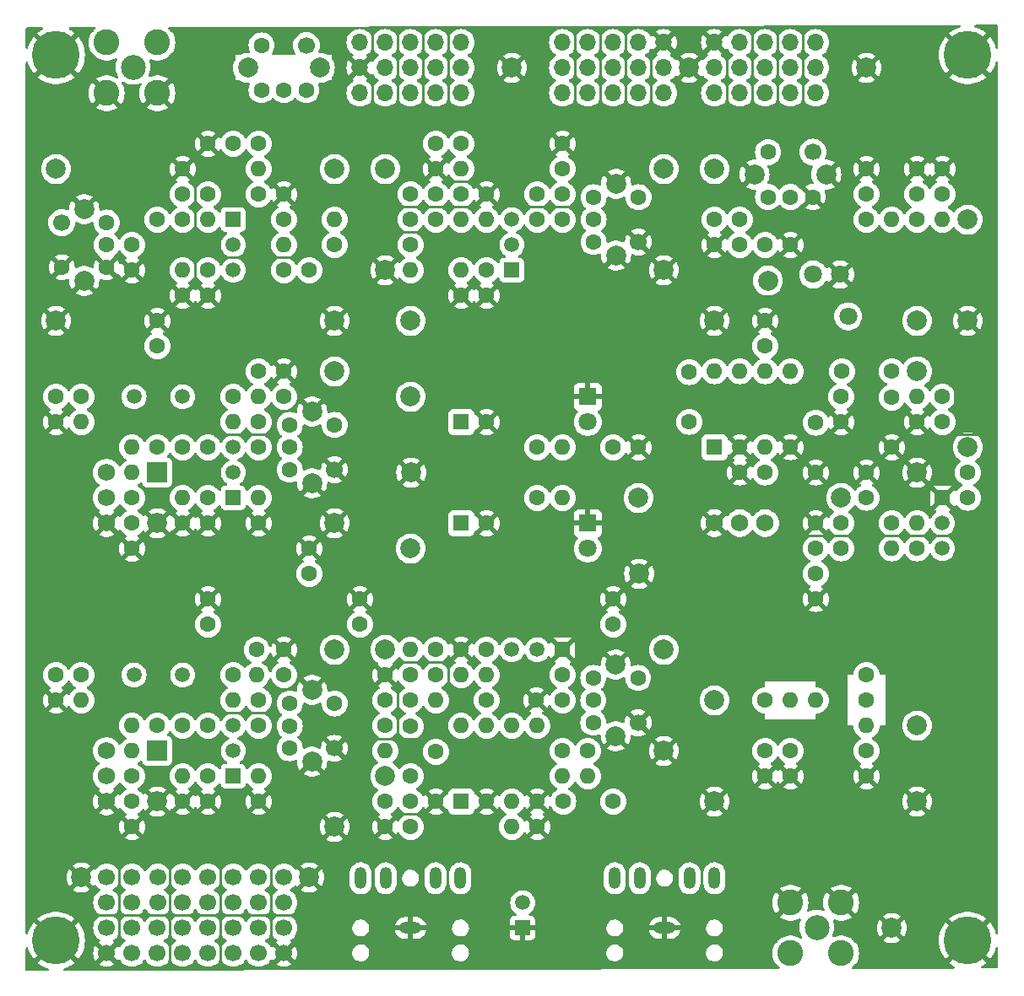
<source format=gbr>
%TF.GenerationSoftware,KiCad,Pcbnew,7.0.2-0*%
%TF.CreationDate,2024-06-16T14:46:37+09:00*%
%TF.ProjectId,am-pcb1,616d2d70-6362-4312-9e6b-696361645f70,rev?*%
%TF.SameCoordinates,Original*%
%TF.FileFunction,Copper,L1,Top*%
%TF.FilePolarity,Positive*%
%FSLAX46Y46*%
G04 Gerber Fmt 4.6, Leading zero omitted, Abs format (unit mm)*
G04 Created by KiCad (PCBNEW 7.0.2-0) date 2024-06-16 14:46:37*
%MOMM*%
%LPD*%
G01*
G04 APERTURE LIST*
%TA.AperFunction,ComponentPad*%
%ADD10C,4.800000*%
%TD*%
%TA.AperFunction,ComponentPad*%
%ADD11C,1.600000*%
%TD*%
%TA.AperFunction,ComponentPad*%
%ADD12O,1.600000X1.600000*%
%TD*%
%TA.AperFunction,ComponentPad*%
%ADD13C,2.000000*%
%TD*%
%TA.AperFunction,ComponentPad*%
%ADD14R,1.500000X1.500000*%
%TD*%
%TA.AperFunction,ComponentPad*%
%ADD15C,1.500000*%
%TD*%
%TA.AperFunction,ComponentPad*%
%ADD16C,1.700000*%
%TD*%
%TA.AperFunction,ComponentPad*%
%ADD17R,1.600000X1.600000*%
%TD*%
%TA.AperFunction,ComponentPad*%
%ADD18R,1.800000X1.800000*%
%TD*%
%TA.AperFunction,ComponentPad*%
%ADD19C,1.800000*%
%TD*%
%TA.AperFunction,ComponentPad*%
%ADD20O,1.700000X1.700000*%
%TD*%
%TA.AperFunction,ComponentPad*%
%ADD21C,2.600000*%
%TD*%
%TA.AperFunction,ComponentPad*%
%ADD22C,2.500000*%
%TD*%
%TA.AperFunction,ComponentPad*%
%ADD23R,2.000000X2.000000*%
%TD*%
%TA.AperFunction,ComponentPad*%
%ADD24O,2.000000X2.000000*%
%TD*%
%TA.AperFunction,ComponentPad*%
%ADD25C,1.750000*%
%TD*%
%TA.AperFunction,ComponentPad*%
%ADD26O,2.200000X1.200000*%
%TD*%
%TA.AperFunction,ComponentPad*%
%ADD27O,1.200000X2.200000*%
%TD*%
%TA.AperFunction,ViaPad*%
%ADD28C,0.800000*%
%TD*%
%TA.AperFunction,Conductor*%
%ADD29C,0.250000*%
%TD*%
G04 APERTURE END LIST*
D10*
%TO.P,Z3,1,1*%
%TO.N,GND*%
X180340000Y-133350000D03*
%TD*%
D11*
%TO.P,R24,1*%
%TO.N,GND*%
X193040000Y-91440000D03*
D12*
%TO.P,R24,2*%
%TO.N,Net-(Q21-B)*%
X193040000Y-88900000D03*
%TD*%
D13*
%TO.P,TP64,1,1*%
%TO.N,Net-(R62-Pad1)*%
X213360000Y-104140000D03*
%TD*%
%TO.P,TP8,1,1*%
%TO.N,GND*%
X208280000Y-121920000D03*
%TD*%
D11*
%TO.P,C8,1*%
%TO.N,+9VA*%
X210820000Y-101600000D03*
%TO.P,C8,2*%
%TO.N,GND*%
X210820000Y-99060000D03*
%TD*%
%TO.P,C54,1*%
%TO.N,Net-(U51-V+)*%
X264160000Y-78820000D03*
%TO.P,C54,2*%
%TO.N,GND*%
X264160000Y-83820000D03*
%TD*%
D13*
%TO.P,TP91,1,1*%
%TO.N,GND*%
X208280000Y-71120000D03*
%TD*%
D11*
%TO.P,C75,1*%
%TO.N,Net-(U71-BYPASS)*%
X218440000Y-114380000D03*
%TO.P,C75,2*%
%TO.N,GND*%
X218440000Y-119380000D03*
%TD*%
%TO.P,L71,1,1*%
%TO.N,Net-(T71-PR2)*%
X233680000Y-114300000D03*
D12*
%TO.P,L71,2,2*%
%TO.N,Net-(C73-Pad2)*%
X233680000Y-116840000D03*
%TD*%
D11*
%TO.P,L61,1,1*%
%TO.N,Net-(L61-Pad1)*%
X190500000Y-111760000D03*
D12*
%TO.P,L61,2,2*%
%TO.N,Net-(D61-K)*%
X187960000Y-111760000D03*
%TD*%
D11*
%TO.P,R76,1*%
%TO.N,GND*%
X228600000Y-121920000D03*
D12*
%TO.P,R76,2*%
%TO.N,Net-(U71-+)*%
X226060000Y-121920000D03*
%TD*%
D14*
%TO.P,Q61,1,E*%
%TO.N,Net-(Q61-E)*%
X198120000Y-116840000D03*
D15*
%TO.P,Q61,2,C*%
%TO.N,Net-(Q61-C)*%
X198120000Y-114300000D03*
%TO.P,Q61,3,B*%
%TO.N,Net-(Q61-B)*%
X198120000Y-111760000D03*
%TD*%
D11*
%TO.P,C16,1*%
%TO.N,Net-(Q11-S)*%
X195580000Y-66040000D03*
%TO.P,C16,2*%
%TO.N,GND*%
X195580000Y-68580000D03*
%TD*%
D16*
%TO.P,J85,1,Pin_1*%
%TO.N,GND*%
X185420000Y-134620000D03*
%TO.P,J85,2,Pin_2*%
%TO.N,unconnected-(J85-Pin_2-Pad2)*%
X187960000Y-134620000D03*
%TO.P,J85,3,Pin_3*%
%TO.N,unconnected-(J85-Pin_3-Pad3)*%
X190500000Y-134620000D03*
%TO.P,J85,4,Pin_4*%
%TO.N,unconnected-(J85-Pin_4-Pad4)*%
X193040000Y-134620000D03*
%TO.P,J85,5,Pin_5*%
%TO.N,unconnected-(J85-Pin_5-Pad5)*%
X195580000Y-134620000D03*
%TO.P,J85,6,Pin_6*%
%TO.N,unconnected-(J85-Pin_6-Pad6)*%
X198120000Y-134620000D03*
%TO.P,J85,7,Pin_7*%
%TO.N,unconnected-(J85-Pin_7-Pad7)*%
X200660000Y-134620000D03*
%TO.P,J85,8,Pin_8*%
%TO.N,GND*%
X203200000Y-134620000D03*
%TO.P,J85,9,Pin_9*%
%TO.N,unconnected-(J85-Pin_9-Pad9)*%
X185420000Y-132080000D03*
%TO.P,J85,10,Pin_10*%
%TO.N,unconnected-(J85-Pin_10-Pad10)*%
X187960000Y-132080000D03*
%TO.P,J85,11,Pin_11*%
%TO.N,unconnected-(J85-Pin_11-Pad11)*%
X190500000Y-132080000D03*
%TO.P,J85,12,Pin_12*%
%TO.N,unconnected-(J85-Pin_12-Pad12)*%
X193040000Y-132080000D03*
%TO.P,J85,13,Pin_13*%
%TO.N,unconnected-(J85-Pin_13-Pad13)*%
X195580000Y-132080000D03*
%TO.P,J85,14,Pin_14*%
%TO.N,unconnected-(J85-Pin_14-Pad14)*%
X198120000Y-132080000D03*
%TO.P,J85,15,Pin_15*%
%TO.N,unconnected-(J85-Pin_15-Pad15)*%
X200660000Y-132080000D03*
%TO.P,J85,16,Pin_16*%
%TO.N,unconnected-(J85-Pin_16-Pad16)*%
X203200000Y-132080000D03*
%TO.P,J85,17,Pin_17*%
%TO.N,unconnected-(J85-Pin_17-Pad17)*%
X185420000Y-129540000D03*
%TO.P,J85,18,Pin_18*%
%TO.N,unconnected-(J85-Pin_18-Pad18)*%
X187960000Y-129540000D03*
%TO.P,J85,19,Pin_19*%
%TO.N,unconnected-(J85-Pin_19-Pad19)*%
X190540000Y-129540000D03*
%TO.P,J85,20,Pin_20*%
%TO.N,unconnected-(J85-Pin_20-Pad20)*%
X193040000Y-129540000D03*
%TO.P,J85,21,Pin_21*%
%TO.N,unconnected-(J85-Pin_21-Pad21)*%
X195580000Y-129540000D03*
%TO.P,J85,22,Pin_22*%
%TO.N,unconnected-(J85-Pin_22-Pad22)*%
X198120000Y-129540000D03*
%TO.P,J85,23,Pin_23*%
%TO.N,unconnected-(J85-Pin_23-Pad23)*%
X200660000Y-129540000D03*
%TO.P,J85,24,Pin_24*%
%TO.N,unconnected-(J85-Pin_24-Pad24)*%
X203200000Y-129540000D03*
%TO.P,J85,25,Pin_25*%
%TO.N,unconnected-(J85-Pin_25-Pad25)*%
X185420000Y-126960000D03*
%TO.P,J85,26,Pin_26*%
%TO.N,unconnected-(J85-Pin_26-Pad26)*%
X187960000Y-126960000D03*
%TO.P,J85,27,Pin_27*%
%TO.N,unconnected-(J85-Pin_27-Pad27)*%
X190540000Y-126960000D03*
%TO.P,J85,28,Pin_28*%
%TO.N,unconnected-(J85-Pin_28-Pad28)*%
X193040000Y-126960000D03*
%TO.P,J85,29,Pin_29*%
%TO.N,unconnected-(J85-Pin_29-Pad29)*%
X195580000Y-126960000D03*
%TO.P,J85,30,Pin_30*%
%TO.N,unconnected-(J85-Pin_30-Pad30)*%
X198120000Y-126960000D03*
%TO.P,J85,31,Pin_31*%
%TO.N,unconnected-(J85-Pin_31-Pad31)*%
X200660000Y-126960000D03*
%TO.P,J85,32,Pin_32*%
%TO.N,unconnected-(J85-Pin_32-Pad32)*%
X203200000Y-126960000D03*
%TD*%
D17*
%TO.P,U71,1,GAIN*%
%TO.N,Net-(C78-Pad1)*%
X220980000Y-119380000D03*
D12*
%TO.P,U71,2,-*%
%TO.N,GND*%
X223520000Y-119380000D03*
%TO.P,U71,3,+*%
%TO.N,Net-(U71-+)*%
X226060000Y-119380000D03*
%TO.P,U71,4,GND*%
%TO.N,GND*%
X228600000Y-119380000D03*
%TO.P,U71,5*%
%TO.N,Net-(C73-Pad1)*%
X228600000Y-111760000D03*
%TO.P,U71,6,V+*%
%TO.N,Net-(U71-V+)*%
X226060000Y-111760000D03*
%TO.P,U71,7,BYPASS*%
%TO.N,Net-(U71-BYPASS)*%
X223520000Y-111760000D03*
%TO.P,U71,8,GAIN*%
%TO.N,Net-(C78-Pad2)*%
X220980000Y-111760000D03*
%TD*%
D18*
%TO.P,D82,1,K*%
%TO.N,GND*%
X233680000Y-91440000D03*
D19*
%TO.P,D82,2,A*%
%TO.N,Net-(D82-A)*%
X233680000Y-93980000D03*
%TD*%
D13*
%TO.P,TP86,1,1*%
%TO.N,GND*%
X182880000Y-127000000D03*
%TD*%
D11*
%TO.P,T1,1,PR1*%
%TO.N,unconnected-(T1-PR1-Pad1)*%
X200950000Y-47970000D03*
%TO.P,T1,2,PM*%
%TO.N,unconnected-(T1-PM-Pad2)*%
X203200000Y-47970000D03*
%TO.P,T1,3,PR2*%
%TO.N,unconnected-(T1-PR2-Pad3)*%
X205450000Y-47970000D03*
D16*
%TO.P,T1,4,S1*%
%TO.N,unconnected-(T1-S1-Pad4)*%
X205450000Y-43470000D03*
D11*
%TO.P,T1,5,S2*%
%TO.N,unconnected-(T1-S2-Pad5)*%
X200950000Y-43470000D03*
D13*
%TO.P,T1,6,G1*%
%TO.N,GND*%
X199600000Y-45720000D03*
%TO.P,T1,7,G2*%
X206800000Y-45720000D03*
%TD*%
%TO.P,TP24,1,1*%
%TO.N,Net-(R22-Pad2)*%
X215900000Y-71120000D03*
%TD*%
D11*
%TO.P,R33,1*%
%TO.N,GND*%
X223520000Y-58420000D03*
D12*
%TO.P,R33,2*%
%TO.N,Net-(Q31-B)*%
X223520000Y-60960000D03*
%TD*%
D20*
%TO.P,J83,1,Pin_1*%
%TO.N,unconnected-(J83-Pin_1-Pad1)*%
X246380000Y-48260000D03*
%TO.P,J83,2,Pin_2*%
%TO.N,unconnected-(J83-Pin_2-Pad2)*%
X248920000Y-48260000D03*
%TO.P,J83,3,Pin_3*%
%TO.N,unconnected-(J83-Pin_3-Pad3)*%
X251460000Y-48260000D03*
%TO.P,J83,4,Pin_4*%
%TO.N,unconnected-(J83-Pin_4-Pad4)*%
X254000000Y-48260000D03*
%TO.P,J83,5,Pin_5*%
%TO.N,unconnected-(J83-Pin_5-Pad5)*%
X256540000Y-48260000D03*
%TO.P,J83,6,Pin_6*%
%TO.N,unconnected-(J83-Pin_6-Pad6)*%
X246380000Y-45720000D03*
%TO.P,J83,7,Pin_7*%
%TO.N,unconnected-(J83-Pin_7-Pad7)*%
X248920000Y-45720000D03*
%TO.P,J83,8,Pin_8*%
%TO.N,unconnected-(J83-Pin_8-Pad8)*%
X251460000Y-45720000D03*
%TO.P,J83,9,Pin_9*%
%TO.N,unconnected-(J83-Pin_9-Pad9)*%
X254000000Y-45720000D03*
%TO.P,J83,10,Pin_10*%
%TO.N,unconnected-(J83-Pin_10-Pad10)*%
X256540000Y-45720000D03*
%TO.P,J83,11,Pin_11*%
%TO.N,GND*%
X246380000Y-43180000D03*
%TO.P,J83,12,Pin_12*%
%TO.N,unconnected-(J83-Pin_12-Pad12)*%
X248920000Y-43180000D03*
%TO.P,J83,13,Pin_13*%
%TO.N,unconnected-(J83-Pin_13-Pad13)*%
X251460000Y-43180000D03*
%TO.P,J83,14,Pin_14*%
%TO.N,unconnected-(J83-Pin_14-Pad14)*%
X254000000Y-43180000D03*
%TO.P,J83,15,Pin_15*%
%TO.N,unconnected-(J83-Pin_15-Pad15)*%
X256540000Y-43180000D03*
%TD*%
D11*
%TO.P,C74,1*%
%TO.N,Net-(U71-V+)*%
X223520000Y-109220000D03*
%TO.P,C74,2*%
%TO.N,GND*%
X228520000Y-109220000D03*
%TD*%
%TO.P,C21,1*%
%TO.N,+9V*%
X180340000Y-78740000D03*
%TO.P,C21,2*%
%TO.N,GND*%
X180340000Y-81280000D03*
%TD*%
%TO.P,C34,1*%
%TO.N,Net-(T31-PR1)*%
X228600000Y-58420000D03*
%TO.P,C34,2*%
%TO.N,Net-(Q31-C)*%
X228600000Y-60960000D03*
%TD*%
D13*
%TO.P,TP85,1,1*%
%TO.N,GND*%
X226060000Y-45720000D03*
%TD*%
D11*
%TO.P,R12,1*%
%TO.N,Net-(C13-Pad1)*%
X208280000Y-63500000D03*
D12*
%TO.P,R12,2*%
%TO.N,Net-(R12-Pad2)*%
X208280000Y-60960000D03*
%TD*%
D11*
%TO.P,C55,1*%
%TO.N,Net-(C55-Pad1)*%
X271790000Y-86350000D03*
%TO.P,C55,2*%
%TO.N,Net-(IC51-IN)*%
X271790000Y-88890000D03*
%TD*%
%TO.P,C61,1*%
%TO.N,Net-(C61-Pad1)*%
X243850000Y-81270000D03*
%TO.P,C61,2*%
%TO.N,Net-(C61-Pad2)*%
X243850000Y-76270000D03*
%TD*%
%TO.P,C23,1*%
%TO.N,Net-(T21-PR1)*%
X200660000Y-81280000D03*
%TO.P,C23,2*%
%TO.N,Net-(Q21-C)*%
X200660000Y-83820000D03*
%TD*%
%TO.P,R71,1*%
%TO.N,+9VA*%
X223520000Y-104140000D03*
D12*
%TO.P,R71,2*%
%TO.N,Net-(Q71-B)*%
X223520000Y-106680000D03*
%TD*%
D11*
%TO.P,R62,1*%
%TO.N,Net-(R62-Pad1)*%
X215900000Y-106680000D03*
D12*
%TO.P,R62,2*%
%TO.N,Net-(C80-Pad1)*%
X215900000Y-104140000D03*
%TD*%
D11*
%TO.P,R11,1*%
%TO.N,+9V*%
X200660000Y-53340000D03*
D12*
%TO.P,R11,2*%
%TO.N,Net-(C12-Pad1)*%
X200660000Y-55880000D03*
%TD*%
D11*
%TO.P,R75,1*%
%TO.N,+9VA*%
X213360000Y-111760000D03*
D12*
%TO.P,R75,2*%
%TO.N,Net-(C76-Pad1)*%
X213360000Y-114300000D03*
%TD*%
D13*
%TO.P,TP73,1,1*%
%TO.N,Net-(T71-S2)*%
X241301000Y-104140000D03*
%TD*%
D10*
%TO.P,Z1,1,1*%
%TO.N,GND*%
X271780000Y-44450000D03*
%TD*%
D11*
%TO.P,C33,1*%
%TO.N,Net-(T31-PR1)*%
X231140000Y-58420000D03*
%TO.P,C33,2*%
%TO.N,Net-(Q31-C)*%
X231140000Y-60960000D03*
%TD*%
%TO.P,R64,1*%
%TO.N,GND*%
X193040000Y-119380000D03*
D12*
%TO.P,R64,2*%
%TO.N,Net-(Q61-B)*%
X193040000Y-116840000D03*
%TD*%
D13*
%TO.P,TP96,1,1*%
%TO.N,GND*%
X213360000Y-66040000D03*
%TD*%
D11*
%TO.P,C66,1*%
%TO.N,Net-(Q61-E)*%
X195580000Y-116840000D03*
%TO.P,C66,2*%
%TO.N,GND*%
X195580000Y-119380000D03*
%TD*%
%TO.P,R68,1*%
%TO.N,GND*%
X200660000Y-119380000D03*
D12*
%TO.P,R68,2*%
%TO.N,Net-(Q61-E)*%
X200660000Y-116840000D03*
%TD*%
D11*
%TO.P,C52,1*%
%TO.N,Net-(C52-Pad1)*%
X261620000Y-88890000D03*
%TO.P,C52,2*%
%TO.N,GND*%
X261620000Y-86350000D03*
%TD*%
D14*
%TO.P,Q11,1,G*%
%TO.N,Net-(Q11-G)*%
X198120000Y-60960000D03*
D15*
%TO.P,Q11,2,S*%
%TO.N,Net-(Q11-S)*%
X198120000Y-63500000D03*
%TO.P,Q11,3,D*%
%TO.N,Net-(Q11-D)*%
X198120000Y-66040000D03*
%TD*%
D11*
%TO.P,C71,1*%
%TO.N,GND*%
X213360000Y-106680000D03*
%TO.P,C71,2*%
%TO.N,+9VA*%
X213360000Y-109220000D03*
%TD*%
D13*
%TO.P,TP1,1,1*%
%TO.N,+9V*%
X215900000Y-78740000D03*
%TD*%
D11*
%TO.P,C44,1*%
%TO.N,Net-(C44-Pad1)*%
X269240000Y-58420000D03*
%TO.P,C44,2*%
%TO.N,GND*%
X269240000Y-55880000D03*
%TD*%
%TO.P,C60,1*%
%TO.N,GND*%
X248930000Y-86350000D03*
%TO.P,C60,2*%
%TO.N,Net-(U51-+)*%
X251470000Y-86350000D03*
%TD*%
%TO.P,C22,1*%
%TO.N,GND*%
X203200000Y-76200000D03*
%TO.P,C22,2*%
%TO.N,Net-(T21-PR1)*%
X203200000Y-78740000D03*
%TD*%
D14*
%TO.P,U1,1,-*%
%TO.N,GND*%
X227140000Y-132080000D03*
D15*
%TO.P,U1,2,+*%
%TO.N,unconnected-(U1-+-Pad2)*%
X227140000Y-129540000D03*
%TD*%
D11*
%TO.P,R21,1*%
%TO.N,+9V*%
X200660000Y-76200000D03*
D12*
%TO.P,R21,2*%
%TO.N,Net-(T21-PR1)*%
X200660000Y-78740000D03*
%TD*%
D11*
%TO.P,C72,1*%
%TO.N,Net-(Q71-C)*%
X231140000Y-106680000D03*
%TO.P,C72,2*%
%TO.N,Net-(T71-PR2)*%
X231140000Y-109220000D03*
%TD*%
D12*
%TO.P,R53,2*%
%TO.N,Net-(U51-V+)*%
X266700000Y-78740000D03*
D11*
%TO.P,R53,1*%
%TO.N,+9V*%
X269240000Y-78740000D03*
%TD*%
%TO.P,C59,1*%
%TO.N,Net-(C59-Pad1)*%
X259170000Y-76190000D03*
%TO.P,C59,2*%
%TO.N,Net-(C59-Pad2)*%
X264170000Y-76190000D03*
%TD*%
%TO.P,,1,1*%
%TO.N,Net-(C82-Pad1)*%
X261620000Y-106680000D03*
%TD*%
D21*
%TO.P,J3,1,G*%
%TO.N,GND*%
X254000000Y-129540000D03*
X254000000Y-134620000D03*
X259080000Y-129540000D03*
X259080000Y-134620000D03*
D22*
%TO.P,J3,2,S*%
%TO.N,unconnected-(J3-S-Pad2)*%
X256640000Y-132005000D03*
%TD*%
D11*
%TO.P,R22,1*%
%TO.N,Net-(C36-Pad1)*%
X215900000Y-63500000D03*
D12*
%TO.P,R22,2*%
%TO.N,Net-(R22-Pad2)*%
X215900000Y-66040000D03*
%TD*%
D13*
%TO.P,TP87,1,1*%
%TO.N,GND*%
X243840000Y-45720000D03*
%TD*%
D23*
%TO.P,D21,1,K*%
%TO.N,Net-(D21-K)*%
X190500000Y-86360000D03*
D24*
%TO.P,D21,2,A*%
%TO.N,GND*%
X190500000Y-91440000D03*
%TD*%
D13*
%TO.P,TP5,1,1*%
%TO.N,Net-(C59-Pad2)*%
X266710000Y-76190000D03*
%TD*%
D15*
%TO.P,X61,1,1*%
%TO.N,Net-(L61-Pad1)*%
X188160000Y-106680000D03*
%TO.P,X61,2,2*%
%TO.N,Net-(Q61-B)*%
X193040000Y-106680000D03*
%TD*%
D13*
%TO.P,TP6,1,1*%
%TO.N,GND*%
X266700000Y-86360000D03*
%TD*%
%TO.P,TP99,1,1*%
%TO.N,GND*%
X246380000Y-119380000D03*
%TD*%
%TO.P,TP44,1,1*%
%TO.N,Net-(C55-Pad1)*%
X271790000Y-83810000D03*
%TD*%
D11*
%TO.P,C82,1*%
%TO.N,Net-(C82-Pad1)*%
X254000000Y-114300000D03*
%TO.P,C82,2*%
%TO.N,GND*%
X254000000Y-116840000D03*
%TD*%
%TO.P,R52,1*%
%TO.N,Net-(C52-Pad1)*%
X264170000Y-91430000D03*
D12*
%TO.P,R52,2*%
%TO.N,Net-(IC51-OUT)*%
X264170000Y-93970000D03*
%TD*%
D15*
%TO.P,X21,1,1*%
%TO.N,Net-(L21-Pad1)*%
X188160000Y-78740000D03*
%TO.P,X21,2,2*%
%TO.N,Net-(Q21-B)*%
X193040000Y-78740000D03*
%TD*%
D11*
%TO.P,R74,1*%
%TO.N,+9VA*%
X215900000Y-109220000D03*
D12*
%TO.P,R74,2*%
%TO.N,Net-(U71-V+)*%
X218440000Y-109220000D03*
%TD*%
D13*
%TO.P,TP23,1,1*%
%TO.N,Net-(T21-S2)*%
X208280000Y-76200000D03*
%TD*%
D11*
%TO.P,L11,1,1*%
%TO.N,Net-(C12-Pad1)*%
X203200000Y-60960000D03*
D12*
%TO.P,L11,2,2*%
%TO.N,Net-(Q11-D)*%
X203200000Y-63500000D03*
%TD*%
D11*
%TO.P,T21,1,PR1*%
%TO.N,Net-(T21-PR1)*%
X203780000Y-81570000D03*
%TO.P,T21,2,PM*%
%TO.N,unconnected-(T21-PM-Pad2)*%
X203780000Y-83820000D03*
%TO.P,T21,3,PR2*%
%TO.N,Net-(Q21-C)*%
X203780000Y-86070000D03*
D16*
%TO.P,T21,4,S1*%
%TO.N,GND*%
X208280000Y-86070000D03*
D11*
%TO.P,T21,5,S2*%
%TO.N,Net-(T21-S2)*%
X208280000Y-81570000D03*
D13*
%TO.P,T21,6,G1*%
%TO.N,GND*%
X206030000Y-80220000D03*
%TO.P,T21,7,G2*%
X206030000Y-87420000D03*
%TD*%
D11*
%TO.P,C41,1*%
%TO.N,Net-(C41-Pad1)*%
X246380000Y-60960000D03*
%TO.P,C41,2*%
%TO.N,Net-(T41-PR1)*%
X248920000Y-60960000D03*
%TD*%
%TO.P,C64,1*%
%TO.N,Net-(T61-PR1)*%
X200660000Y-109220000D03*
%TO.P,C64,2*%
%TO.N,Net-(Q61-C)*%
X200660000Y-111760000D03*
%TD*%
D13*
%TO.P,TP53,1,1*%
%TO.N,Net-(D81-A)*%
X238760000Y-88900000D03*
%TD*%
D11*
%TO.P,C7,1*%
%TO.N,+9VA*%
X195580000Y-101600000D03*
%TO.P,C7,2*%
%TO.N,GND*%
X195580000Y-99060000D03*
%TD*%
%TO.P,C37,1*%
%TO.N,Net-(Q31-E)*%
X223520000Y-66040000D03*
%TO.P,C37,2*%
%TO.N,GND*%
X223520000Y-68580000D03*
%TD*%
%TO.P,C83,1*%
%TO.N,Net-(C83-Pad1)*%
X261620000Y-114300000D03*
%TO.P,C83,2*%
%TO.N,GND*%
X261620000Y-116840000D03*
%TD*%
D14*
%TO.P,Q21,1,E*%
%TO.N,Net-(Q21-E)*%
X198120000Y-88900000D03*
D15*
%TO.P,Q21,2,C*%
%TO.N,Net-(Q21-C)*%
X198120000Y-86360000D03*
%TO.P,Q21,3,B*%
%TO.N,Net-(Q21-B)*%
X198120000Y-83820000D03*
%TD*%
D19*
%TO.P,U81,1,IN*%
%TO.N,Net-(U81-IN)*%
X256278400Y-66471800D03*
%TO.P,U81,2,GND*%
%TO.N,GND*%
X258978400Y-66471800D03*
%TO.P,U81,3,OUT*%
%TO.N,Net-(U81-OUT)*%
X259778400Y-70671800D03*
%TD*%
D13*
%TO.P,TP92,1,1*%
%TO.N,GND*%
X241300000Y-66040000D03*
%TD*%
%TO.P,TP84,1,1*%
%TO.N,Net-(U81-OUT)*%
X266700000Y-71120000D03*
%TD*%
D11*
%TO.P,C2,1*%
%TO.N,+9V*%
X190500000Y-73660000D03*
%TO.P,C2,2*%
%TO.N,GND*%
X190500000Y-71120000D03*
%TD*%
%TO.P,C9,1*%
%TO.N,+9VA*%
X236220000Y-101600000D03*
%TO.P,C9,2*%
%TO.N,GND*%
X236220000Y-99060000D03*
%TD*%
%TO.P,C65,1*%
%TO.N,Net-(Q61-B)*%
X193040000Y-111760000D03*
%TO.P,C65,2*%
%TO.N,Net-(Q61-E)*%
X195580000Y-111760000D03*
%TD*%
D13*
%TO.P,TP3,1,1*%
%TO.N,Net-(T12-S2)*%
X180340000Y-55880000D03*
%TD*%
D11*
%TO.P,R32,1*%
%TO.N,Net-(T31-PR1)*%
X220980000Y-58420000D03*
D12*
%TO.P,R32,2*%
%TO.N,Net-(Q31-B)*%
X220980000Y-60960000D03*
%TD*%
%TO.P,,2,2*%
%TO.N,Net-(C82-Pad1)*%
X256540000Y-109220000D03*
%TD*%
D11*
%TO.P,C13,1*%
%TO.N,Net-(C13-Pad1)*%
X205740000Y-66040000D03*
%TO.P,C13,2*%
%TO.N,Net-(Q11-D)*%
X203200000Y-66040000D03*
%TD*%
%TO.P,C73,1*%
%TO.N,Net-(C73-Pad1)*%
X231220000Y-119380000D03*
%TO.P,C73,2*%
%TO.N,Net-(C73-Pad2)*%
X236220000Y-119380000D03*
%TD*%
%TO.P,R65,1*%
%TO.N,+9VA*%
X182880000Y-106680000D03*
D12*
%TO.P,R65,2*%
%TO.N,Net-(R65-Pad2)*%
X182880000Y-109220000D03*
%TD*%
D11*
%TO.P,R54,1*%
%TO.N,Net-(IC51-OUT)*%
X266710000Y-93970000D03*
D12*
%TO.P,R54,2*%
%TO.N,Net-(IC51-IN)*%
X266710000Y-91430000D03*
%TD*%
D18*
%TO.P,D81,1,K*%
%TO.N,GND*%
X233680000Y-78740000D03*
D19*
%TO.P,D81,2,A*%
%TO.N,Net-(D81-A)*%
X233680000Y-81280000D03*
%TD*%
D11*
%TO.P,C36,1*%
%TO.N,Net-(C36-Pad1)*%
X215900000Y-60960000D03*
%TO.P,C36,2*%
%TO.N,Net-(Q31-B)*%
X218440000Y-60960000D03*
%TD*%
%TO.P,R14,1*%
%TO.N,GND*%
X193040000Y-68580000D03*
D12*
%TO.P,R14,2*%
%TO.N,Net-(Q11-S)*%
X193040000Y-66040000D03*
%TD*%
D11*
%TO.P,R27,1*%
%TO.N,Net-(R26-Pad2)*%
X187960000Y-88900000D03*
D12*
%TO.P,R27,2*%
%TO.N,Net-(D21-K)*%
X187960000Y-86360000D03*
%TD*%
D25*
%TO.P,R55,3,3*%
%TO.N,Net-(C56-Pad2)*%
X251470000Y-91430000D03*
%TO.P,R55,2,2*%
%TO.N,Net-(U51-+)*%
X248930000Y-91430000D03*
%TO.P,R55,1,1*%
%TO.N,GND*%
X246390000Y-91430000D03*
%TD*%
D13*
%TO.P,TP54,1,1*%
%TO.N,Net-(C52-Pad1)*%
X259080000Y-88900000D03*
%TD*%
D14*
%TO.P,Q31,1,E*%
%TO.N,Net-(Q31-E)*%
X226060000Y-66040000D03*
D15*
%TO.P,Q31,2,C*%
%TO.N,Net-(Q31-C)*%
X226060000Y-63500000D03*
%TO.P,Q31,3,B*%
%TO.N,Net-(Q31-B)*%
X226060000Y-60960000D03*
%TD*%
D13*
%TO.P,TP83,1,1*%
%TO.N,Net-(U81-IN)*%
X251735000Y-67085000D03*
%TD*%
D21*
%TO.P,J4,1,G*%
%TO.N,GND*%
X185420000Y-43180000D03*
X185420000Y-48260000D03*
X190500000Y-43180000D03*
X190500000Y-48260000D03*
D22*
%TO.P,J4,2,S*%
%TO.N,unconnected-(J4-S-Pad2)*%
X188060000Y-45645000D03*
%TD*%
D11*
%TO.P,C76,1*%
%TO.N,Net-(C76-Pad1)*%
X213360000Y-119380000D03*
%TO.P,C76,2*%
%TO.N,Net-(U71-+)*%
X215900000Y-119380000D03*
%TD*%
D13*
%TO.P,TP11,1,1*%
%TO.N,+9VA*%
X215900000Y-93980000D03*
%TD*%
D11*
%TO.P,R13,1*%
%TO.N,Net-(Q11-G)*%
X193040000Y-58420000D03*
D12*
%TO.P,R13,2*%
%TO.N,GND*%
X193040000Y-55880000D03*
%TD*%
D17*
%TO.P,C1,1*%
%TO.N,+9V*%
X220980000Y-81280000D03*
D11*
%TO.P,C1,2*%
%TO.N,GND*%
X223520000Y-81280000D03*
%TD*%
%TO.P,R34,1*%
%TO.N,GND*%
X220980000Y-68580000D03*
D12*
%TO.P,R34,2*%
%TO.N,Net-(Q31-E)*%
X220980000Y-66040000D03*
%TD*%
D11*
%TO.P,C84,1*%
%TO.N,Net-(D81-A)*%
X236220000Y-83820000D03*
%TO.P,C84,2*%
%TO.N,GND*%
X238760000Y-83820000D03*
%TD*%
%TO.P,C43,1*%
%TO.N,Net-(C43-Pad1)*%
X266700000Y-58420000D03*
%TO.P,C43,2*%
%TO.N,GND*%
X266700000Y-55880000D03*
%TD*%
%TO.P,C12,1*%
%TO.N,Net-(C12-Pad1)*%
X200660000Y-58420000D03*
%TO.P,C12,2*%
%TO.N,GND*%
X203200000Y-58420000D03*
%TD*%
D23*
%TO.P,D61,1,K*%
%TO.N,Net-(D61-K)*%
X190500000Y-114300000D03*
D24*
%TO.P,D61,2,A*%
%TO.N,GND*%
X190500000Y-119380000D03*
%TD*%
D14*
%TO.P,IC51,1,GND*%
%TO.N,GND*%
X269250000Y-88890000D03*
D15*
%TO.P,IC51,2,IN*%
%TO.N,Net-(IC51-IN)*%
X269250000Y-91430000D03*
%TO.P,IC51,3,OUT*%
%TO.N,Net-(IC51-OUT)*%
X269250000Y-93970000D03*
%TD*%
D11*
%TO.P,C51,1*%
%TO.N,+9V*%
X269240000Y-81280000D03*
%TO.P,C51,2*%
%TO.N,GND*%
X266700000Y-81280000D03*
%TD*%
%TO.P,R81,1*%
%TO.N,+9V*%
X228600000Y-83820000D03*
D12*
%TO.P,R81,2*%
%TO.N,Net-(D81-A)*%
X231140000Y-83820000D03*
%TD*%
D11*
%TO.P,R73,1*%
%TO.N,Net-(C73-Pad2)*%
X231140000Y-114300000D03*
D12*
%TO.P,R73,2*%
%TO.N,Net-(C73-Pad1)*%
X231140000Y-116840000D03*
%TD*%
D11*
%TO.P,L21,1,1*%
%TO.N,Net-(L21-Pad1)*%
X190500000Y-83820000D03*
D12*
%TO.P,L21,2,2*%
%TO.N,Net-(D21-K)*%
X187960000Y-83820000D03*
%TD*%
D11*
%TO.P,C4,1*%
%TO.N,+9V*%
X205740000Y-96520000D03*
%TO.P,C4,2*%
%TO.N,GND*%
X205740000Y-93980000D03*
%TD*%
%TO.P,C3,1*%
%TO.N,+9V*%
X256550000Y-96510000D03*
%TO.P,C3,2*%
%TO.N,GND*%
X256550000Y-99050000D03*
%TD*%
D13*
%TO.P,TP63,1,1*%
%TO.N,Net-(T61-S2)*%
X208280000Y-104140000D03*
%TD*%
D11*
%TO.P,R61,1*%
%TO.N,+9VA*%
X200460000Y-104140000D03*
D12*
%TO.P,R61,2*%
%TO.N,Net-(T61-PR1)*%
X200460000Y-106680000D03*
%TD*%
D20*
%TO.P,J82,1,Pin_1*%
%TO.N,unconnected-(J82-Pin_1-Pad1)*%
X210820000Y-48260000D03*
%TO.P,J82,2,Pin_2*%
%TO.N,unconnected-(J82-Pin_2-Pad2)*%
X213360000Y-48260000D03*
%TO.P,J82,3,Pin_3*%
%TO.N,unconnected-(J82-Pin_3-Pad3)*%
X215900000Y-48260000D03*
%TO.P,J82,4,Pin_4*%
%TO.N,unconnected-(J82-Pin_4-Pad4)*%
X218440000Y-48260000D03*
%TO.P,J82,5,Pin_5*%
%TO.N,unconnected-(J82-Pin_5-Pad5)*%
X220980000Y-48260000D03*
%TO.P,J82,6,Pin_6*%
%TO.N,GND*%
X210820000Y-45720000D03*
%TO.P,J82,7,Pin_7*%
%TO.N,unconnected-(J82-Pin_7-Pad7)*%
X213360000Y-45720000D03*
%TO.P,J82,8,Pin_8*%
%TO.N,unconnected-(J82-Pin_8-Pad8)*%
X215900000Y-45720000D03*
%TO.P,J82,9,Pin_9*%
%TO.N,unconnected-(J82-Pin_9-Pad9)*%
X218440000Y-45720000D03*
%TO.P,J82,10,Pin_10*%
%TO.N,unconnected-(J82-Pin_10-Pad10)*%
X220980000Y-45720000D03*
%TO.P,J82,11,Pin_11*%
%TO.N,unconnected-(J82-Pin_11-Pad11)*%
X210820000Y-43180000D03*
%TO.P,J82,12,Pin_12*%
%TO.N,unconnected-(J82-Pin_12-Pad12)*%
X213360000Y-43180000D03*
%TO.P,J82,13,Pin_13*%
%TO.N,unconnected-(J82-Pin_13-Pad13)*%
X215900000Y-43180000D03*
%TO.P,J82,14,Pin_14*%
%TO.N,unconnected-(J82-Pin_14-Pad14)*%
X218440000Y-43180000D03*
%TO.P,J82,15,Pin_15*%
%TO.N,unconnected-(J82-Pin_15-Pad15)*%
X220980000Y-43180000D03*
%TD*%
D13*
%TO.P,TP7,1,1*%
%TO.N,Net-(C76-Pad1)*%
X213360000Y-116840000D03*
%TD*%
D17*
%TO.P,C6,1*%
%TO.N,+9VA*%
X220980000Y-91440000D03*
D11*
%TO.P,C6,2*%
%TO.N,GND*%
X223520000Y-91440000D03*
%TD*%
%TO.P,R82,1*%
%TO.N,+9VA*%
X228600000Y-88900000D03*
D12*
%TO.P,R82,2*%
%TO.N,Net-(D82-A)*%
X231140000Y-88900000D03*
%TD*%
D11*
%TO.P,L42,1,1*%
%TO.N,Net-(C43-Pad1)*%
X266700000Y-60960000D03*
D12*
%TO.P,L42,2,2*%
%TO.N,Net-(C44-Pad1)*%
X269240000Y-60960000D03*
%TD*%
D13*
%TO.P,TP95,1,1*%
%TO.N,GND*%
X241300000Y-114300000D03*
%TD*%
D11*
%TO.P,R72,1*%
%TO.N,GND*%
X220980000Y-104140000D03*
D12*
%TO.P,R72,2*%
%TO.N,Net-(Q71-B)*%
X220980000Y-106680000D03*
%TD*%
D11*
%TO.P,C15,1*%
%TO.N,Net-(T12-PR1)*%
X187960000Y-63500000D03*
%TO.P,C15,2*%
%TO.N,GND*%
X187960000Y-66040000D03*
%TD*%
D13*
%TO.P,TP97,1,1*%
%TO.N,GND*%
X271780000Y-71120000D03*
%TD*%
%TO.P,TP13,1,1*%
%TO.N,Net-(R12-Pad2)*%
X208280000Y-55881000D03*
%TD*%
D11*
%TO.P,R63,1*%
%TO.N,Net-(T61-PR1)*%
X198120000Y-106680000D03*
D12*
%TO.P,R63,2*%
%TO.N,Net-(Q61-B)*%
X198120000Y-109220000D03*
%TD*%
D11*
%TO.P,T71,1,PR2*%
%TO.N,Net-(T71-PR2)*%
X234224000Y-111470000D03*
%TO.P,T71,2,PM*%
%TO.N,unconnected-(T71-PM-Pad2)*%
X234224000Y-109220000D03*
%TO.P,T71,3,PR1*%
%TO.N,Net-(Q71-C)*%
X234224000Y-106970000D03*
%TO.P,T71,4,S2*%
%TO.N,Net-(T71-S2)*%
X238724000Y-106970000D03*
D16*
%TO.P,T71,5,S1*%
%TO.N,GND*%
X238724000Y-111470000D03*
D13*
%TO.P,T71,6,G1*%
X236474000Y-105620000D03*
%TO.P,T71,7,G2*%
X236474000Y-112820000D03*
%TD*%
D11*
%TO.P,C67,1*%
%TO.N,Net-(D61-K)*%
X187960000Y-119380000D03*
%TO.P,C67,2*%
%TO.N,GND*%
X187960000Y-121920000D03*
%TD*%
%TO.P,T41,1,PR1*%
%TO.N,Net-(T41-PR1)*%
X251750000Y-58684600D03*
%TO.P,T41,2,PM*%
%TO.N,unconnected-(T41-PM-Pad2)*%
X254000000Y-58684600D03*
%TO.P,T41,3,PR2*%
%TO.N,GND*%
X256250000Y-58684600D03*
D16*
%TO.P,T41,4,S1*%
%TO.N,unconnected-(T41-S1-Pad4)*%
X256250000Y-54184600D03*
D11*
%TO.P,T41,5,S2*%
%TO.N,unconnected-(T41-S2-Pad5)*%
X251750000Y-54184600D03*
D13*
%TO.P,T41,6,G1*%
%TO.N,GND*%
X250400000Y-56434600D03*
%TO.P,T41,7,G2*%
X257600000Y-56434600D03*
%TD*%
D11*
%TO.P,C58,1*%
%TO.N,GND*%
X256540000Y-91440000D03*
%TO.P,C58,2*%
%TO.N,Net-(IC51-OUT)*%
X259080000Y-91440000D03*
%TD*%
%TO.P,C35,1*%
%TO.N,Net-(C35-Pad1)*%
X215900000Y-58420000D03*
%TO.P,C35,2*%
%TO.N,Net-(Q31-B)*%
X218440000Y-58420000D03*
%TD*%
%TO.P,L41,1,1*%
%TO.N,Net-(T41-PR1)*%
X261620000Y-60960000D03*
D12*
%TO.P,L41,2,2*%
%TO.N,Net-(C43-Pad1)*%
X264160000Y-60960000D03*
%TD*%
D11*
%TO.P,C63,1*%
%TO.N,GND*%
X203200000Y-104140000D03*
%TO.P,C63,2*%
%TO.N,Net-(T61-PR1)*%
X203200000Y-106680000D03*
%TD*%
%TO.P,C32,1*%
%TO.N,+9V*%
X218440000Y-53340000D03*
%TO.P,C32,2*%
%TO.N,GND*%
X218440000Y-55880000D03*
%TD*%
D13*
%TO.P,TP33,1,1*%
%TO.N,Net-(T31-S2)*%
X241300000Y-55880000D03*
%TD*%
D11*
%TO.P,C78,1*%
%TO.N,Net-(C78-Pad1)*%
X215900000Y-116840000D03*
%TO.P,C78,2*%
%TO.N,Net-(C78-Pad2)*%
X215900000Y-111840000D03*
%TD*%
%TO.P,C81,1*%
%TO.N,Net-(C81-Pad1)*%
X251460000Y-114300000D03*
%TO.P,C81,2*%
%TO.N,GND*%
X251460000Y-116840000D03*
%TD*%
%TO.P,T61,1,PR1*%
%TO.N,Net-(T61-PR1)*%
X203780000Y-109535400D03*
%TO.P,T61,2,PM*%
%TO.N,unconnected-(T61-PM-Pad2)*%
X203780000Y-111785400D03*
%TO.P,T61,3,PR2*%
%TO.N,Net-(Q61-C)*%
X203780000Y-114035400D03*
D16*
%TO.P,T61,4,S1*%
%TO.N,GND*%
X208280000Y-114035400D03*
D11*
%TO.P,T61,5,S2*%
%TO.N,Net-(T61-S2)*%
X208280000Y-109535400D03*
D13*
%TO.P,T61,6,G1*%
%TO.N,GND*%
X206030000Y-108185400D03*
%TO.P,T61,7,G2*%
X206030000Y-115385400D03*
%TD*%
%TO.P,TP10,1,1*%
%TO.N,GND*%
X266700000Y-119380000D03*
%TD*%
D11*
%TO.P,C14,1*%
%TO.N,Net-(T12-PR1)*%
X190500000Y-60960000D03*
%TO.P,C14,2*%
%TO.N,Net-(Q11-G)*%
X193040000Y-60960000D03*
%TD*%
D13*
%TO.P,TP82,1,1*%
%TO.N,GND*%
X205740000Y-127000000D03*
%TD*%
D11*
%TO.P,R15,1*%
%TO.N,Net-(C12-Pad1)*%
X195580000Y-58420000D03*
D12*
%TO.P,R15,2*%
%TO.N,Net-(Q11-G)*%
X195580000Y-60960000D03*
%TD*%
D11*
%TO.P,C5,1*%
%TO.N,+9V*%
X251460000Y-73660000D03*
%TO.P,C5,2*%
%TO.N,GND*%
X251460000Y-71120000D03*
%TD*%
%TO.P,R23,1*%
%TO.N,Net-(T21-PR1)*%
X198120000Y-78740000D03*
D12*
%TO.P,R23,2*%
%TO.N,Net-(Q21-B)*%
X198120000Y-81280000D03*
%TD*%
D13*
%TO.P,TP98,1,1*%
%TO.N,GND*%
X238820000Y-96520000D03*
%TD*%
D11*
%TO.P,R25,1*%
%TO.N,+9V*%
X182880000Y-78740000D03*
D12*
%TO.P,R25,2*%
%TO.N,Net-(R25-Pad2)*%
X182880000Y-81280000D03*
%TD*%
D26*
%TO.P,J1,G*%
%TO.N,GND*%
X215900000Y-132080000D03*
D27*
%TO.P,J1,S*%
%TO.N,unconnected-(J1-PadS)*%
X210900000Y-127080000D03*
%TO.P,J1,SN*%
%TO.N,N/C*%
X213400000Y-127080000D03*
%TO.P,J1,T*%
%TO.N,unconnected-(J1-PadT)*%
X220900000Y-127080000D03*
%TO.P,J1,TN*%
%TO.N,N/C*%
X218400000Y-127080000D03*
%TD*%
D11*
%TO.P,C46,1*%
%TO.N,Net-(T41-PR1)*%
X248920000Y-63500000D03*
%TO.P,C46,2*%
%TO.N,GND*%
X246380000Y-63500000D03*
%TD*%
%TO.P,C42,1*%
%TO.N,Net-(T41-PR1)*%
X261620000Y-58420000D03*
%TO.P,C42,2*%
%TO.N,GND*%
X261620000Y-55880000D03*
%TD*%
D10*
%TO.P,Z4,1,1*%
%TO.N,GND*%
X180340000Y-44450000D03*
%TD*%
D13*
%TO.P,TP88,1,1*%
%TO.N,GND*%
X264160000Y-132080000D03*
%TD*%
D11*
%TO.P,C56,1*%
%TO.N,Net-(IC51-OUT)*%
X259090000Y-93970000D03*
%TO.P,C56,2*%
%TO.N,Net-(C56-Pad2)*%
X256550000Y-93970000D03*
%TD*%
%TO.P,C53,1*%
%TO.N,Net-(U51-V+)*%
X259080000Y-78740000D03*
%TO.P,C53,2*%
%TO.N,GND*%
X259080000Y-81280000D03*
%TD*%
D13*
%TO.P,TP4,1,1*%
%TO.N,GND*%
X180340000Y-71120000D03*
%TD*%
D11*
%TO.P,C31,1*%
%TO.N,Net-(T31-PR1)*%
X231140000Y-55880000D03*
%TO.P,C31,2*%
%TO.N,GND*%
X231140000Y-53340000D03*
%TD*%
%TO.P,C11,1*%
%TO.N,+9V*%
X198120000Y-53340000D03*
%TO.P,C11,2*%
%TO.N,GND*%
X195580000Y-53340000D03*
%TD*%
D13*
%TO.P,TP14,1,1*%
%TO.N,Net-(C35-Pad1)*%
X213360000Y-55880000D03*
%TD*%
D11*
%TO.P,C24,1*%
%TO.N,Net-(Q21-B)*%
X193040000Y-83820000D03*
%TO.P,C24,2*%
%TO.N,Net-(Q21-E)*%
X195580000Y-83820000D03*
%TD*%
%TO.P,R28,1*%
%TO.N,GND*%
X200660000Y-91440000D03*
D12*
%TO.P,R28,2*%
%TO.N,Net-(Q21-E)*%
X200660000Y-88900000D03*
%TD*%
D13*
%TO.P,TP34,1,1*%
%TO.N,Net-(C41-Pad1)*%
X246380000Y-55880000D03*
%TD*%
D20*
%TO.P,J81,1,Pin_1*%
%TO.N,unconnected-(J81-Pin_1-Pad1)*%
X231140000Y-48260000D03*
%TO.P,J81,2,Pin_2*%
%TO.N,unconnected-(J81-Pin_2-Pad2)*%
X233680000Y-48260000D03*
%TO.P,J81,3,Pin_3*%
%TO.N,unconnected-(J81-Pin_3-Pad3)*%
X236220000Y-48260000D03*
%TO.P,J81,4,Pin_4*%
%TO.N,unconnected-(J81-Pin_4-Pad4)*%
X238760000Y-48260000D03*
%TO.P,J81,5,Pin_5*%
%TO.N,unconnected-(J81-Pin_5-Pad5)*%
X241300000Y-48260000D03*
%TO.P,J81,6,Pin_6*%
%TO.N,unconnected-(J81-Pin_6-Pad6)*%
X231140000Y-45720000D03*
%TO.P,J81,7,Pin_7*%
%TO.N,unconnected-(J81-Pin_7-Pad7)*%
X233680000Y-45720000D03*
%TO.P,J81,8,Pin_8*%
%TO.N,unconnected-(J81-Pin_8-Pad8)*%
X236220000Y-45720000D03*
%TO.P,J81,9,Pin_9*%
%TO.N,unconnected-(J81-Pin_9-Pad9)*%
X238760000Y-45720000D03*
%TO.P,J81,10,Pin_10*%
%TO.N,unconnected-(J81-Pin_10-Pad10)*%
X241300000Y-45720000D03*
%TO.P,J81,11,Pin_11*%
%TO.N,unconnected-(J81-Pin_11-Pad11)*%
X231140000Y-43180000D03*
%TO.P,J81,12,Pin_12*%
%TO.N,unconnected-(J81-Pin_12-Pad12)*%
X233680000Y-43180000D03*
%TO.P,J81,13,Pin_13*%
%TO.N,unconnected-(J81-Pin_13-Pad13)*%
X236220000Y-43180000D03*
%TO.P,J81,14,Pin_14*%
%TO.N,unconnected-(J81-Pin_14-Pad14)*%
X238760000Y-43180000D03*
%TO.P,J81,15,Pin_15*%
%TO.N,GND*%
X241300000Y-43180000D03*
%TD*%
D25*
%TO.P,R26,1,1*%
%TO.N,Net-(R25-Pad2)*%
X185420000Y-86360000D03*
%TO.P,R26,2,2*%
%TO.N,Net-(R26-Pad2)*%
X185420000Y-88900000D03*
%TO.P,R26,3,3*%
%TO.N,GND*%
X185420000Y-91440000D03*
%TD*%
D11*
%TO.P,C57,1*%
%TO.N,Net-(U51-BYPASS)*%
X256540000Y-81350000D03*
%TO.P,C57,2*%
%TO.N,GND*%
X256540000Y-86350000D03*
%TD*%
%TO.P,L81,1,1*%
%TO.N,Net-(C81-Pad1)*%
X251460000Y-109220000D03*
D12*
%TO.P,L81,2,2*%
%TO.N,Net-(C82-Pad1)*%
X254000000Y-109220000D03*
%TD*%
D13*
%TO.P,TP93,1,1*%
%TO.N,GND*%
X208280000Y-91440000D03*
%TD*%
D17*
%TO.P,U51,1,GAIN*%
%TO.N,Net-(C61-Pad1)*%
X246390000Y-83810000D03*
D12*
%TO.P,U51,2,-*%
%TO.N,GND*%
X248930000Y-83810000D03*
%TO.P,U51,3,+*%
%TO.N,Net-(U51-+)*%
X251470000Y-83810000D03*
%TO.P,U51,4,GND*%
%TO.N,GND*%
X254010000Y-83810000D03*
%TO.P,U51,5*%
%TO.N,Net-(C59-Pad1)*%
X254010000Y-76190000D03*
%TO.P,U51,6,V+*%
%TO.N,Net-(U51-V+)*%
X251470000Y-76190000D03*
%TO.P,U51,7,BYPASS*%
%TO.N,Net-(U51-BYPASS)*%
X248930000Y-76190000D03*
%TO.P,U51,8,GAIN*%
%TO.N,Net-(C61-Pad2)*%
X246390000Y-76190000D03*
%TD*%
D13*
%TO.P,TP9,1,1*%
%TO.N,Net-(C83-Pad1)*%
X266700000Y-111760000D03*
%TD*%
D25*
%TO.P,R66,1,1*%
%TO.N,Net-(R65-Pad2)*%
X185420000Y-114300000D03*
%TO.P,R66,2,2*%
%TO.N,Net-(R66-Pad2)*%
X185420000Y-116840000D03*
%TO.P,R66,3,3*%
%TO.N,GND*%
X185420000Y-119380000D03*
%TD*%
D11*
%TO.P,L82,1,1*%
%TO.N,Net-(C82-Pad1)*%
X261620000Y-109220000D03*
D12*
%TO.P,L82,2,2*%
%TO.N,Net-(C83-Pad1)*%
X261620000Y-111760000D03*
%TD*%
D11*
%TO.P,C77,1*%
%TO.N,Net-(U71-+)*%
X215900000Y-121920000D03*
%TO.P,C77,2*%
%TO.N,GND*%
X213360000Y-121920000D03*
%TD*%
D26*
%TO.P,J2,G*%
%TO.N,GND*%
X241380000Y-132080000D03*
D27*
%TO.P,J2,S*%
%TO.N,unconnected-(J2-PadS)*%
X236380000Y-127080000D03*
%TO.P,J2,SN*%
%TO.N,N/C*%
X238880000Y-127080000D03*
%TO.P,J2,T*%
%TO.N,unconnected-(J2-PadT)*%
X246380000Y-127080000D03*
%TO.P,J2,TN*%
%TO.N,N/C*%
X243880000Y-127080000D03*
%TD*%
D11*
%TO.P,R31,1*%
%TO.N,+9V*%
X220980000Y-53340000D03*
D12*
%TO.P,R31,2*%
%TO.N,Net-(T31-PR1)*%
X220980000Y-55880000D03*
%TD*%
D13*
%TO.P,TP74,1,1*%
%TO.N,Net-(C81-Pad1)*%
X246380000Y-109220000D03*
%TD*%
%TO.P,TP94,1,1*%
%TO.N,GND*%
X246380000Y-71120000D03*
%TD*%
D10*
%TO.P,Z2,1,1*%
%TO.N,GND*%
X271780000Y-133350000D03*
%TD*%
D13*
%TO.P,TP81,1,1*%
%TO.N,GND*%
X261620000Y-45720000D03*
%TD*%
D11*
%TO.P,C26,1*%
%TO.N,Net-(D21-K)*%
X187960000Y-91440000D03*
%TO.P,C26,2*%
%TO.N,GND*%
X187960000Y-93980000D03*
%TD*%
D13*
%TO.P,TP2,1,1*%
%TO.N,GND*%
X215959000Y-86360000D03*
%TD*%
D11*
%TO.P,C62,1*%
%TO.N,+9VA*%
X180340000Y-106680000D03*
%TO.P,C62,2*%
%TO.N,GND*%
X180340000Y-109220000D03*
%TD*%
%TO.P,C25,1*%
%TO.N,Net-(Q21-E)*%
X195580000Y-88900000D03*
%TO.P,C25,2*%
%TO.N,GND*%
X195580000Y-91440000D03*
%TD*%
D13*
%TO.P,TP43,1,1*%
%TO.N,Net-(C44-Pad1)*%
X271780000Y-60960000D03*
%TD*%
D11*
%TO.P,C45,1*%
%TO.N,Net-(T41-PR1)*%
X251460000Y-63500000D03*
%TO.P,C45,2*%
%TO.N,GND*%
X254000000Y-63500000D03*
%TD*%
%TO.P,R67,1*%
%TO.N,Net-(R66-Pad2)*%
X187960000Y-116840000D03*
D12*
%TO.P,R67,2*%
%TO.N,Net-(D61-K)*%
X187960000Y-114300000D03*
%TD*%
D14*
%TO.P,Q71,1,E*%
%TO.N,GND*%
X231140000Y-104140000D03*
D15*
%TO.P,Q71,2,C*%
%TO.N,Net-(Q71-C)*%
X228600000Y-104140000D03*
%TO.P,Q71,3,B*%
%TO.N,Net-(Q71-B)*%
X226060000Y-104140000D03*
%TD*%
D11*
%TO.P,C80,1*%
%TO.N,Net-(C80-Pad1)*%
X218440000Y-104140000D03*
%TO.P,C80,2*%
%TO.N,Net-(Q71-B)*%
X218440000Y-106680000D03*
%TD*%
%TO.P,T12,1,PR1*%
%TO.N,Net-(T12-PR1)*%
X185420000Y-61250000D03*
%TO.P,T12,2,PM*%
%TO.N,unconnected-(T12-PM-Pad2)*%
X185420000Y-63500000D03*
%TO.P,T12,3,PR2*%
%TO.N,GND*%
X185420000Y-65750000D03*
%TO.P,T12,4,S1*%
X180920000Y-65750000D03*
D16*
%TO.P,T12,5,S2*%
%TO.N,Net-(T12-S2)*%
X180920000Y-61250000D03*
D13*
%TO.P,T12,6,G1*%
%TO.N,GND*%
X183170000Y-67100000D03*
%TO.P,T12,7,G2*%
X183170000Y-59900000D03*
%TD*%
D11*
%TO.P,T31,1,PR1*%
%TO.N,Net-(T31-PR1)*%
X234260000Y-58710000D03*
%TO.P,T31,2,PM*%
%TO.N,unconnected-(T31-PM-Pad2)*%
X234260000Y-60960000D03*
%TO.P,T31,3,PR2*%
%TO.N,Net-(Q31-C)*%
X234260000Y-63210000D03*
D16*
%TO.P,T31,4,S1*%
%TO.N,GND*%
X238760000Y-63210000D03*
D11*
%TO.P,T31,5,S2*%
%TO.N,Net-(T31-S2)*%
X238760000Y-58710000D03*
D13*
%TO.P,T31,6,G1*%
%TO.N,GND*%
X236510000Y-57360000D03*
%TO.P,T31,7,G2*%
X236510000Y-64560000D03*
%TD*%
D28*
%TO.N,GND*%
X220980000Y-116840000D03*
X223580000Y-76200000D03*
X213360000Y-53340000D03*
X261630000Y-76190000D03*
X185420000Y-109220000D03*
X264160000Y-109220000D03*
X228600000Y-63500000D03*
X180340000Y-99060000D03*
X200660000Y-86360000D03*
X238820000Y-81280000D03*
X195580000Y-104140000D03*
X261620000Y-91440000D03*
X180340000Y-53340000D03*
X213360000Y-71120000D03*
X243840000Y-93980000D03*
X243850000Y-78730000D03*
X180340000Y-93980000D03*
X271780000Y-81280000D03*
X256540000Y-121920000D03*
X246380000Y-104140000D03*
X195580000Y-63500000D03*
X241300000Y-53340000D03*
X259080000Y-63210000D03*
X213420000Y-76200000D03*
X259080000Y-106680000D03*
X180340000Y-104140000D03*
X226060000Y-114300000D03*
X185420000Y-104140000D03*
X208280000Y-53340000D03*
X226060000Y-71120000D03*
X226120000Y-99060000D03*
X246380000Y-53340000D03*
X271780000Y-104140000D03*
X271780000Y-121920000D03*
X233680000Y-86360000D03*
X200660000Y-68580000D03*
X180340000Y-76200000D03*
X252730000Y-111760000D03*
X223520000Y-63500000D03*
X271790000Y-93970000D03*
X241300000Y-71120000D03*
X271780000Y-53050000D03*
X215900000Y-114300000D03*
X185420000Y-81280000D03*
X223520000Y-53340000D03*
X271780000Y-76200000D03*
X271780000Y-99060000D03*
X200660000Y-60960000D03*
X195580000Y-76200000D03*
X180340000Y-121920000D03*
X259080000Y-111760000D03*
X213420000Y-99060000D03*
X185420000Y-76200000D03*
X271780000Y-111760000D03*
X251470000Y-93970000D03*
%TD*%
D29*
%TO.N,GND*%
X196850000Y-82550000D02*
X201930000Y-82550000D01*
X212145000Y-113085000D02*
X217115000Y-113085000D01*
X270575000Y-82485000D02*
X272985000Y-82485000D01*
X213995000Y-62230000D02*
X217170000Y-62230000D01*
X204470000Y-64770000D02*
X205105000Y-64770000D01*
X234950000Y-41910000D02*
X234950000Y-50165000D01*
X214630000Y-41910000D02*
X214630000Y-50165000D01*
X191770000Y-135890000D02*
X191770000Y-125095000D01*
X214630000Y-107950000D02*
X214630000Y-113030000D01*
X201930000Y-133350000D02*
X201930000Y-125095000D01*
X196850000Y-125095000D02*
X196850000Y-135890000D01*
X214630000Y-120650000D02*
X217170000Y-120650000D01*
X201930000Y-110490000D02*
X196850000Y-110490000D01*
X247650000Y-44450000D02*
X247650000Y-49530000D01*
X250190000Y-41910000D02*
X250190000Y-50165000D01*
X219710000Y-105410000D02*
X219710000Y-107950000D01*
X272985000Y-82485000D02*
X273050000Y-82550000D01*
X196850000Y-64770000D02*
X204470000Y-64770000D01*
X270510000Y-80010000D02*
X270510000Y-77470000D01*
X270510000Y-82550000D02*
X270575000Y-82485000D01*
X212090000Y-113030000D02*
X212145000Y-113085000D01*
X186690000Y-133350000D02*
X186690000Y-125095000D01*
X194310000Y-57150000D02*
X194310000Y-67310000D01*
X219710000Y-57150000D02*
X221615000Y-57150000D01*
X212090000Y-44450000D02*
X212090000Y-41910000D01*
X252730000Y-41910000D02*
X252730000Y-50165000D01*
X232410000Y-41910000D02*
X232410000Y-50165000D01*
X217115000Y-113085000D02*
X217170000Y-113030000D01*
X214630000Y-105410000D02*
X219710000Y-105410000D01*
X226695000Y-59690000D02*
X232410000Y-59690000D01*
X217170000Y-41910000D02*
X217170000Y-49530000D01*
X237490000Y-41910000D02*
X237490000Y-50165000D01*
X214630000Y-59690000D02*
X222250000Y-59690000D01*
X183515000Y-130810000D02*
X205740000Y-130810000D01*
X240030000Y-44450000D02*
X240030000Y-50165000D01*
X219710000Y-41910000D02*
X219710000Y-49530000D01*
X273050000Y-92710000D02*
X254000000Y-92710000D01*
X255270000Y-41910000D02*
X255270000Y-50165000D01*
X212090000Y-46990000D02*
X212090000Y-50165000D01*
%TD*%
%TA.AperFunction,Conductor*%
%TO.N,GND*%
G36*
X177497203Y-134033264D02*
G01*
X177534791Y-134091413D01*
X177609241Y-134340093D01*
X177611698Y-134346842D01*
X177742644Y-134650412D01*
X177745877Y-134656848D01*
X177911170Y-134943145D01*
X177915137Y-134949177D01*
X178112545Y-135214340D01*
X178116907Y-135219538D01*
X179116389Y-134220056D01*
X179232632Y-134369404D01*
X179415523Y-134537768D01*
X179470116Y-134573435D01*
X178473799Y-135569753D01*
X178602556Y-135677793D01*
X178608309Y-135682076D01*
X178884525Y-135863745D01*
X178890774Y-135867353D01*
X179186184Y-136015714D01*
X179192823Y-136018577D01*
X179503471Y-136131644D01*
X179510368Y-136133709D01*
X179568501Y-136147487D01*
X179629194Y-136182102D01*
X179661538Y-136244034D01*
X179655265Y-136313622D01*
X179612365Y-136368771D01*
X179546460Y-136391972D01*
X179540228Y-136392145D01*
X177416323Y-136397676D01*
X177349232Y-136378166D01*
X177303340Y-136325481D01*
X177292000Y-136273676D01*
X177292000Y-134126977D01*
X177311685Y-134059938D01*
X177364489Y-134014183D01*
X177433647Y-134004239D01*
X177497203Y-134033264D01*
G37*
%TD.AperFunction*%
%TA.AperFunction,Conductor*%
G36*
X186774855Y-132746546D02*
G01*
X186791571Y-132765837D01*
X186921505Y-132951401D01*
X187088599Y-133118495D01*
X187274160Y-133248426D01*
X187317783Y-133303002D01*
X187324976Y-133372501D01*
X187293454Y-133434855D01*
X187274160Y-133451574D01*
X187090749Y-133580000D01*
X187088595Y-133581508D01*
X186921508Y-133748595D01*
X186921505Y-133748598D01*
X186921505Y-133748599D01*
X186791271Y-133934594D01*
X186791270Y-133934595D01*
X186736693Y-133978219D01*
X186667194Y-133985412D01*
X186604840Y-133953890D01*
X186588120Y-133934595D01*
X186534925Y-133858626D01*
X186534925Y-133858625D01*
X185903076Y-134490475D01*
X185879493Y-134410156D01*
X185801761Y-134289202D01*
X185693100Y-134195048D01*
X185562315Y-134135320D01*
X185552533Y-134133913D01*
X186181373Y-133505073D01*
X186181373Y-133505072D01*
X186105405Y-133451880D01*
X186061780Y-133397304D01*
X186054586Y-133327805D01*
X186086108Y-133265451D01*
X186105399Y-133248734D01*
X186291401Y-133118495D01*
X186458495Y-132951401D01*
X186588426Y-132765839D01*
X186643002Y-132722217D01*
X186712501Y-132715024D01*
X186774855Y-132746546D01*
G37*
%TD.AperFunction*%
%TA.AperFunction,Conductor*%
G36*
X202014855Y-132746545D02*
G01*
X202031571Y-132765837D01*
X202161505Y-132951401D01*
X202328599Y-133118495D01*
X202514596Y-133248732D01*
X202558219Y-133303307D01*
X202565412Y-133372806D01*
X202533890Y-133435160D01*
X202514594Y-133451881D01*
X202438626Y-133505073D01*
X203067466Y-134133913D01*
X203057685Y-134135320D01*
X202926900Y-134195048D01*
X202818239Y-134289202D01*
X202740507Y-134410156D01*
X202716923Y-134490475D01*
X202085073Y-133858625D01*
X202031881Y-133934594D01*
X201977304Y-133978219D01*
X201907806Y-133985413D01*
X201845451Y-133953891D01*
X201828730Y-133934595D01*
X201698495Y-133748599D01*
X201531401Y-133581505D01*
X201345839Y-133451573D01*
X201302215Y-133396997D01*
X201295023Y-133327498D01*
X201326545Y-133265144D01*
X201345831Y-133248432D01*
X201531401Y-133118495D01*
X201698495Y-132951401D01*
X201828426Y-132765839D01*
X201883002Y-132722216D01*
X201952500Y-132715022D01*
X202014855Y-132746545D01*
G37*
%TD.AperFunction*%
%TA.AperFunction,Conductor*%
G36*
X191854855Y-132746545D02*
G01*
X191871571Y-132765837D01*
X192001505Y-132951401D01*
X192168599Y-133118495D01*
X192354160Y-133248426D01*
X192397783Y-133303002D01*
X192404976Y-133372501D01*
X192373454Y-133434855D01*
X192354160Y-133451574D01*
X192170749Y-133580000D01*
X192168595Y-133581508D01*
X192001505Y-133748598D01*
X191871575Y-133934159D01*
X191816998Y-133977784D01*
X191747500Y-133984978D01*
X191685145Y-133953455D01*
X191668425Y-133934159D01*
X191607358Y-133846946D01*
X191538495Y-133748599D01*
X191371401Y-133581505D01*
X191185839Y-133451573D01*
X191142215Y-133396997D01*
X191135023Y-133327498D01*
X191166545Y-133265144D01*
X191185831Y-133248432D01*
X191371401Y-133118495D01*
X191538495Y-132951401D01*
X191668426Y-132765839D01*
X191723002Y-132722216D01*
X191792500Y-132715022D01*
X191854855Y-132746545D01*
G37*
%TD.AperFunction*%
%TA.AperFunction,Conductor*%
G36*
X196934855Y-132746546D02*
G01*
X196951571Y-132765837D01*
X197081505Y-132951401D01*
X197248599Y-133118495D01*
X197434160Y-133248426D01*
X197477783Y-133303002D01*
X197484976Y-133372501D01*
X197453454Y-133434855D01*
X197434160Y-133451574D01*
X197250749Y-133580000D01*
X197248595Y-133581508D01*
X197081505Y-133748598D01*
X196951575Y-133934159D01*
X196896998Y-133977784D01*
X196827500Y-133984978D01*
X196765145Y-133953455D01*
X196748425Y-133934159D01*
X196687358Y-133846946D01*
X196618495Y-133748599D01*
X196451401Y-133581505D01*
X196265839Y-133451573D01*
X196222215Y-133396997D01*
X196215023Y-133327498D01*
X196246545Y-133265144D01*
X196265831Y-133248432D01*
X196451401Y-133118495D01*
X196618495Y-132951401D01*
X196748426Y-132765839D01*
X196803002Y-132722217D01*
X196872501Y-132715024D01*
X196934855Y-132746546D01*
G37*
%TD.AperFunction*%
%TA.AperFunction,Conductor*%
G36*
X186774855Y-130206545D02*
G01*
X186791571Y-130225837D01*
X186921505Y-130411401D01*
X187088599Y-130578495D01*
X187274160Y-130708426D01*
X187317783Y-130763002D01*
X187324976Y-130832501D01*
X187293454Y-130894855D01*
X187274160Y-130911574D01*
X187119662Y-131019755D01*
X187088595Y-131041508D01*
X186921505Y-131208598D01*
X186791575Y-131394159D01*
X186736998Y-131437784D01*
X186667500Y-131444978D01*
X186605145Y-131413455D01*
X186588425Y-131394159D01*
X186512328Y-131285481D01*
X186458495Y-131208599D01*
X186291401Y-131041505D01*
X186105839Y-130911573D01*
X186062216Y-130856998D01*
X186055022Y-130787500D01*
X186086545Y-130725145D01*
X186105837Y-130708428D01*
X186291401Y-130578495D01*
X186458495Y-130411401D01*
X186588426Y-130225839D01*
X186643002Y-130182216D01*
X186712500Y-130175022D01*
X186774855Y-130206545D01*
G37*
%TD.AperFunction*%
%TA.AperFunction,Conductor*%
G36*
X189317863Y-130158769D02*
G01*
X189362381Y-130210145D01*
X189365965Y-130217830D01*
X189501505Y-130411401D01*
X189668599Y-130578495D01*
X189834782Y-130694858D01*
X189878405Y-130749433D01*
X189885598Y-130818932D01*
X189854076Y-130881286D01*
X189830227Y-130898558D01*
X189831057Y-130899743D01*
X189628598Y-131041505D01*
X189461505Y-131208598D01*
X189331575Y-131394159D01*
X189276998Y-131437784D01*
X189207500Y-131444978D01*
X189145145Y-131413455D01*
X189128425Y-131394159D01*
X189052328Y-131285481D01*
X188998495Y-131208599D01*
X188831401Y-131041505D01*
X188645839Y-130911573D01*
X188602215Y-130856997D01*
X188595023Y-130787498D01*
X188626545Y-130725144D01*
X188645831Y-130708432D01*
X188831401Y-130578495D01*
X188998495Y-130411401D01*
X189134035Y-130217830D01*
X189137618Y-130210145D01*
X189183789Y-130157707D01*
X189250982Y-130138554D01*
X189317863Y-130158769D01*
G37*
%TD.AperFunction*%
%TA.AperFunction,Conductor*%
G36*
X191874855Y-130235108D02*
G01*
X191891571Y-130254400D01*
X192001505Y-130411401D01*
X192168599Y-130578495D01*
X192354160Y-130708426D01*
X192397783Y-130763002D01*
X192404976Y-130832501D01*
X192373454Y-130894855D01*
X192354160Y-130911574D01*
X192199662Y-131019755D01*
X192168595Y-131041508D01*
X192001505Y-131208598D01*
X191871575Y-131394159D01*
X191816998Y-131437784D01*
X191747500Y-131444978D01*
X191685145Y-131413455D01*
X191668425Y-131394159D01*
X191592328Y-131285481D01*
X191538495Y-131208599D01*
X191371401Y-131041505D01*
X191205216Y-130925141D01*
X191161594Y-130870566D01*
X191154401Y-130801067D01*
X191185923Y-130738713D01*
X191209774Y-130721445D01*
X191208943Y-130720257D01*
X191217826Y-130714036D01*
X191217830Y-130714035D01*
X191411401Y-130578495D01*
X191578495Y-130411401D01*
X191688426Y-130254402D01*
X191743002Y-130210779D01*
X191812500Y-130203585D01*
X191874855Y-130235108D01*
G37*
%TD.AperFunction*%
%TA.AperFunction,Conductor*%
G36*
X194394855Y-130206545D02*
G01*
X194411571Y-130225837D01*
X194541505Y-130411401D01*
X194708599Y-130578495D01*
X194894160Y-130708426D01*
X194937783Y-130763002D01*
X194944976Y-130832501D01*
X194913454Y-130894855D01*
X194894160Y-130911574D01*
X194739662Y-131019755D01*
X194708595Y-131041508D01*
X194541505Y-131208598D01*
X194411575Y-131394159D01*
X194356998Y-131437784D01*
X194287500Y-131444978D01*
X194225145Y-131413455D01*
X194208425Y-131394159D01*
X194132328Y-131285481D01*
X194078495Y-131208599D01*
X193911401Y-131041505D01*
X193725839Y-130911573D01*
X193682215Y-130856997D01*
X193675023Y-130787498D01*
X193706545Y-130725144D01*
X193725831Y-130708432D01*
X193911401Y-130578495D01*
X194078495Y-130411401D01*
X194208426Y-130225839D01*
X194263002Y-130182216D01*
X194332500Y-130175022D01*
X194394855Y-130206545D01*
G37*
%TD.AperFunction*%
%TA.AperFunction,Conductor*%
G36*
X196934855Y-130206546D02*
G01*
X196951571Y-130225837D01*
X197081505Y-130411401D01*
X197248599Y-130578495D01*
X197434160Y-130708426D01*
X197477783Y-130763002D01*
X197484976Y-130832501D01*
X197453454Y-130894855D01*
X197434160Y-130911574D01*
X197279662Y-131019755D01*
X197248595Y-131041508D01*
X197081505Y-131208598D01*
X196951575Y-131394159D01*
X196896998Y-131437784D01*
X196827500Y-131444978D01*
X196765145Y-131413455D01*
X196748425Y-131394159D01*
X196672328Y-131285481D01*
X196618495Y-131208599D01*
X196451401Y-131041505D01*
X196265839Y-130911573D01*
X196222216Y-130856998D01*
X196215022Y-130787500D01*
X196246545Y-130725145D01*
X196265837Y-130708428D01*
X196451401Y-130578495D01*
X196618495Y-130411401D01*
X196748426Y-130225839D01*
X196803002Y-130182217D01*
X196872501Y-130175024D01*
X196934855Y-130206546D01*
G37*
%TD.AperFunction*%
%TA.AperFunction,Conductor*%
G36*
X199474855Y-130206545D02*
G01*
X199491571Y-130225837D01*
X199621505Y-130411401D01*
X199788599Y-130578495D01*
X199974160Y-130708426D01*
X200017783Y-130763002D01*
X200024976Y-130832501D01*
X199993454Y-130894855D01*
X199974160Y-130911574D01*
X199819662Y-131019755D01*
X199788595Y-131041508D01*
X199621505Y-131208598D01*
X199491575Y-131394159D01*
X199436998Y-131437784D01*
X199367500Y-131444978D01*
X199305145Y-131413455D01*
X199288425Y-131394159D01*
X199212328Y-131285481D01*
X199158495Y-131208599D01*
X198991401Y-131041505D01*
X198805839Y-130911573D01*
X198762215Y-130856997D01*
X198755023Y-130787498D01*
X198786545Y-130725144D01*
X198805831Y-130708432D01*
X198991401Y-130578495D01*
X199158495Y-130411401D01*
X199288426Y-130225839D01*
X199343002Y-130182216D01*
X199412500Y-130175022D01*
X199474855Y-130206545D01*
G37*
%TD.AperFunction*%
%TA.AperFunction,Conductor*%
G36*
X202014855Y-130206545D02*
G01*
X202031571Y-130225837D01*
X202161505Y-130411401D01*
X202328599Y-130578495D01*
X202514160Y-130708426D01*
X202557783Y-130763002D01*
X202564976Y-130832501D01*
X202533454Y-130894855D01*
X202514160Y-130911574D01*
X202359662Y-131019755D01*
X202328595Y-131041508D01*
X202161505Y-131208598D01*
X202031575Y-131394159D01*
X201976998Y-131437784D01*
X201907500Y-131444978D01*
X201845145Y-131413455D01*
X201828425Y-131394159D01*
X201752328Y-131285481D01*
X201698495Y-131208599D01*
X201531401Y-131041505D01*
X201345839Y-130911573D01*
X201302216Y-130856998D01*
X201295022Y-130787500D01*
X201326545Y-130725145D01*
X201345837Y-130708428D01*
X201531401Y-130578495D01*
X201698495Y-130411401D01*
X201828426Y-130225839D01*
X201883002Y-130182216D01*
X201952500Y-130175022D01*
X202014855Y-130206545D01*
G37*
%TD.AperFunction*%
%TA.AperFunction,Conductor*%
G36*
X186774855Y-127626546D02*
G01*
X186791571Y-127645837D01*
X186921505Y-127831401D01*
X187088599Y-127998495D01*
X187282170Y-128134035D01*
X187289845Y-128137614D01*
X187289854Y-128137618D01*
X187342293Y-128183791D01*
X187361445Y-128250985D01*
X187341229Y-128317866D01*
X187289857Y-128362381D01*
X187282169Y-128365965D01*
X187088598Y-128501505D01*
X186921505Y-128668598D01*
X186791575Y-128854159D01*
X186736998Y-128897784D01*
X186667500Y-128904978D01*
X186605145Y-128873455D01*
X186588425Y-128854159D01*
X186520268Y-128756821D01*
X186458495Y-128668599D01*
X186291401Y-128501505D01*
X186097830Y-128365965D01*
X186090145Y-128362381D01*
X186037707Y-128316211D01*
X186018554Y-128249018D01*
X186038769Y-128182137D01*
X186090145Y-128137618D01*
X186097830Y-128134035D01*
X186291401Y-127998495D01*
X186458495Y-127831401D01*
X186588426Y-127645839D01*
X186643002Y-127602217D01*
X186712501Y-127595024D01*
X186774855Y-127626546D01*
G37*
%TD.AperFunction*%
%TA.AperFunction,Conductor*%
G36*
X196934855Y-127626546D02*
G01*
X196951571Y-127645837D01*
X197081505Y-127831401D01*
X197248599Y-127998495D01*
X197442170Y-128134035D01*
X197449845Y-128137614D01*
X197449854Y-128137618D01*
X197502293Y-128183791D01*
X197521445Y-128250985D01*
X197501229Y-128317866D01*
X197449857Y-128362381D01*
X197442169Y-128365965D01*
X197248598Y-128501505D01*
X197081505Y-128668598D01*
X196951575Y-128854159D01*
X196896998Y-128897784D01*
X196827500Y-128904978D01*
X196765145Y-128873455D01*
X196748425Y-128854159D01*
X196680268Y-128756821D01*
X196618495Y-128668599D01*
X196451401Y-128501505D01*
X196257830Y-128365965D01*
X196257826Y-128365963D01*
X196257823Y-128365961D01*
X196250142Y-128362379D01*
X196197704Y-128316205D01*
X196178554Y-128249011D01*
X196198772Y-128182131D01*
X196250148Y-128137616D01*
X196257830Y-128134035D01*
X196451401Y-127998495D01*
X196618495Y-127831401D01*
X196748426Y-127645839D01*
X196803002Y-127602217D01*
X196872501Y-127595024D01*
X196934855Y-127626546D01*
G37*
%TD.AperFunction*%
%TA.AperFunction,Conductor*%
G36*
X202014855Y-127626545D02*
G01*
X202031571Y-127645837D01*
X202161505Y-127831401D01*
X202328599Y-127998495D01*
X202522170Y-128134035D01*
X202529845Y-128137614D01*
X202529854Y-128137618D01*
X202582293Y-128183791D01*
X202601445Y-128250985D01*
X202581229Y-128317866D01*
X202529857Y-128362381D01*
X202522169Y-128365965D01*
X202328598Y-128501505D01*
X202161505Y-128668598D01*
X202031575Y-128854159D01*
X201976998Y-128897784D01*
X201907500Y-128904978D01*
X201845145Y-128873455D01*
X201828425Y-128854159D01*
X201760268Y-128756821D01*
X201698495Y-128668599D01*
X201531401Y-128501505D01*
X201337830Y-128365965D01*
X201330145Y-128362381D01*
X201277707Y-128316211D01*
X201258554Y-128249018D01*
X201278769Y-128182137D01*
X201330145Y-128137618D01*
X201337830Y-128134035D01*
X201531401Y-127998495D01*
X201698495Y-127831401D01*
X201828426Y-127645839D01*
X201883002Y-127602216D01*
X201952500Y-127595022D01*
X202014855Y-127626545D01*
G37*
%TD.AperFunction*%
%TA.AperFunction,Conductor*%
G36*
X191874855Y-127655108D02*
G01*
X191891571Y-127674400D01*
X192001505Y-127831401D01*
X192168599Y-127998495D01*
X192362170Y-128134035D01*
X192369845Y-128137614D01*
X192369854Y-128137618D01*
X192422293Y-128183791D01*
X192441445Y-128250985D01*
X192421229Y-128317866D01*
X192369857Y-128362381D01*
X192362169Y-128365965D01*
X192168598Y-128501505D01*
X192001505Y-128668598D01*
X191891575Y-128825596D01*
X191836998Y-128869221D01*
X191767500Y-128876415D01*
X191705145Y-128844892D01*
X191688425Y-128825596D01*
X191640268Y-128756821D01*
X191578495Y-128668599D01*
X191411401Y-128501505D01*
X191217830Y-128365965D01*
X191210145Y-128362381D01*
X191157707Y-128316211D01*
X191138554Y-128249018D01*
X191158769Y-128182137D01*
X191210145Y-128137618D01*
X191217830Y-128134035D01*
X191411401Y-127998495D01*
X191578495Y-127831401D01*
X191688426Y-127674402D01*
X191743002Y-127630779D01*
X191812500Y-127623585D01*
X191874855Y-127655108D01*
G37*
%TD.AperFunction*%
%TA.AperFunction,Conductor*%
G36*
X196945449Y-112244196D02*
G01*
X196989965Y-112295570D01*
X197032898Y-112387639D01*
X197158402Y-112566877D01*
X197313123Y-112721598D01*
X197492361Y-112847102D01*
X197579853Y-112887900D01*
X197643582Y-112917618D01*
X197696021Y-112963791D01*
X197715173Y-113030984D01*
X197694957Y-113097865D01*
X197643582Y-113142382D01*
X197492361Y-113212898D01*
X197313122Y-113338402D01*
X197158402Y-113493122D01*
X197032898Y-113672361D01*
X196940425Y-113870668D01*
X196883792Y-114082025D01*
X196864722Y-114300000D01*
X196883792Y-114517974D01*
X196940425Y-114729331D01*
X196984166Y-114823133D01*
X197032898Y-114927639D01*
X197158402Y-115106877D01*
X197313123Y-115261598D01*
X197459263Y-115363926D01*
X197502887Y-115418502D01*
X197510081Y-115488000D01*
X197478558Y-115550355D01*
X197418328Y-115585769D01*
X197388141Y-115589500D01*
X197325440Y-115589500D01*
X197325421Y-115589500D01*
X197322128Y-115589501D01*
X197318848Y-115589853D01*
X197318840Y-115589854D01*
X197262515Y-115595909D01*
X197127669Y-115646204D01*
X197012454Y-115732454D01*
X196926204Y-115847668D01*
X196875910Y-115982515D01*
X196875909Y-115982517D01*
X196870142Y-116036153D01*
X196843405Y-116100704D01*
X196786013Y-116140552D01*
X196716188Y-116143046D01*
X196656099Y-116107394D01*
X196645278Y-116094021D01*
X196580046Y-116000859D01*
X196419140Y-115839953D01*
X196232735Y-115709432D01*
X196026497Y-115613261D01*
X195806689Y-115554364D01*
X195580000Y-115534531D01*
X195353310Y-115554364D01*
X195133502Y-115613261D01*
X194927264Y-115709432D01*
X194740859Y-115839953D01*
X194579953Y-116000859D01*
X194449431Y-116187266D01*
X194422380Y-116245276D01*
X194376207Y-116297714D01*
X194309013Y-116316865D01*
X194242132Y-116296648D01*
X194197617Y-116245273D01*
X194170568Y-116187266D01*
X194040046Y-116000859D01*
X193879140Y-115839953D01*
X193692735Y-115709432D01*
X193486497Y-115613261D01*
X193266689Y-115554364D01*
X193040000Y-115534531D01*
X192813310Y-115554364D01*
X192593502Y-115613261D01*
X192387264Y-115709432D01*
X192200859Y-115839953D01*
X192039953Y-116000859D01*
X191909432Y-116187264D01*
X191813261Y-116393502D01*
X191754364Y-116613310D01*
X191734531Y-116839999D01*
X191754364Y-117066689D01*
X191813261Y-117286497D01*
X191909432Y-117492735D01*
X192039953Y-117679140D01*
X192200859Y-117840046D01*
X192387264Y-117970567D01*
X192387265Y-117970567D01*
X192387266Y-117970568D01*
X192445865Y-117997893D01*
X192498304Y-118044065D01*
X192517456Y-118111259D01*
X192497240Y-118178140D01*
X192445865Y-118222657D01*
X192387517Y-118249865D01*
X192314527Y-118300973D01*
X192314526Y-118300973D01*
X192995600Y-118982046D01*
X192914852Y-118994835D01*
X192801955Y-119052359D01*
X192712359Y-119141955D01*
X192654835Y-119254852D01*
X192642046Y-119335598D01*
X191960973Y-118654526D01*
X191903371Y-118659567D01*
X191903176Y-118657343D01*
X191867953Y-118660989D01*
X191805599Y-118629466D01*
X191786648Y-118606870D01*
X191723434Y-118510116D01*
X190983076Y-119250475D01*
X190959493Y-119170156D01*
X190881761Y-119049202D01*
X190773100Y-118955048D01*
X190642315Y-118895320D01*
X190632531Y-118893913D01*
X191370056Y-118156389D01*
X191370056Y-118156387D01*
X191323235Y-118119947D01*
X191104606Y-118001631D01*
X190869493Y-117920916D01*
X190624293Y-117880000D01*
X190375707Y-117880000D01*
X190130506Y-117920916D01*
X189895393Y-118001631D01*
X189676764Y-118119946D01*
X189629942Y-118156388D01*
X189629941Y-118156389D01*
X190367466Y-118893913D01*
X190357685Y-118895320D01*
X190226900Y-118955048D01*
X190118239Y-119049202D01*
X190040507Y-119170156D01*
X190016923Y-119250474D01*
X189276564Y-118510116D01*
X189213647Y-118606419D01*
X189160500Y-118651775D01*
X189091269Y-118661199D01*
X189027933Y-118631697D01*
X189008263Y-118609720D01*
X188960047Y-118540860D01*
X188799140Y-118379953D01*
X188612733Y-118249431D01*
X188555315Y-118222657D01*
X188554724Y-118222381D01*
X188502285Y-118176210D01*
X188483133Y-118109017D01*
X188503348Y-118042135D01*
X188554725Y-117997618D01*
X188612734Y-117970568D01*
X188799139Y-117840047D01*
X188960047Y-117679139D01*
X189090568Y-117492734D01*
X189186739Y-117286496D01*
X189245635Y-117066692D01*
X189265468Y-116840000D01*
X189245635Y-116613308D01*
X189186739Y-116393504D01*
X189090568Y-116187266D01*
X189085196Y-116179593D01*
X188960046Y-116000859D01*
X188799140Y-115839953D01*
X188612733Y-115709431D01*
X188566750Y-115687989D01*
X188554724Y-115682381D01*
X188502285Y-115636210D01*
X188483133Y-115569017D01*
X188503348Y-115502135D01*
X188554725Y-115457618D01*
X188612734Y-115430568D01*
X188777130Y-115315458D01*
X188808026Y-115293825D01*
X188810334Y-115297121D01*
X188853375Y-115273578D01*
X188923070Y-115278511D01*
X188979035Y-115320341D01*
X189003113Y-115381471D01*
X189005909Y-115407484D01*
X189024711Y-115457893D01*
X189056204Y-115542331D01*
X189142454Y-115657546D01*
X189257669Y-115743796D01*
X189392517Y-115794091D01*
X189452127Y-115800500D01*
X191547872Y-115800499D01*
X191607483Y-115794091D01*
X191742331Y-115743796D01*
X191857546Y-115657546D01*
X191943796Y-115542331D01*
X191994091Y-115407483D01*
X192000500Y-115347873D01*
X192000499Y-113252128D01*
X191994091Y-113192517D01*
X191943796Y-113057669D01*
X191857546Y-112942454D01*
X191742331Y-112856204D01*
X191699012Y-112840047D01*
X191607479Y-112805907D01*
X191581470Y-112803111D01*
X191516919Y-112776373D01*
X191477071Y-112718980D01*
X191474578Y-112649155D01*
X191496822Y-112610125D01*
X191493825Y-112608026D01*
X191612782Y-112438135D01*
X191630568Y-112412734D01*
X191657618Y-112354724D01*
X191703790Y-112302285D01*
X191770983Y-112283133D01*
X191837865Y-112303348D01*
X191882382Y-112354725D01*
X191909431Y-112412733D01*
X192039953Y-112599140D01*
X192200859Y-112760046D01*
X192387264Y-112890567D01*
X192387265Y-112890567D01*
X192387266Y-112890568D01*
X192593504Y-112986739D01*
X192813308Y-113045635D01*
X193040000Y-113065468D01*
X193266692Y-113045635D01*
X193486496Y-112986739D01*
X193692734Y-112890568D01*
X193879139Y-112760047D01*
X194040047Y-112599139D01*
X194170568Y-112412734D01*
X194197618Y-112354724D01*
X194243790Y-112302285D01*
X194310983Y-112283133D01*
X194377865Y-112303348D01*
X194422382Y-112354725D01*
X194449431Y-112412733D01*
X194579953Y-112599140D01*
X194740859Y-112760046D01*
X194927264Y-112890567D01*
X194927265Y-112890567D01*
X194927266Y-112890568D01*
X195133504Y-112986739D01*
X195353308Y-113045635D01*
X195490846Y-113057668D01*
X195579999Y-113065468D01*
X195579999Y-113065467D01*
X195580000Y-113065468D01*
X195806692Y-113045635D01*
X196026496Y-112986739D01*
X196232734Y-112890568D01*
X196419139Y-112760047D01*
X196580047Y-112599139D01*
X196710568Y-112412734D01*
X196765202Y-112295570D01*
X196811374Y-112243132D01*
X196878568Y-112223980D01*
X196945449Y-112244196D01*
G37*
%TD.AperFunction*%
%TA.AperFunction,Conductor*%
G36*
X194377865Y-117383348D02*
G01*
X194422382Y-117434725D01*
X194449431Y-117492733D01*
X194579953Y-117679140D01*
X194740859Y-117840046D01*
X194927264Y-117970567D01*
X194927265Y-117970567D01*
X194927266Y-117970568D01*
X194985865Y-117997893D01*
X195038304Y-118044065D01*
X195057456Y-118111259D01*
X195037240Y-118178140D01*
X194985865Y-118222657D01*
X194927517Y-118249865D01*
X194854527Y-118300973D01*
X194854526Y-118300973D01*
X195535600Y-118982046D01*
X195454852Y-118994835D01*
X195341955Y-119052359D01*
X195252359Y-119141955D01*
X195194835Y-119254852D01*
X195182046Y-119335599D01*
X194500973Y-118654526D01*
X194500973Y-118654527D01*
X194449866Y-118727515D01*
X194422381Y-118786457D01*
X194376208Y-118838896D01*
X194309014Y-118858047D01*
X194242133Y-118837830D01*
X194197617Y-118786455D01*
X194170134Y-118727517D01*
X194119025Y-118654526D01*
X193437953Y-119335597D01*
X193425165Y-119254852D01*
X193367641Y-119141955D01*
X193278045Y-119052359D01*
X193165148Y-118994835D01*
X193084400Y-118982046D01*
X193765472Y-118300974D01*
X193765471Y-118300972D01*
X193692485Y-118249867D01*
X193634133Y-118222657D01*
X193581694Y-118176484D01*
X193562543Y-118109290D01*
X193582759Y-118042409D01*
X193634134Y-117997893D01*
X193692734Y-117970568D01*
X193879139Y-117840047D01*
X194040047Y-117679139D01*
X194170568Y-117492734D01*
X194197618Y-117434724D01*
X194243790Y-117382285D01*
X194310983Y-117363133D01*
X194377865Y-117383348D01*
G37*
%TD.AperFunction*%
%TA.AperFunction,Conductor*%
G36*
X199457865Y-109763348D02*
G01*
X199502382Y-109814725D01*
X199529431Y-109872733D01*
X199659953Y-110059140D01*
X199820859Y-110220046D01*
X199935659Y-110300429D01*
X200007266Y-110350568D01*
X200043579Y-110367501D01*
X200065275Y-110377618D01*
X200117714Y-110423791D01*
X200136865Y-110490985D01*
X200116649Y-110557866D01*
X200065275Y-110602382D01*
X200007263Y-110629433D01*
X199820859Y-110759953D01*
X199659953Y-110920859D01*
X199529433Y-111107263D01*
X199474797Y-111224429D01*
X199428624Y-111276868D01*
X199361430Y-111296019D01*
X199294549Y-111275803D01*
X199250033Y-111224428D01*
X199241103Y-111205277D01*
X199207102Y-111132362D01*
X199081598Y-110953123D01*
X198926877Y-110798402D01*
X198747639Y-110672898D01*
X198655570Y-110629965D01*
X198603132Y-110583794D01*
X198583980Y-110516600D01*
X198604196Y-110449719D01*
X198655570Y-110405202D01*
X198772734Y-110350568D01*
X198959139Y-110220047D01*
X199120047Y-110059139D01*
X199250568Y-109872734D01*
X199277618Y-109814724D01*
X199323790Y-109762285D01*
X199390983Y-109743133D01*
X199457865Y-109763348D01*
G37*
%TD.AperFunction*%
%TA.AperFunction,Conductor*%
G36*
X202814835Y-104265148D02*
G01*
X202872359Y-104378045D01*
X202961955Y-104467641D01*
X203074852Y-104525165D01*
X203155599Y-104537953D01*
X202474526Y-105219025D01*
X202474526Y-105219026D01*
X202547515Y-105270133D01*
X202605865Y-105297342D01*
X202658304Y-105343514D01*
X202677456Y-105410708D01*
X202657240Y-105477589D01*
X202605866Y-105522105D01*
X202547267Y-105549430D01*
X202360859Y-105679953D01*
X202199953Y-105840859D01*
X202069432Y-106027264D01*
X201973261Y-106233502D01*
X201949775Y-106321155D01*
X201913410Y-106380815D01*
X201850563Y-106411344D01*
X201781187Y-106403049D01*
X201727309Y-106358564D01*
X201710225Y-106321155D01*
X201705835Y-106304772D01*
X201686739Y-106233504D01*
X201590568Y-106027266D01*
X201550438Y-105969953D01*
X201460046Y-105840859D01*
X201299140Y-105679953D01*
X201112733Y-105549431D01*
X201054725Y-105522382D01*
X201002285Y-105476210D01*
X200983133Y-105409017D01*
X201003348Y-105342135D01*
X201054725Y-105297618D01*
X201112734Y-105270568D01*
X201299139Y-105140047D01*
X201460047Y-104979139D01*
X201590568Y-104792734D01*
X201686739Y-104586496D01*
X201710483Y-104497878D01*
X201746847Y-104438219D01*
X201809694Y-104407689D01*
X201879070Y-104415983D01*
X201932948Y-104460468D01*
X201950033Y-104497877D01*
X201973734Y-104586327D01*
X202069866Y-104792484D01*
X202120972Y-104865471D01*
X202120974Y-104865472D01*
X202802046Y-104184399D01*
X202814835Y-104265148D01*
G37*
%TD.AperFunction*%
%TA.AperFunction,Conductor*%
G36*
X196945449Y-84304196D02*
G01*
X196989965Y-84355570D01*
X197032898Y-84447639D01*
X197158402Y-84626877D01*
X197313123Y-84781598D01*
X197492361Y-84907102D01*
X197585570Y-84950566D01*
X197643582Y-84977618D01*
X197696021Y-85023791D01*
X197715173Y-85090984D01*
X197694957Y-85157865D01*
X197643582Y-85202382D01*
X197492361Y-85272898D01*
X197313122Y-85398402D01*
X197158402Y-85553122D01*
X197032898Y-85732361D01*
X196940425Y-85930668D01*
X196883792Y-86142025D01*
X196864722Y-86359999D01*
X196883792Y-86577974D01*
X196940425Y-86789331D01*
X196961928Y-86835444D01*
X197032898Y-86987639D01*
X197158402Y-87166877D01*
X197313123Y-87321598D01*
X197459263Y-87423926D01*
X197502887Y-87478502D01*
X197510081Y-87548000D01*
X197478558Y-87610355D01*
X197418328Y-87645769D01*
X197388141Y-87649500D01*
X197325440Y-87649500D01*
X197325421Y-87649500D01*
X197322128Y-87649501D01*
X197318848Y-87649853D01*
X197318840Y-87649854D01*
X197262515Y-87655909D01*
X197127669Y-87706204D01*
X197012454Y-87792454D01*
X196926204Y-87907668D01*
X196875910Y-88042515D01*
X196875909Y-88042517D01*
X196870142Y-88096153D01*
X196843405Y-88160704D01*
X196786013Y-88200552D01*
X196716188Y-88203046D01*
X196656099Y-88167394D01*
X196645278Y-88154021D01*
X196580046Y-88060859D01*
X196419140Y-87899953D01*
X196232735Y-87769432D01*
X196026497Y-87673261D01*
X195806689Y-87614364D01*
X195580000Y-87594531D01*
X195353310Y-87614364D01*
X195133502Y-87673261D01*
X194927264Y-87769432D01*
X194740859Y-87899953D01*
X194579953Y-88060859D01*
X194449431Y-88247266D01*
X194422380Y-88305276D01*
X194376207Y-88357714D01*
X194309013Y-88376865D01*
X194242132Y-88356648D01*
X194197617Y-88305273D01*
X194170568Y-88247266D01*
X194040046Y-88060859D01*
X193879140Y-87899953D01*
X193692735Y-87769432D01*
X193486497Y-87673261D01*
X193266689Y-87614364D01*
X193040000Y-87594531D01*
X192813310Y-87614364D01*
X192593502Y-87673261D01*
X192387264Y-87769432D01*
X192200859Y-87899953D01*
X192039953Y-88060859D01*
X191909432Y-88247264D01*
X191813261Y-88453502D01*
X191754364Y-88673310D01*
X191734531Y-88899999D01*
X191754364Y-89126689D01*
X191813261Y-89346497D01*
X191909432Y-89552735D01*
X192039953Y-89739140D01*
X192200859Y-89900046D01*
X192387264Y-90030567D01*
X192387265Y-90030567D01*
X192387266Y-90030568D01*
X192445865Y-90057893D01*
X192498304Y-90104065D01*
X192517456Y-90171259D01*
X192497240Y-90238140D01*
X192445865Y-90282657D01*
X192387517Y-90309865D01*
X192314527Y-90360973D01*
X192314526Y-90360973D01*
X192995600Y-91042046D01*
X192914852Y-91054835D01*
X192801955Y-91112359D01*
X192712359Y-91201955D01*
X192654835Y-91314852D01*
X192642046Y-91395598D01*
X191960973Y-90714526D01*
X191903371Y-90719567D01*
X191903176Y-90717343D01*
X191867953Y-90720989D01*
X191805599Y-90689466D01*
X191786648Y-90666870D01*
X191723434Y-90570116D01*
X190983076Y-91310475D01*
X190959493Y-91230156D01*
X190881761Y-91109202D01*
X190773100Y-91015048D01*
X190642315Y-90955320D01*
X190632534Y-90953913D01*
X191370057Y-90216390D01*
X191370056Y-90216388D01*
X191323235Y-90179947D01*
X191104606Y-90061631D01*
X190869493Y-89980916D01*
X190624293Y-89940000D01*
X190375707Y-89940000D01*
X190130506Y-89980916D01*
X189895393Y-90061631D01*
X189676764Y-90179946D01*
X189629942Y-90216388D01*
X189629942Y-90216390D01*
X190367466Y-90953913D01*
X190357685Y-90955320D01*
X190226900Y-91015048D01*
X190118239Y-91109202D01*
X190040507Y-91230156D01*
X190016923Y-91310474D01*
X189276564Y-90570116D01*
X189213647Y-90666419D01*
X189160500Y-90711775D01*
X189091269Y-90721199D01*
X189027933Y-90691697D01*
X189008263Y-90669720D01*
X188960047Y-90600860D01*
X188799140Y-90439953D01*
X188612733Y-90309431D01*
X188555315Y-90282657D01*
X188554724Y-90282381D01*
X188502285Y-90236210D01*
X188483133Y-90169017D01*
X188503348Y-90102135D01*
X188554725Y-90057618D01*
X188612734Y-90030568D01*
X188799139Y-89900047D01*
X188960047Y-89739139D01*
X189090568Y-89552734D01*
X189186739Y-89346496D01*
X189245635Y-89126692D01*
X189265468Y-88900000D01*
X189245635Y-88673308D01*
X189186739Y-88453504D01*
X189090568Y-88247266D01*
X189085196Y-88239593D01*
X188960046Y-88060859D01*
X188799140Y-87899953D01*
X188612733Y-87769431D01*
X188554725Y-87742382D01*
X188502285Y-87696210D01*
X188483133Y-87629017D01*
X188503348Y-87562135D01*
X188554725Y-87517618D01*
X188612734Y-87490568D01*
X188730837Y-87407872D01*
X188808026Y-87353825D01*
X188810334Y-87357121D01*
X188853375Y-87333578D01*
X188923070Y-87338511D01*
X188979035Y-87380341D01*
X189003113Y-87441471D01*
X189005909Y-87467484D01*
X189024608Y-87517618D01*
X189056204Y-87602331D01*
X189142454Y-87717546D01*
X189257669Y-87803796D01*
X189392517Y-87854091D01*
X189452127Y-87860500D01*
X191547872Y-87860499D01*
X191607483Y-87854091D01*
X191742331Y-87803796D01*
X191857546Y-87717546D01*
X191943796Y-87602331D01*
X191994091Y-87467483D01*
X192000500Y-87407873D01*
X192000499Y-85312128D01*
X191994091Y-85252517D01*
X191943796Y-85117669D01*
X191857546Y-85002454D01*
X191742331Y-84916204D01*
X191701342Y-84900916D01*
X191607479Y-84865907D01*
X191581470Y-84863111D01*
X191516919Y-84836373D01*
X191477071Y-84778980D01*
X191474578Y-84709155D01*
X191496822Y-84670125D01*
X191493825Y-84668026D01*
X191592848Y-84526604D01*
X191630568Y-84472734D01*
X191657618Y-84414724D01*
X191703790Y-84362285D01*
X191770983Y-84343133D01*
X191837865Y-84363348D01*
X191882382Y-84414725D01*
X191909431Y-84472733D01*
X192039953Y-84659140D01*
X192200859Y-84820046D01*
X192387264Y-84950567D01*
X192387265Y-84950567D01*
X192387266Y-84950568D01*
X192593504Y-85046739D01*
X192813308Y-85105635D01*
X193040000Y-85125468D01*
X193266692Y-85105635D01*
X193486496Y-85046739D01*
X193692734Y-84950568D01*
X193879139Y-84820047D01*
X194040047Y-84659139D01*
X194170568Y-84472734D01*
X194197618Y-84414724D01*
X194243790Y-84362285D01*
X194310983Y-84343133D01*
X194377865Y-84363348D01*
X194422382Y-84414725D01*
X194449431Y-84472733D01*
X194579953Y-84659140D01*
X194740859Y-84820046D01*
X194927264Y-84950567D01*
X194927265Y-84950567D01*
X194927266Y-84950568D01*
X195133504Y-85046739D01*
X195353308Y-85105635D01*
X195490846Y-85117668D01*
X195579999Y-85125468D01*
X195579999Y-85125467D01*
X195580000Y-85125468D01*
X195806692Y-85105635D01*
X196026496Y-85046739D01*
X196232734Y-84950568D01*
X196419139Y-84820047D01*
X196580047Y-84659139D01*
X196710568Y-84472734D01*
X196765202Y-84355570D01*
X196811374Y-84303132D01*
X196878568Y-84283980D01*
X196945449Y-84304196D01*
G37*
%TD.AperFunction*%
%TA.AperFunction,Conductor*%
G36*
X194377865Y-89443348D02*
G01*
X194422382Y-89494725D01*
X194449431Y-89552733D01*
X194579953Y-89739140D01*
X194740859Y-89900046D01*
X194927264Y-90030567D01*
X194927265Y-90030567D01*
X194927266Y-90030568D01*
X194985865Y-90057893D01*
X195038304Y-90104065D01*
X195057456Y-90171259D01*
X195037240Y-90238140D01*
X194985865Y-90282657D01*
X194927517Y-90309865D01*
X194854527Y-90360973D01*
X194854526Y-90360973D01*
X195535600Y-91042046D01*
X195454852Y-91054835D01*
X195341955Y-91112359D01*
X195252359Y-91201955D01*
X195194835Y-91314852D01*
X195182046Y-91395598D01*
X194500973Y-90714527D01*
X194449866Y-90787515D01*
X194422381Y-90846457D01*
X194376208Y-90898896D01*
X194309014Y-90918047D01*
X194242133Y-90897830D01*
X194197617Y-90846455D01*
X194170134Y-90787517D01*
X194119025Y-90714526D01*
X193437953Y-91395597D01*
X193425165Y-91314852D01*
X193367641Y-91201955D01*
X193278045Y-91112359D01*
X193165148Y-91054835D01*
X193084400Y-91042046D01*
X193765472Y-90360974D01*
X193765471Y-90360972D01*
X193692485Y-90309867D01*
X193634133Y-90282657D01*
X193581694Y-90236484D01*
X193562543Y-90169290D01*
X193582759Y-90102409D01*
X193634134Y-90057893D01*
X193692734Y-90030568D01*
X193879139Y-89900047D01*
X194040047Y-89739139D01*
X194170568Y-89552734D01*
X194197618Y-89494724D01*
X194243790Y-89442285D01*
X194310983Y-89423133D01*
X194377865Y-89443348D01*
G37*
%TD.AperFunction*%
%TA.AperFunction,Conductor*%
G36*
X199457862Y-81823348D02*
G01*
X199502381Y-81874723D01*
X199529433Y-81932736D01*
X199659953Y-82119140D01*
X199820859Y-82280046D01*
X200006645Y-82410133D01*
X200007266Y-82410568D01*
X200065275Y-82437618D01*
X200117714Y-82483791D01*
X200136865Y-82550985D01*
X200116649Y-82617866D01*
X200065275Y-82662382D01*
X200007263Y-82689433D01*
X199820859Y-82819953D01*
X199659953Y-82980859D01*
X199529433Y-83167263D01*
X199474797Y-83284429D01*
X199428624Y-83336868D01*
X199361430Y-83356019D01*
X199294549Y-83335803D01*
X199250033Y-83284428D01*
X199207102Y-83192362D01*
X199081598Y-83013123D01*
X198926877Y-82858402D01*
X198747639Y-82732898D01*
X198655570Y-82689965D01*
X198603132Y-82643794D01*
X198583980Y-82576600D01*
X198604196Y-82509719D01*
X198655570Y-82465202D01*
X198772734Y-82410568D01*
X198959139Y-82280047D01*
X199120047Y-82119139D01*
X199250568Y-81932734D01*
X199277619Y-81874721D01*
X199323788Y-81822286D01*
X199390981Y-81803133D01*
X199457862Y-81823348D01*
G37*
%TD.AperFunction*%
%TA.AperFunction,Conductor*%
G36*
X202814835Y-76325148D02*
G01*
X202872359Y-76438045D01*
X202961955Y-76527641D01*
X203074852Y-76585165D01*
X203155599Y-76597953D01*
X202474526Y-77279025D01*
X202474526Y-77279026D01*
X202547515Y-77330133D01*
X202605865Y-77357342D01*
X202658304Y-77403514D01*
X202677456Y-77470708D01*
X202657240Y-77537589D01*
X202605866Y-77582105D01*
X202547267Y-77609430D01*
X202360859Y-77739953D01*
X202199953Y-77900859D01*
X202069433Y-78087263D01*
X202042382Y-78145275D01*
X201996209Y-78197714D01*
X201929015Y-78216865D01*
X201862134Y-78196649D01*
X201817618Y-78145275D01*
X201817617Y-78145273D01*
X201790568Y-78087266D01*
X201790566Y-78087263D01*
X201660046Y-77900859D01*
X201499140Y-77739953D01*
X201312733Y-77609431D01*
X201254725Y-77582382D01*
X201202285Y-77536210D01*
X201183133Y-77469017D01*
X201203348Y-77402135D01*
X201254725Y-77357618D01*
X201278782Y-77346400D01*
X201312734Y-77330568D01*
X201499139Y-77200047D01*
X201660047Y-77039139D01*
X201790568Y-76852734D01*
X201817893Y-76794134D01*
X201864065Y-76741695D01*
X201931258Y-76722543D01*
X201998139Y-76742758D01*
X202042657Y-76794133D01*
X202069867Y-76852485D01*
X202120972Y-76925471D01*
X202120974Y-76925472D01*
X202802046Y-76244399D01*
X202814835Y-76325148D01*
G37*
%TD.AperFunction*%
%TA.AperFunction,Conductor*%
G36*
X228214835Y-119505148D02*
G01*
X228272359Y-119618045D01*
X228361955Y-119707641D01*
X228474852Y-119765165D01*
X228555599Y-119777953D01*
X227874526Y-120459025D01*
X227874526Y-120459026D01*
X227947517Y-120510134D01*
X228006455Y-120537617D01*
X228058895Y-120583789D01*
X228078047Y-120650982D01*
X228057832Y-120717863D01*
X228006457Y-120762381D01*
X227947515Y-120789866D01*
X227874527Y-120840973D01*
X227874526Y-120840973D01*
X228555600Y-121522046D01*
X228474852Y-121534835D01*
X228361955Y-121592359D01*
X228272359Y-121681955D01*
X228214835Y-121794852D01*
X228202046Y-121875600D01*
X227520973Y-121194526D01*
X227520973Y-121194527D01*
X227469865Y-121267517D01*
X227442657Y-121325865D01*
X227396484Y-121378304D01*
X227329290Y-121397456D01*
X227262409Y-121377240D01*
X227217893Y-121325865D01*
X227190567Y-121267264D01*
X227060046Y-121080859D01*
X226899140Y-120919953D01*
X226712733Y-120789431D01*
X226654725Y-120762382D01*
X226602285Y-120716210D01*
X226583133Y-120649017D01*
X226603348Y-120582135D01*
X226654725Y-120537618D01*
X226712734Y-120510568D01*
X226899139Y-120380047D01*
X227060047Y-120219139D01*
X227190568Y-120032734D01*
X227217893Y-119974134D01*
X227264065Y-119921695D01*
X227331258Y-119902543D01*
X227398139Y-119922758D01*
X227442657Y-119974133D01*
X227469867Y-120032485D01*
X227520972Y-120105471D01*
X227520974Y-120105472D01*
X228202045Y-119424399D01*
X228214835Y-119505148D01*
G37*
%TD.AperFunction*%
%TA.AperFunction,Conductor*%
G36*
X214697865Y-119923348D02*
G01*
X214742382Y-119974725D01*
X214769431Y-120032733D01*
X214899953Y-120219140D01*
X215060859Y-120380046D01*
X215176355Y-120460916D01*
X215247266Y-120510568D01*
X215305275Y-120537618D01*
X215357714Y-120583791D01*
X215376865Y-120650985D01*
X215356649Y-120717866D01*
X215305275Y-120762382D01*
X215247263Y-120789433D01*
X215060859Y-120919953D01*
X214899953Y-121080859D01*
X214769430Y-121267267D01*
X214742105Y-121325866D01*
X214695932Y-121378305D01*
X214628739Y-121397456D01*
X214561858Y-121377239D01*
X214517342Y-121325865D01*
X214490133Y-121267515D01*
X214439025Y-121194526D01*
X213757953Y-121875598D01*
X213745165Y-121794852D01*
X213687641Y-121681955D01*
X213598045Y-121592359D01*
X213485148Y-121534835D01*
X213404400Y-121522046D01*
X214085472Y-120840974D01*
X214085471Y-120840972D01*
X214012485Y-120789867D01*
X213954133Y-120762657D01*
X213901694Y-120716484D01*
X213882543Y-120649290D01*
X213902759Y-120582409D01*
X213954134Y-120537893D01*
X214012734Y-120510568D01*
X214199139Y-120380047D01*
X214360047Y-120219139D01*
X214490568Y-120032734D01*
X214517618Y-119974724D01*
X214563790Y-119922285D01*
X214630983Y-119903133D01*
X214697865Y-119923348D01*
G37*
%TD.AperFunction*%
%TA.AperFunction,Conductor*%
G36*
X214697865Y-109763348D02*
G01*
X214742382Y-109814725D01*
X214769431Y-109872733D01*
X214899953Y-110059140D01*
X215060859Y-110220046D01*
X215247264Y-110350567D01*
X215391054Y-110417618D01*
X215443493Y-110463791D01*
X215462645Y-110530984D01*
X215442429Y-110597865D01*
X215391054Y-110642382D01*
X215247264Y-110709432D01*
X215060859Y-110839953D01*
X214899953Y-111000859D01*
X214769433Y-111187264D01*
X214761033Y-111205277D01*
X214714859Y-111257715D01*
X214647665Y-111276865D01*
X214580784Y-111256647D01*
X214536270Y-111205274D01*
X214502270Y-111132362D01*
X214490568Y-111107266D01*
X214464475Y-111070000D01*
X214360046Y-110920859D01*
X214199140Y-110759953D01*
X214012733Y-110629431D01*
X213954725Y-110602382D01*
X213902285Y-110556210D01*
X213883133Y-110489017D01*
X213903348Y-110422135D01*
X213954725Y-110377618D01*
X213976421Y-110367501D01*
X214012734Y-110350568D01*
X214199139Y-110220047D01*
X214360047Y-110059139D01*
X214490568Y-109872734D01*
X214517618Y-109814724D01*
X214563790Y-109762285D01*
X214630983Y-109743133D01*
X214697865Y-109763348D01*
G37*
%TD.AperFunction*%
%TA.AperFunction,Conductor*%
G36*
X220594835Y-104265148D02*
G01*
X220652359Y-104378045D01*
X220741955Y-104467641D01*
X220854852Y-104525165D01*
X220935599Y-104537953D01*
X220254526Y-105219025D01*
X220254526Y-105219026D01*
X220327515Y-105270133D01*
X220385865Y-105297342D01*
X220438304Y-105343514D01*
X220457456Y-105410708D01*
X220437240Y-105477589D01*
X220385866Y-105522105D01*
X220327267Y-105549430D01*
X220140859Y-105679953D01*
X219979953Y-105840859D01*
X219849433Y-106027263D01*
X219822382Y-106085275D01*
X219776209Y-106137714D01*
X219709015Y-106156865D01*
X219642134Y-106136649D01*
X219597618Y-106085275D01*
X219570568Y-106027266D01*
X219538971Y-105982140D01*
X219440046Y-105840859D01*
X219279140Y-105679953D01*
X219092733Y-105549431D01*
X219034725Y-105522382D01*
X218982285Y-105476210D01*
X218963133Y-105409017D01*
X218983348Y-105342135D01*
X219034725Y-105297618D01*
X219092734Y-105270568D01*
X219279139Y-105140047D01*
X219440047Y-104979139D01*
X219570568Y-104792734D01*
X219597893Y-104734134D01*
X219644065Y-104681695D01*
X219711258Y-104662543D01*
X219778139Y-104682758D01*
X219822657Y-104734133D01*
X219849867Y-104792485D01*
X219900972Y-104865471D01*
X219900974Y-104865472D01*
X220582046Y-104184399D01*
X220594835Y-104265148D01*
G37*
%TD.AperFunction*%
%TA.AperFunction,Conductor*%
G36*
X230754835Y-104265148D02*
G01*
X230812359Y-104378045D01*
X230901955Y-104467641D01*
X231014852Y-104525165D01*
X231095599Y-104537953D01*
X230258829Y-105374722D01*
X230282624Y-105383597D01*
X230336775Y-105389419D01*
X230401327Y-105416156D01*
X230441176Y-105473548D01*
X230443671Y-105543374D01*
X230408019Y-105603463D01*
X230394645Y-105614284D01*
X230300860Y-105679952D01*
X230139953Y-105840859D01*
X230009432Y-106027264D01*
X229913261Y-106233502D01*
X229854364Y-106453310D01*
X229834531Y-106679999D01*
X229854364Y-106906689D01*
X229913261Y-107126497D01*
X230009432Y-107332735D01*
X230139953Y-107519140D01*
X230300859Y-107680046D01*
X230486645Y-107810133D01*
X230487266Y-107810568D01*
X230545275Y-107837618D01*
X230597714Y-107883791D01*
X230616865Y-107950985D01*
X230596649Y-108017866D01*
X230545275Y-108062382D01*
X230487263Y-108089433D01*
X230300859Y-108219953D01*
X230139953Y-108380859D01*
X230009432Y-108567265D01*
X229942106Y-108711645D01*
X229895933Y-108764084D01*
X229828739Y-108783236D01*
X229761858Y-108763020D01*
X229717342Y-108711645D01*
X229650133Y-108567515D01*
X229599025Y-108494526D01*
X228917953Y-109175597D01*
X228905165Y-109094852D01*
X228847641Y-108981955D01*
X228758045Y-108892359D01*
X228645148Y-108834835D01*
X228564399Y-108822045D01*
X229245472Y-108140973D01*
X229245471Y-108140972D01*
X229172484Y-108089866D01*
X228966326Y-107993733D01*
X228746602Y-107934858D01*
X228520000Y-107915033D01*
X228293397Y-107934858D01*
X228073672Y-107993733D01*
X227867516Y-108089865D01*
X227794526Y-108140973D01*
X228475598Y-108822046D01*
X228394852Y-108834835D01*
X228281955Y-108892359D01*
X228192359Y-108981955D01*
X228134835Y-109094852D01*
X228122046Y-109175599D01*
X227440973Y-108494526D01*
X227440973Y-108494527D01*
X227389865Y-108567516D01*
X227293733Y-108773672D01*
X227234858Y-108993397D01*
X227215033Y-109219999D01*
X227234858Y-109446602D01*
X227293733Y-109666326D01*
X227389866Y-109872484D01*
X227440972Y-109945471D01*
X227440974Y-109945472D01*
X228122046Y-109264399D01*
X228134835Y-109345148D01*
X228192359Y-109458045D01*
X228281955Y-109547641D01*
X228394852Y-109605165D01*
X228475599Y-109617953D01*
X227794526Y-110299025D01*
X227794526Y-110299026D01*
X227867515Y-110350133D01*
X227965865Y-110395994D01*
X228018304Y-110442166D01*
X228037456Y-110509360D01*
X228017240Y-110576241D01*
X227965869Y-110620756D01*
X227947267Y-110629431D01*
X227760859Y-110759953D01*
X227599953Y-110920859D01*
X227469431Y-111107266D01*
X227442380Y-111165276D01*
X227396207Y-111217714D01*
X227329013Y-111236865D01*
X227262132Y-111216648D01*
X227217617Y-111165273D01*
X227202270Y-111132362D01*
X227190568Y-111107266D01*
X227164474Y-111070000D01*
X227060046Y-110920859D01*
X226899140Y-110759953D01*
X226712735Y-110629432D01*
X226506497Y-110533261D01*
X226286689Y-110474364D01*
X226060000Y-110454531D01*
X225833310Y-110474364D01*
X225613502Y-110533261D01*
X225407264Y-110629432D01*
X225220859Y-110759953D01*
X225059953Y-110920859D01*
X224929433Y-111107263D01*
X224902382Y-111165275D01*
X224856209Y-111217714D01*
X224789015Y-111236865D01*
X224722134Y-111216649D01*
X224677618Y-111165275D01*
X224662411Y-111132664D01*
X224650568Y-111107266D01*
X224624474Y-111070000D01*
X224520046Y-110920859D01*
X224359140Y-110759953D01*
X224172733Y-110629431D01*
X224114725Y-110602382D01*
X224062285Y-110556210D01*
X224043133Y-110489017D01*
X224063348Y-110422135D01*
X224114725Y-110377618D01*
X224136421Y-110367501D01*
X224172734Y-110350568D01*
X224359139Y-110220047D01*
X224520047Y-110059139D01*
X224650568Y-109872734D01*
X224746739Y-109666496D01*
X224805635Y-109446692D01*
X224825468Y-109220000D01*
X224805635Y-108993308D01*
X224746739Y-108773504D01*
X224650568Y-108567266D01*
X224628223Y-108535353D01*
X224520046Y-108380859D01*
X224359140Y-108219953D01*
X224172733Y-108089431D01*
X224114725Y-108062382D01*
X224062285Y-108016210D01*
X224043133Y-107949017D01*
X224063348Y-107882135D01*
X224114725Y-107837618D01*
X224172734Y-107810568D01*
X224359139Y-107680047D01*
X224520047Y-107519139D01*
X224650568Y-107332734D01*
X224746739Y-107126496D01*
X224805635Y-106906692D01*
X224825468Y-106680000D01*
X224805635Y-106453308D01*
X224746739Y-106233504D01*
X224650568Y-106027266D01*
X224610438Y-105969953D01*
X224520046Y-105840859D01*
X224359140Y-105679953D01*
X224172733Y-105549431D01*
X224114725Y-105522382D01*
X224062285Y-105476210D01*
X224043133Y-105409017D01*
X224063348Y-105342135D01*
X224114725Y-105297618D01*
X224172734Y-105270568D01*
X224359139Y-105140047D01*
X224520047Y-104979139D01*
X224650568Y-104792734D01*
X224705202Y-104675570D01*
X224751374Y-104623132D01*
X224818568Y-104603980D01*
X224885449Y-104624196D01*
X224929965Y-104675570D01*
X224972898Y-104767639D01*
X225098402Y-104946877D01*
X225253123Y-105101598D01*
X225432361Y-105227102D01*
X225630670Y-105319575D01*
X225842023Y-105376207D01*
X225987341Y-105388920D01*
X226059999Y-105395277D01*
X226059999Y-105395276D01*
X226060000Y-105395277D01*
X226277977Y-105376207D01*
X226489330Y-105319575D01*
X226687639Y-105227102D01*
X226866877Y-105101598D01*
X227021598Y-104946877D01*
X227147102Y-104767639D01*
X227217617Y-104616417D01*
X227263790Y-104563978D01*
X227330984Y-104544826D01*
X227397865Y-104565042D01*
X227442382Y-104616417D01*
X227512898Y-104767639D01*
X227638402Y-104946877D01*
X227793123Y-105101598D01*
X227972361Y-105227102D01*
X228170670Y-105319575D01*
X228382023Y-105376207D01*
X228600000Y-105395277D01*
X228817977Y-105376207D01*
X229029330Y-105319575D01*
X229227639Y-105227102D01*
X229406877Y-105101598D01*
X229561598Y-104946877D01*
X229664427Y-104800020D01*
X229719000Y-104756399D01*
X229788499Y-104749205D01*
X229850854Y-104780727D01*
X229886268Y-104840957D01*
X229889999Y-104871145D01*
X229889999Y-104934517D01*
X229890354Y-104941132D01*
X229896400Y-104997372D01*
X229905276Y-105021169D01*
X229905276Y-105021170D01*
X230742046Y-104184400D01*
X230754835Y-104265148D01*
G37*
%TD.AperFunction*%
%TA.AperFunction,Conductor*%
G36*
X214439025Y-107405472D02*
G01*
X214490136Y-107332479D01*
X214517342Y-107274135D01*
X214563514Y-107221695D01*
X214630707Y-107202543D01*
X214697589Y-107222758D01*
X214742105Y-107274132D01*
X214761403Y-107315516D01*
X214769433Y-107332736D01*
X214899953Y-107519140D01*
X215060859Y-107680046D01*
X215246645Y-107810133D01*
X215247266Y-107810568D01*
X215305275Y-107837618D01*
X215357714Y-107883791D01*
X215376865Y-107950985D01*
X215356649Y-108017866D01*
X215305275Y-108062382D01*
X215247263Y-108089433D01*
X215060859Y-108219953D01*
X214899953Y-108380859D01*
X214769433Y-108567263D01*
X214742382Y-108625275D01*
X214696209Y-108677714D01*
X214629015Y-108696865D01*
X214562134Y-108676649D01*
X214517618Y-108625275D01*
X214512046Y-108613325D01*
X214490568Y-108567266D01*
X214490566Y-108567263D01*
X214360046Y-108380859D01*
X214199140Y-108219953D01*
X214012736Y-108089433D01*
X213954721Y-108062380D01*
X213954132Y-108062105D01*
X213901695Y-108015933D01*
X213882543Y-107948739D01*
X213902759Y-107881858D01*
X213954135Y-107837342D01*
X214012479Y-107810136D01*
X214085472Y-107759025D01*
X213404401Y-107077953D01*
X213485148Y-107065165D01*
X213598045Y-107007641D01*
X213687641Y-106918045D01*
X213745165Y-106805148D01*
X213757953Y-106724400D01*
X214439025Y-107405472D01*
G37*
%TD.AperFunction*%
%TA.AperFunction,Conductor*%
G36*
X214832376Y-104888743D02*
G01*
X214852047Y-104910721D01*
X214899954Y-104979141D01*
X215060859Y-105140046D01*
X215214661Y-105247738D01*
X215247266Y-105270568D01*
X215305275Y-105297618D01*
X215357714Y-105343791D01*
X215376865Y-105410985D01*
X215356649Y-105477866D01*
X215305275Y-105522382D01*
X215247263Y-105549433D01*
X215060859Y-105679953D01*
X214899953Y-105840859D01*
X214769430Y-106027267D01*
X214742105Y-106085866D01*
X214695932Y-106138305D01*
X214628739Y-106157456D01*
X214561858Y-106137239D01*
X214517342Y-106085865D01*
X214490133Y-106027515D01*
X214439025Y-105954526D01*
X213757953Y-106635598D01*
X213745165Y-106554852D01*
X213687641Y-106441955D01*
X213598045Y-106352359D01*
X213485148Y-106294835D01*
X213404400Y-106282046D01*
X214085472Y-105600974D01*
X214080432Y-105543371D01*
X214083818Y-105543074D01*
X214080280Y-105508816D01*
X214111816Y-105446468D01*
X214143198Y-105422289D01*
X214183509Y-105400474D01*
X214379744Y-105247738D01*
X214548164Y-105064785D01*
X214646662Y-104914021D01*
X214699809Y-104868665D01*
X214769040Y-104859241D01*
X214832376Y-104888743D01*
G37*
%TD.AperFunction*%
%TA.AperFunction,Conductor*%
G36*
X217237865Y-104683348D02*
G01*
X217282382Y-104734725D01*
X217309431Y-104792733D01*
X217439953Y-104979140D01*
X217600859Y-105140046D01*
X217754661Y-105247738D01*
X217787266Y-105270568D01*
X217845273Y-105297617D01*
X217897713Y-105343789D01*
X217916865Y-105410982D01*
X217896650Y-105477864D01*
X217845276Y-105522380D01*
X217787266Y-105549431D01*
X217600859Y-105679953D01*
X217439953Y-105840859D01*
X217309433Y-106027263D01*
X217282382Y-106085275D01*
X217236209Y-106137714D01*
X217169015Y-106156865D01*
X217102134Y-106136649D01*
X217057618Y-106085275D01*
X217030568Y-106027266D01*
X216998971Y-105982140D01*
X216900046Y-105840859D01*
X216739140Y-105679953D01*
X216552733Y-105549431D01*
X216494725Y-105522382D01*
X216442285Y-105476210D01*
X216423133Y-105409017D01*
X216443348Y-105342135D01*
X216494725Y-105297618D01*
X216552734Y-105270568D01*
X216739139Y-105140047D01*
X216900047Y-104979139D01*
X217030568Y-104792734D01*
X217057618Y-104734724D01*
X217103790Y-104682285D01*
X217170983Y-104663133D01*
X217237865Y-104683348D01*
G37*
%TD.AperFunction*%
%TA.AperFunction,Conductor*%
G36*
X222059025Y-104865472D02*
G01*
X222110136Y-104792479D01*
X222137342Y-104734135D01*
X222183514Y-104681695D01*
X222250707Y-104662543D01*
X222317589Y-104682758D01*
X222362106Y-104734133D01*
X222389433Y-104792736D01*
X222519953Y-104979140D01*
X222680859Y-105140046D01*
X222834661Y-105247738D01*
X222867266Y-105270568D01*
X222925275Y-105297618D01*
X222977714Y-105343791D01*
X222996865Y-105410985D01*
X222976649Y-105477866D01*
X222925275Y-105522382D01*
X222867263Y-105549433D01*
X222680859Y-105679953D01*
X222519953Y-105840859D01*
X222389433Y-106027263D01*
X222362382Y-106085275D01*
X222316209Y-106137714D01*
X222249015Y-106156865D01*
X222182134Y-106136649D01*
X222137618Y-106085275D01*
X222110568Y-106027266D01*
X222078971Y-105982140D01*
X221980046Y-105840859D01*
X221819140Y-105679953D01*
X221632736Y-105549433D01*
X221624203Y-105545454D01*
X221574132Y-105522105D01*
X221521695Y-105475933D01*
X221502543Y-105408739D01*
X221522759Y-105341858D01*
X221574135Y-105297342D01*
X221632479Y-105270136D01*
X221705472Y-105219025D01*
X221024401Y-104537953D01*
X221105148Y-104525165D01*
X221218045Y-104467641D01*
X221307641Y-104378045D01*
X221365165Y-104265148D01*
X221377953Y-104184400D01*
X222059025Y-104865472D01*
G37*
%TD.AperFunction*%
%TA.AperFunction,Conductor*%
G36*
X252797862Y-114843348D02*
G01*
X252842380Y-114894722D01*
X252869432Y-114952734D01*
X252869433Y-114952736D01*
X252999953Y-115139140D01*
X253160859Y-115300046D01*
X253347264Y-115430567D01*
X253347265Y-115430567D01*
X253347266Y-115430568D01*
X253405865Y-115457893D01*
X253458304Y-115504065D01*
X253477456Y-115571259D01*
X253457240Y-115638140D01*
X253405865Y-115682657D01*
X253347517Y-115709865D01*
X253274526Y-115760973D01*
X253955598Y-116442046D01*
X253874852Y-116454835D01*
X253761955Y-116512359D01*
X253672359Y-116601955D01*
X253614835Y-116714852D01*
X253602046Y-116795599D01*
X252920973Y-116114526D01*
X252920973Y-116114527D01*
X252869866Y-116187515D01*
X252842381Y-116246457D01*
X252796208Y-116298896D01*
X252729014Y-116318047D01*
X252662133Y-116297830D01*
X252617617Y-116246455D01*
X252590134Y-116187517D01*
X252539025Y-116114526D01*
X251857953Y-116795598D01*
X251845165Y-116714852D01*
X251787641Y-116601955D01*
X251698045Y-116512359D01*
X251585148Y-116454835D01*
X251504399Y-116442045D01*
X252185472Y-115760973D01*
X252185471Y-115760972D01*
X252112485Y-115709867D01*
X252054133Y-115682657D01*
X252001694Y-115636484D01*
X251982543Y-115569290D01*
X252002759Y-115502409D01*
X252054134Y-115457893D01*
X252112734Y-115430568D01*
X252299139Y-115300047D01*
X252460047Y-115139139D01*
X252590568Y-114952734D01*
X252617619Y-114894721D01*
X252663788Y-114842286D01*
X252730981Y-114823133D01*
X252797862Y-114843348D01*
G37*
%TD.AperFunction*%
%TA.AperFunction,Conductor*%
G36*
X181677865Y-107223348D02*
G01*
X181722382Y-107274725D01*
X181749431Y-107332733D01*
X181879953Y-107519140D01*
X182040859Y-107680046D01*
X182210438Y-107798785D01*
X182227266Y-107810568D01*
X182285273Y-107837617D01*
X182337713Y-107883789D01*
X182356865Y-107950982D01*
X182336650Y-108017864D01*
X182285276Y-108062380D01*
X182227266Y-108089431D01*
X182040859Y-108219953D01*
X181879953Y-108380859D01*
X181749430Y-108567267D01*
X181722105Y-108625866D01*
X181675932Y-108678305D01*
X181608739Y-108697456D01*
X181541858Y-108677239D01*
X181497342Y-108625865D01*
X181470133Y-108567515D01*
X181419025Y-108494526D01*
X180737953Y-109175598D01*
X180725165Y-109094852D01*
X180667641Y-108981955D01*
X180578045Y-108892359D01*
X180465148Y-108834835D01*
X180384400Y-108822046D01*
X181065472Y-108140974D01*
X181065471Y-108140972D01*
X180992485Y-108089867D01*
X180934133Y-108062657D01*
X180881694Y-108016484D01*
X180862543Y-107949290D01*
X180882759Y-107882409D01*
X180934134Y-107837893D01*
X180992734Y-107810568D01*
X181179139Y-107680047D01*
X181340047Y-107519139D01*
X181470568Y-107332734D01*
X181497618Y-107274724D01*
X181543790Y-107222285D01*
X181610983Y-107203133D01*
X181677865Y-107223348D01*
G37*
%TD.AperFunction*%
%TA.AperFunction,Conductor*%
G36*
X250009025Y-84535472D02*
G01*
X250060136Y-84462479D01*
X250087342Y-84404135D01*
X250133514Y-84351695D01*
X250200707Y-84332543D01*
X250267589Y-84352758D01*
X250312106Y-84404133D01*
X250339433Y-84462736D01*
X250469953Y-84649140D01*
X250630859Y-84810046D01*
X250817263Y-84940566D01*
X250817266Y-84940568D01*
X250875275Y-84967618D01*
X250927714Y-85013791D01*
X250946865Y-85080985D01*
X250926649Y-85147866D01*
X250875275Y-85192382D01*
X250817263Y-85219433D01*
X250630859Y-85349953D01*
X250469953Y-85510859D01*
X250339430Y-85697267D01*
X250312105Y-85755866D01*
X250265932Y-85808305D01*
X250198739Y-85827456D01*
X250131858Y-85807239D01*
X250087342Y-85755865D01*
X250060133Y-85697515D01*
X250009025Y-85624526D01*
X249327953Y-86305598D01*
X249315165Y-86224852D01*
X249257641Y-86111955D01*
X249168045Y-86022359D01*
X249055148Y-85964835D01*
X248974400Y-85952046D01*
X249655472Y-85270974D01*
X249655471Y-85270972D01*
X249582482Y-85219865D01*
X249523543Y-85192382D01*
X249471103Y-85146210D01*
X249451951Y-85079017D01*
X249472166Y-85012136D01*
X249523543Y-84967618D01*
X249582479Y-84940135D01*
X249655472Y-84889025D01*
X248974401Y-84207953D01*
X249055148Y-84195165D01*
X249168045Y-84137641D01*
X249257641Y-84048045D01*
X249315165Y-83935148D01*
X249327953Y-83854400D01*
X250009025Y-84535472D01*
G37*
%TD.AperFunction*%
%TA.AperFunction,Conductor*%
G36*
X257619025Y-92165472D02*
G01*
X257670136Y-92092479D01*
X257697342Y-92034135D01*
X257743514Y-91981695D01*
X257810707Y-91962543D01*
X257877589Y-91982758D01*
X257922105Y-92034132D01*
X257944769Y-92082734D01*
X257949433Y-92092736D01*
X258079953Y-92279140D01*
X258240859Y-92440046D01*
X258427264Y-92570567D01*
X258427265Y-92570567D01*
X258427266Y-92570568D01*
X258479553Y-92594950D01*
X258531991Y-92641121D01*
X258551143Y-92708315D01*
X258530927Y-92775196D01*
X258479553Y-92819712D01*
X258437267Y-92839430D01*
X258250859Y-92969953D01*
X258089953Y-93130859D01*
X257959431Y-93317266D01*
X257932380Y-93375276D01*
X257886207Y-93427714D01*
X257819013Y-93446865D01*
X257752132Y-93426648D01*
X257707617Y-93375273D01*
X257692270Y-93342362D01*
X257680568Y-93317266D01*
X257676286Y-93311150D01*
X257550046Y-93130859D01*
X257389140Y-92969953D01*
X257202736Y-92839433D01*
X257160444Y-92819712D01*
X257149854Y-92814773D01*
X257097416Y-92768601D01*
X257078265Y-92701407D01*
X257098481Y-92634526D01*
X257149858Y-92590009D01*
X257192481Y-92570133D01*
X257265472Y-92519025D01*
X256584401Y-91837953D01*
X256665148Y-91825165D01*
X256778045Y-91767641D01*
X256867641Y-91678045D01*
X256925165Y-91565148D01*
X256937953Y-91484401D01*
X257619025Y-92165472D01*
G37*
%TD.AperFunction*%
%TA.AperFunction,Conductor*%
G36*
X222317865Y-66583348D02*
G01*
X222362382Y-66634725D01*
X222389431Y-66692733D01*
X222519953Y-66879140D01*
X222680859Y-67040046D01*
X222867264Y-67170567D01*
X222867265Y-67170567D01*
X222867266Y-67170568D01*
X222925865Y-67197893D01*
X222978304Y-67244065D01*
X222997456Y-67311259D01*
X222977240Y-67378140D01*
X222925865Y-67422657D01*
X222867517Y-67449865D01*
X222794526Y-67500973D01*
X223475598Y-68182046D01*
X223394852Y-68194835D01*
X223281955Y-68252359D01*
X223192359Y-68341955D01*
X223134835Y-68454852D01*
X223122046Y-68535598D01*
X222440973Y-67854527D01*
X222389866Y-67927515D01*
X222362381Y-67986457D01*
X222316208Y-68038896D01*
X222249014Y-68058047D01*
X222182133Y-68037830D01*
X222137617Y-67986455D01*
X222110134Y-67927517D01*
X222059025Y-67854526D01*
X221377953Y-68535597D01*
X221365165Y-68454852D01*
X221307641Y-68341955D01*
X221218045Y-68252359D01*
X221105148Y-68194835D01*
X221024400Y-68182046D01*
X221705472Y-67500974D01*
X221705471Y-67500972D01*
X221632485Y-67449867D01*
X221574133Y-67422657D01*
X221521694Y-67376484D01*
X221502543Y-67309290D01*
X221522759Y-67242409D01*
X221574134Y-67197893D01*
X221632734Y-67170568D01*
X221819139Y-67040047D01*
X221980047Y-66879139D01*
X222110568Y-66692734D01*
X222137618Y-66634724D01*
X222183790Y-66582285D01*
X222250983Y-66563133D01*
X222317865Y-66583348D01*
G37*
%TD.AperFunction*%
%TA.AperFunction,Conductor*%
G36*
X217237865Y-58963348D02*
G01*
X217282382Y-59014725D01*
X217309431Y-59072733D01*
X217439953Y-59259140D01*
X217600859Y-59420046D01*
X217786645Y-59550133D01*
X217787266Y-59550568D01*
X217845275Y-59577618D01*
X217897714Y-59623791D01*
X217916865Y-59690985D01*
X217896649Y-59757866D01*
X217845275Y-59802382D01*
X217787263Y-59829433D01*
X217600859Y-59959953D01*
X217439953Y-60120859D01*
X217309433Y-60307263D01*
X217282382Y-60365275D01*
X217236209Y-60417714D01*
X217169015Y-60436865D01*
X217102134Y-60416649D01*
X217057618Y-60365275D01*
X217057617Y-60365273D01*
X217030568Y-60307266D01*
X216997859Y-60260552D01*
X216900046Y-60120859D01*
X216739140Y-59959953D01*
X216552733Y-59829431D01*
X216494725Y-59802382D01*
X216442285Y-59756210D01*
X216423133Y-59689017D01*
X216443348Y-59622135D01*
X216494725Y-59577618D01*
X216552734Y-59550568D01*
X216739139Y-59420047D01*
X216900047Y-59259139D01*
X217030568Y-59072734D01*
X217057618Y-59014724D01*
X217103790Y-58962285D01*
X217170983Y-58943133D01*
X217237865Y-58963348D01*
G37*
%TD.AperFunction*%
%TA.AperFunction,Conductor*%
G36*
X219777865Y-58963348D02*
G01*
X219822382Y-59014725D01*
X219849431Y-59072733D01*
X219979953Y-59259140D01*
X220140859Y-59420046D01*
X220215165Y-59472075D01*
X220327266Y-59550568D01*
X220385273Y-59577617D01*
X220437713Y-59623789D01*
X220456865Y-59690982D01*
X220436650Y-59757864D01*
X220385276Y-59802380D01*
X220327266Y-59829431D01*
X220140859Y-59959953D01*
X219979953Y-60120859D01*
X219849433Y-60307263D01*
X219822382Y-60365275D01*
X219776209Y-60417714D01*
X219709015Y-60436865D01*
X219642134Y-60416649D01*
X219597618Y-60365275D01*
X219597617Y-60365273D01*
X219570568Y-60307266D01*
X219537859Y-60260552D01*
X219440046Y-60120859D01*
X219279140Y-59959953D01*
X219092733Y-59829431D01*
X219034725Y-59802382D01*
X218982285Y-59756210D01*
X218963133Y-59689017D01*
X218983348Y-59622135D01*
X219034725Y-59577618D01*
X219092734Y-59550568D01*
X219279139Y-59420047D01*
X219440047Y-59259139D01*
X219570568Y-59072734D01*
X219597618Y-59014724D01*
X219643790Y-58962285D01*
X219710983Y-58943133D01*
X219777865Y-58963348D01*
G37*
%TD.AperFunction*%
%TA.AperFunction,Conductor*%
G36*
X223134835Y-58545148D02*
G01*
X223192359Y-58658045D01*
X223281955Y-58747641D01*
X223394852Y-58805165D01*
X223475599Y-58817953D01*
X222794526Y-59499025D01*
X222794526Y-59499026D01*
X222867515Y-59550133D01*
X222925865Y-59577342D01*
X222978304Y-59623514D01*
X222997456Y-59690708D01*
X222977240Y-59757589D01*
X222925866Y-59802105D01*
X222867267Y-59829430D01*
X222680859Y-59959953D01*
X222519953Y-60120859D01*
X222389431Y-60307266D01*
X222362380Y-60365276D01*
X222316207Y-60417714D01*
X222249013Y-60436865D01*
X222182132Y-60416648D01*
X222137617Y-60365273D01*
X222122270Y-60332362D01*
X222110568Y-60307266D01*
X222070437Y-60249953D01*
X221980046Y-60120859D01*
X221819140Y-59959953D01*
X221632733Y-59829431D01*
X221574725Y-59802382D01*
X221522285Y-59756210D01*
X221503133Y-59689017D01*
X221523348Y-59622135D01*
X221574725Y-59577618D01*
X221632734Y-59550568D01*
X221819139Y-59420047D01*
X221980047Y-59259139D01*
X222110568Y-59072734D01*
X222137893Y-59014134D01*
X222184065Y-58961695D01*
X222251258Y-58942543D01*
X222318139Y-58962758D01*
X222362657Y-59014133D01*
X222389867Y-59072485D01*
X222440972Y-59145471D01*
X222440974Y-59145472D01*
X223122046Y-58464399D01*
X223134835Y-58545148D01*
G37*
%TD.AperFunction*%
%TA.AperFunction,Conductor*%
G36*
X229937865Y-58963348D02*
G01*
X229982382Y-59014725D01*
X230009431Y-59072733D01*
X230139953Y-59259140D01*
X230300859Y-59420046D01*
X230486645Y-59550133D01*
X230487266Y-59550568D01*
X230545275Y-59577618D01*
X230597714Y-59623791D01*
X230616865Y-59690985D01*
X230596649Y-59757866D01*
X230545275Y-59802382D01*
X230487263Y-59829433D01*
X230300859Y-59959953D01*
X230139953Y-60120859D01*
X230009431Y-60307266D01*
X229982380Y-60365276D01*
X229936207Y-60417714D01*
X229869013Y-60436865D01*
X229802132Y-60416648D01*
X229757617Y-60365273D01*
X229742270Y-60332362D01*
X229730568Y-60307266D01*
X229690437Y-60249953D01*
X229600046Y-60120859D01*
X229439140Y-59959953D01*
X229252733Y-59829431D01*
X229194725Y-59802382D01*
X229142285Y-59756210D01*
X229123133Y-59689017D01*
X229143348Y-59622135D01*
X229194725Y-59577618D01*
X229252734Y-59550568D01*
X229439139Y-59420047D01*
X229600047Y-59259139D01*
X229730568Y-59072734D01*
X229757618Y-59014724D01*
X229803790Y-58962285D01*
X229870983Y-58943133D01*
X229937865Y-58963348D01*
G37*
%TD.AperFunction*%
%TA.AperFunction,Conductor*%
G36*
X219519025Y-56605472D02*
G01*
X219570136Y-56532479D01*
X219597342Y-56474135D01*
X219643514Y-56421695D01*
X219710707Y-56402543D01*
X219777589Y-56422758D01*
X219822106Y-56474133D01*
X219849433Y-56532736D01*
X219979953Y-56719140D01*
X220140859Y-56880046D01*
X220326645Y-57010133D01*
X220327266Y-57010568D01*
X220384683Y-57037342D01*
X220385275Y-57037618D01*
X220437714Y-57083791D01*
X220456865Y-57150985D01*
X220436649Y-57217866D01*
X220385275Y-57262382D01*
X220327263Y-57289433D01*
X220140859Y-57419953D01*
X219979953Y-57580859D01*
X219849433Y-57767263D01*
X219822382Y-57825275D01*
X219776209Y-57877714D01*
X219709015Y-57896865D01*
X219642134Y-57876649D01*
X219597618Y-57825275D01*
X219591879Y-57812968D01*
X219570568Y-57767266D01*
X219570566Y-57767263D01*
X219440046Y-57580859D01*
X219279140Y-57419953D01*
X219092736Y-57289433D01*
X219034725Y-57262382D01*
X219034132Y-57262105D01*
X218981695Y-57215933D01*
X218962543Y-57148739D01*
X218982759Y-57081858D01*
X219034135Y-57037342D01*
X219092479Y-57010136D01*
X219165472Y-56959025D01*
X218484401Y-56277953D01*
X218565148Y-56265165D01*
X218678045Y-56207641D01*
X218767641Y-56118045D01*
X218825165Y-56005148D01*
X218837953Y-55924400D01*
X219519025Y-56605472D01*
G37*
%TD.AperFunction*%
%TA.AperFunction,Conductor*%
G36*
X219777865Y-53883348D02*
G01*
X219822382Y-53934725D01*
X219849431Y-53992733D01*
X219979953Y-54179140D01*
X220140859Y-54340046D01*
X220326645Y-54470133D01*
X220327266Y-54470568D01*
X220385275Y-54497618D01*
X220437714Y-54543791D01*
X220456865Y-54610985D01*
X220436649Y-54677866D01*
X220385275Y-54722382D01*
X220327263Y-54749433D01*
X220140859Y-54879953D01*
X219979953Y-55040859D01*
X219849430Y-55227267D01*
X219822105Y-55285866D01*
X219775932Y-55338305D01*
X219708739Y-55357456D01*
X219641858Y-55337239D01*
X219597342Y-55285865D01*
X219570133Y-55227515D01*
X219519025Y-55154526D01*
X218837953Y-55835597D01*
X218825165Y-55754852D01*
X218767641Y-55641955D01*
X218678045Y-55552359D01*
X218565148Y-55494835D01*
X218484400Y-55482046D01*
X219165472Y-54800974D01*
X219165471Y-54800972D01*
X219092485Y-54749867D01*
X219034133Y-54722657D01*
X218981694Y-54676484D01*
X218962543Y-54609290D01*
X218982759Y-54542409D01*
X219034134Y-54497893D01*
X219092734Y-54470568D01*
X219279139Y-54340047D01*
X219440047Y-54179139D01*
X219570568Y-53992734D01*
X219597618Y-53934724D01*
X219643790Y-53882285D01*
X219710983Y-53863133D01*
X219777865Y-53883348D01*
G37*
%TD.AperFunction*%
%TA.AperFunction,Conductor*%
G36*
X268037865Y-79283348D02*
G01*
X268082382Y-79334725D01*
X268109431Y-79392733D01*
X268239953Y-79579140D01*
X268400859Y-79740046D01*
X268587263Y-79870566D01*
X268587266Y-79870568D01*
X268645275Y-79897618D01*
X268697714Y-79943791D01*
X268716865Y-80010985D01*
X268696649Y-80077866D01*
X268645275Y-80122381D01*
X268644685Y-80122657D01*
X268587263Y-80149433D01*
X268400859Y-80279953D01*
X268239953Y-80440859D01*
X268109430Y-80627267D01*
X268082105Y-80685866D01*
X268035932Y-80738305D01*
X267968739Y-80757456D01*
X267901858Y-80737239D01*
X267857342Y-80685865D01*
X267830133Y-80627515D01*
X267779025Y-80554526D01*
X267097953Y-81235598D01*
X267085165Y-81154852D01*
X267027641Y-81041955D01*
X266938045Y-80952359D01*
X266825148Y-80894835D01*
X266744400Y-80882046D01*
X267425472Y-80200974D01*
X267425471Y-80200972D01*
X267352485Y-80149867D01*
X267294133Y-80122657D01*
X267241694Y-80076484D01*
X267222543Y-80009290D01*
X267242759Y-79942409D01*
X267294134Y-79897893D01*
X267352734Y-79870568D01*
X267539139Y-79740047D01*
X267700047Y-79579139D01*
X267830568Y-79392734D01*
X267857618Y-79334724D01*
X267903790Y-79282285D01*
X267970983Y-79263133D01*
X268037865Y-79283348D01*
G37*
%TD.AperFunction*%
%TA.AperFunction,Conductor*%
G36*
X268075449Y-91914196D02*
G01*
X268119965Y-91965570D01*
X268162898Y-92057639D01*
X268288402Y-92236877D01*
X268443123Y-92391598D01*
X268622361Y-92517102D01*
X268715570Y-92560566D01*
X268773582Y-92587618D01*
X268826021Y-92633791D01*
X268845173Y-92700984D01*
X268824957Y-92767865D01*
X268773582Y-92812382D01*
X268622361Y-92882898D01*
X268443122Y-93008402D01*
X268288402Y-93163122D01*
X268162899Y-93342359D01*
X268119966Y-93434429D01*
X268073793Y-93486868D01*
X268006599Y-93506019D01*
X267939718Y-93485803D01*
X267895202Y-93434428D01*
X267840567Y-93317264D01*
X267710046Y-93130859D01*
X267549140Y-92969953D01*
X267362733Y-92839431D01*
X267310447Y-92815050D01*
X267304724Y-92812381D01*
X267252285Y-92766210D01*
X267233133Y-92699017D01*
X267253348Y-92632135D01*
X267304725Y-92587618D01*
X267362734Y-92560568D01*
X267549139Y-92430047D01*
X267710047Y-92269139D01*
X267840568Y-92082734D01*
X267895202Y-91965570D01*
X267941374Y-91913132D01*
X268008568Y-91893980D01*
X268075449Y-91914196D01*
G37*
%TD.AperFunction*%
%TA.AperFunction,Conductor*%
G36*
X265507865Y-91973348D02*
G01*
X265552382Y-92024725D01*
X265579431Y-92082733D01*
X265709953Y-92269140D01*
X265870859Y-92430046D01*
X265997936Y-92519025D01*
X266057266Y-92560568D01*
X266115275Y-92587618D01*
X266167714Y-92633791D01*
X266186865Y-92700985D01*
X266166649Y-92767866D01*
X266115275Y-92812381D01*
X266094576Y-92822033D01*
X266057263Y-92839433D01*
X265870859Y-92969953D01*
X265709953Y-93130859D01*
X265579431Y-93317266D01*
X265552380Y-93375276D01*
X265506207Y-93427714D01*
X265439013Y-93446865D01*
X265372132Y-93426648D01*
X265327617Y-93375273D01*
X265312270Y-93342362D01*
X265300568Y-93317266D01*
X265296286Y-93311150D01*
X265170046Y-93130859D01*
X265009140Y-92969953D01*
X264822733Y-92839431D01*
X264770447Y-92815050D01*
X264764724Y-92812381D01*
X264712285Y-92766210D01*
X264693133Y-92699017D01*
X264713348Y-92632135D01*
X264764725Y-92587618D01*
X264822734Y-92560568D01*
X265009139Y-92430047D01*
X265170047Y-92269139D01*
X265300568Y-92082734D01*
X265327618Y-92024724D01*
X265373790Y-91972285D01*
X265440983Y-91953133D01*
X265507865Y-91973348D01*
G37*
%TD.AperFunction*%
%TA.AperFunction,Conductor*%
G36*
X181677865Y-79283348D02*
G01*
X181722382Y-79334725D01*
X181749431Y-79392733D01*
X181879953Y-79579140D01*
X182040859Y-79740046D01*
X182227263Y-79870566D01*
X182227266Y-79870568D01*
X182285275Y-79897618D01*
X182337714Y-79943791D01*
X182356865Y-80010985D01*
X182336649Y-80077866D01*
X182285275Y-80122381D01*
X182284685Y-80122657D01*
X182227263Y-80149433D01*
X182040859Y-80279953D01*
X181879953Y-80440859D01*
X181749430Y-80627267D01*
X181722105Y-80685866D01*
X181675932Y-80738305D01*
X181608739Y-80757456D01*
X181541858Y-80737239D01*
X181497342Y-80685865D01*
X181470133Y-80627515D01*
X181419025Y-80554526D01*
X180737953Y-81235598D01*
X180725165Y-81154852D01*
X180667641Y-81041955D01*
X180578045Y-80952359D01*
X180465148Y-80894835D01*
X180384400Y-80882046D01*
X181065472Y-80200974D01*
X181065471Y-80200972D01*
X180992485Y-80149867D01*
X180934133Y-80122657D01*
X180881694Y-80076484D01*
X180862543Y-80009290D01*
X180882759Y-79942409D01*
X180934134Y-79897893D01*
X180992734Y-79870568D01*
X181179139Y-79740047D01*
X181340047Y-79579139D01*
X181470568Y-79392734D01*
X181497618Y-79334724D01*
X181543790Y-79282285D01*
X181610983Y-79263133D01*
X181677865Y-79283348D01*
G37*
%TD.AperFunction*%
%TA.AperFunction,Conductor*%
G36*
X194377865Y-66583348D02*
G01*
X194422382Y-66634725D01*
X194449431Y-66692733D01*
X194579953Y-66879140D01*
X194740859Y-67040046D01*
X194927264Y-67170567D01*
X194927265Y-67170567D01*
X194927266Y-67170568D01*
X194985865Y-67197893D01*
X195038304Y-67244065D01*
X195057456Y-67311259D01*
X195037240Y-67378140D01*
X194985865Y-67422657D01*
X194927517Y-67449865D01*
X194854527Y-67500973D01*
X194854526Y-67500973D01*
X195535600Y-68182046D01*
X195454852Y-68194835D01*
X195341955Y-68252359D01*
X195252359Y-68341955D01*
X195194835Y-68454852D01*
X195182046Y-68535599D01*
X194500973Y-67854526D01*
X194500973Y-67854527D01*
X194449866Y-67927515D01*
X194422381Y-67986457D01*
X194376208Y-68038896D01*
X194309014Y-68058047D01*
X194242133Y-68037830D01*
X194197617Y-67986455D01*
X194170134Y-67927517D01*
X194119025Y-67854526D01*
X193437953Y-68535598D01*
X193425165Y-68454852D01*
X193367641Y-68341955D01*
X193278045Y-68252359D01*
X193165148Y-68194835D01*
X193084400Y-68182046D01*
X193765472Y-67500974D01*
X193765471Y-67500972D01*
X193692485Y-67449867D01*
X193634133Y-67422657D01*
X193581694Y-67376484D01*
X193562543Y-67309290D01*
X193582759Y-67242409D01*
X193634134Y-67197893D01*
X193692734Y-67170568D01*
X193879139Y-67040047D01*
X194040047Y-66879139D01*
X194170568Y-66692734D01*
X194197618Y-66634724D01*
X194243790Y-66582285D01*
X194310983Y-66563133D01*
X194377865Y-66583348D01*
G37*
%TD.AperFunction*%
%TA.AperFunction,Conductor*%
G36*
X194377865Y-58963348D02*
G01*
X194422382Y-59014725D01*
X194449431Y-59072733D01*
X194579953Y-59259140D01*
X194740859Y-59420046D01*
X194926645Y-59550133D01*
X194927266Y-59550568D01*
X194985275Y-59577618D01*
X195037714Y-59623791D01*
X195056865Y-59690985D01*
X195036649Y-59757866D01*
X194985275Y-59802382D01*
X194927263Y-59829433D01*
X194740859Y-59959953D01*
X194579953Y-60120859D01*
X194449431Y-60307266D01*
X194422380Y-60365276D01*
X194376207Y-60417714D01*
X194309013Y-60436865D01*
X194242132Y-60416648D01*
X194197617Y-60365273D01*
X194182270Y-60332362D01*
X194170568Y-60307266D01*
X194130437Y-60249953D01*
X194040046Y-60120859D01*
X193879140Y-59959953D01*
X193692733Y-59829431D01*
X193634725Y-59802382D01*
X193582285Y-59756210D01*
X193563133Y-59689017D01*
X193583348Y-59622135D01*
X193634725Y-59577618D01*
X193692734Y-59550568D01*
X193879139Y-59420047D01*
X194040047Y-59259139D01*
X194170568Y-59072734D01*
X194197618Y-59014724D01*
X194243790Y-58962285D01*
X194310983Y-58943133D01*
X194377865Y-58963348D01*
G37*
%TD.AperFunction*%
%TA.AperFunction,Conductor*%
G36*
X186757865Y-64043348D02*
G01*
X186802382Y-64094725D01*
X186829431Y-64152733D01*
X186959953Y-64339140D01*
X187120859Y-64500046D01*
X187307264Y-64630567D01*
X187307265Y-64630567D01*
X187307266Y-64630568D01*
X187365865Y-64657893D01*
X187418304Y-64704065D01*
X187437456Y-64771259D01*
X187417240Y-64838140D01*
X187365865Y-64882657D01*
X187307517Y-64909865D01*
X187234527Y-64960973D01*
X187234526Y-64960973D01*
X187915600Y-65642046D01*
X187834852Y-65654835D01*
X187721955Y-65712359D01*
X187632359Y-65801955D01*
X187574835Y-65914852D01*
X187562046Y-65995599D01*
X186880973Y-65314526D01*
X186880973Y-65314527D01*
X186865852Y-65336122D01*
X186811275Y-65379747D01*
X186741776Y-65386939D01*
X186679422Y-65355417D01*
X186653576Y-65312236D01*
X186650852Y-65313507D01*
X186550133Y-65097515D01*
X186499025Y-65024526D01*
X185817953Y-65705598D01*
X185805165Y-65624852D01*
X185747641Y-65511955D01*
X185658045Y-65422359D01*
X185545148Y-65364835D01*
X185464400Y-65352046D01*
X186145472Y-64670973D01*
X186144182Y-64656228D01*
X186157948Y-64587728D01*
X186196587Y-64543845D01*
X186259139Y-64500047D01*
X186420047Y-64339139D01*
X186550568Y-64152734D01*
X186577618Y-64094724D01*
X186623790Y-64042285D01*
X186690983Y-64023133D01*
X186757865Y-64043348D01*
G37*
%TD.AperFunction*%
%TA.AperFunction,Conductor*%
G36*
X247717865Y-61503348D02*
G01*
X247762382Y-61554725D01*
X247789431Y-61612733D01*
X247919953Y-61799140D01*
X248080859Y-61960046D01*
X248267263Y-62090566D01*
X248267266Y-62090568D01*
X248325275Y-62117618D01*
X248377714Y-62163791D01*
X248396865Y-62230985D01*
X248376649Y-62297866D01*
X248325275Y-62342382D01*
X248267263Y-62369433D01*
X248080859Y-62499953D01*
X247919953Y-62660859D01*
X247789430Y-62847267D01*
X247762105Y-62905866D01*
X247715932Y-62958305D01*
X247648739Y-62977456D01*
X247581858Y-62957239D01*
X247537342Y-62905865D01*
X247510133Y-62847515D01*
X247459025Y-62774526D01*
X246777953Y-63455597D01*
X246765165Y-63374852D01*
X246707641Y-63261955D01*
X246618045Y-63172359D01*
X246505148Y-63114835D01*
X246424400Y-63102046D01*
X247105472Y-62420974D01*
X247105471Y-62420972D01*
X247032485Y-62369867D01*
X246974133Y-62342657D01*
X246921694Y-62296484D01*
X246902543Y-62229290D01*
X246922759Y-62162409D01*
X246974134Y-62117893D01*
X247032734Y-62090568D01*
X247219139Y-61960047D01*
X247380047Y-61799139D01*
X247510568Y-61612734D01*
X247537618Y-61554724D01*
X247583790Y-61502285D01*
X247650983Y-61483133D01*
X247717865Y-61503348D01*
G37*
%TD.AperFunction*%
%TA.AperFunction,Conductor*%
G36*
X268854835Y-56005148D02*
G01*
X268912359Y-56118045D01*
X269001955Y-56207641D01*
X269114852Y-56265165D01*
X269195599Y-56277953D01*
X268514526Y-56959025D01*
X268514526Y-56959026D01*
X268587515Y-57010133D01*
X268645865Y-57037342D01*
X268698304Y-57083514D01*
X268717456Y-57150708D01*
X268697240Y-57217589D01*
X268645866Y-57262105D01*
X268587267Y-57289430D01*
X268400859Y-57419953D01*
X268239953Y-57580859D01*
X268109431Y-57767266D01*
X268082380Y-57825276D01*
X268036207Y-57877714D01*
X267969013Y-57896865D01*
X267902132Y-57876648D01*
X267857617Y-57825273D01*
X267840201Y-57787925D01*
X267830568Y-57767266D01*
X267779636Y-57694527D01*
X267700046Y-57580859D01*
X267539140Y-57419953D01*
X267352736Y-57289433D01*
X267294725Y-57262382D01*
X267294132Y-57262105D01*
X267241695Y-57215933D01*
X267222543Y-57148739D01*
X267242759Y-57081858D01*
X267294135Y-57037342D01*
X267352479Y-57010136D01*
X267425472Y-56959025D01*
X266744401Y-56277953D01*
X266825148Y-56265165D01*
X266938045Y-56207641D01*
X267027641Y-56118045D01*
X267085165Y-56005148D01*
X267097953Y-55924399D01*
X267779025Y-56605472D01*
X267830133Y-56532481D01*
X267857616Y-56473544D01*
X267903787Y-56421104D01*
X267970981Y-56401951D01*
X268037862Y-56422166D01*
X268082381Y-56473541D01*
X268109867Y-56532485D01*
X268160972Y-56605471D01*
X268160973Y-56605472D01*
X268842045Y-55924399D01*
X268854835Y-56005148D01*
G37*
%TD.AperFunction*%
%TA.AperFunction,Conductor*%
G36*
X211934925Y-46481373D02*
G01*
X211988119Y-46405405D01*
X212042696Y-46361780D01*
X212112194Y-46354586D01*
X212174549Y-46386109D01*
X212191265Y-46405400D01*
X212321505Y-46591401D01*
X212488599Y-46758495D01*
X212674160Y-46888426D01*
X212717783Y-46943002D01*
X212724976Y-47012501D01*
X212693454Y-47074855D01*
X212674160Y-47091574D01*
X212490749Y-47220000D01*
X212488595Y-47221508D01*
X212321505Y-47388598D01*
X212191575Y-47574159D01*
X212136998Y-47617784D01*
X212067500Y-47624978D01*
X212005145Y-47593455D01*
X211988425Y-47574159D01*
X211920268Y-47476821D01*
X211858495Y-47388599D01*
X211691401Y-47221505D01*
X211505402Y-47091267D01*
X211461780Y-47036692D01*
X211454587Y-46967193D01*
X211486109Y-46904839D01*
X211505405Y-46888119D01*
X211581373Y-46834925D01*
X210952533Y-46206086D01*
X210962315Y-46204680D01*
X211093100Y-46144952D01*
X211201761Y-46050798D01*
X211279493Y-45929844D01*
X211303076Y-45849524D01*
X211934925Y-46481373D01*
G37*
%TD.AperFunction*%
%TA.AperFunction,Conductor*%
G36*
X214714855Y-46386545D02*
G01*
X214731571Y-46405837D01*
X214861505Y-46591401D01*
X215028599Y-46758495D01*
X215214160Y-46888426D01*
X215257783Y-46943002D01*
X215264976Y-47012501D01*
X215233454Y-47074855D01*
X215214160Y-47091574D01*
X215030749Y-47220000D01*
X215028595Y-47221508D01*
X214861505Y-47388598D01*
X214731575Y-47574159D01*
X214676998Y-47617784D01*
X214607500Y-47624978D01*
X214545145Y-47593455D01*
X214528425Y-47574159D01*
X214460268Y-47476821D01*
X214398495Y-47388599D01*
X214231401Y-47221505D01*
X214045839Y-47091573D01*
X214002216Y-47036998D01*
X213995022Y-46967500D01*
X214026545Y-46905145D01*
X214045837Y-46888428D01*
X214231401Y-46758495D01*
X214398495Y-46591401D01*
X214528426Y-46405839D01*
X214583002Y-46362216D01*
X214652500Y-46355022D01*
X214714855Y-46386545D01*
G37*
%TD.AperFunction*%
%TA.AperFunction,Conductor*%
G36*
X219794855Y-46386545D02*
G01*
X219811571Y-46405837D01*
X219941505Y-46591401D01*
X220108599Y-46758495D01*
X220294160Y-46888426D01*
X220337783Y-46943002D01*
X220344976Y-47012501D01*
X220313454Y-47074855D01*
X220294160Y-47091574D01*
X220110749Y-47220000D01*
X220108595Y-47221508D01*
X219941505Y-47388598D01*
X219811575Y-47574159D01*
X219756998Y-47617784D01*
X219687500Y-47624978D01*
X219625145Y-47593455D01*
X219608425Y-47574159D01*
X219540268Y-47476821D01*
X219478495Y-47388599D01*
X219311401Y-47221505D01*
X219125839Y-47091573D01*
X219082216Y-47036998D01*
X219075022Y-46967500D01*
X219106545Y-46905145D01*
X219125837Y-46888428D01*
X219311401Y-46758495D01*
X219478495Y-46591401D01*
X219608426Y-46405839D01*
X219663002Y-46362216D01*
X219732500Y-46355022D01*
X219794855Y-46386545D01*
G37*
%TD.AperFunction*%
%TA.AperFunction,Conductor*%
G36*
X217254855Y-46386546D02*
G01*
X217271571Y-46405837D01*
X217401505Y-46591401D01*
X217568599Y-46758495D01*
X217754160Y-46888426D01*
X217797783Y-46943002D01*
X217804976Y-47012501D01*
X217773454Y-47074855D01*
X217754160Y-47091574D01*
X217570749Y-47220000D01*
X217568595Y-47221508D01*
X217401508Y-47388595D01*
X217271574Y-47574160D01*
X217216997Y-47617785D01*
X217147498Y-47624977D01*
X217085144Y-47593455D01*
X217068429Y-47574164D01*
X216938495Y-47388599D01*
X216771401Y-47221505D01*
X216585839Y-47091573D01*
X216542216Y-47036998D01*
X216535022Y-46967500D01*
X216566545Y-46905145D01*
X216585837Y-46888428D01*
X216771401Y-46758495D01*
X216938495Y-46591401D01*
X217068426Y-46405839D01*
X217123002Y-46362217D01*
X217192501Y-46355024D01*
X217254855Y-46386546D01*
G37*
%TD.AperFunction*%
%TA.AperFunction,Conductor*%
G36*
X212174855Y-43846545D02*
G01*
X212191571Y-43865837D01*
X212321505Y-44051401D01*
X212488599Y-44218495D01*
X212674160Y-44348426D01*
X212717783Y-44403002D01*
X212724976Y-44472501D01*
X212693454Y-44534855D01*
X212674159Y-44551575D01*
X212488595Y-44681508D01*
X212321508Y-44848595D01*
X212321507Y-44848597D01*
X212321505Y-44848599D01*
X212191575Y-45034160D01*
X212191270Y-45034595D01*
X212136693Y-45078219D01*
X212067194Y-45085412D01*
X212004840Y-45053890D01*
X211988120Y-45034595D01*
X211934925Y-44958626D01*
X211934925Y-44958625D01*
X211303076Y-45590473D01*
X211279493Y-45510156D01*
X211201761Y-45389202D01*
X211093100Y-45295048D01*
X210962315Y-45235320D01*
X210952533Y-45233913D01*
X211581373Y-44605073D01*
X211581373Y-44605072D01*
X211505405Y-44551880D01*
X211461780Y-44497304D01*
X211454586Y-44427805D01*
X211486108Y-44365451D01*
X211505399Y-44348734D01*
X211691401Y-44218495D01*
X211858495Y-44051401D01*
X211988426Y-43865839D01*
X212043002Y-43822216D01*
X212112500Y-43815022D01*
X212174855Y-43846545D01*
G37*
%TD.AperFunction*%
%TA.AperFunction,Conductor*%
G36*
X214714855Y-43846545D02*
G01*
X214731571Y-43865837D01*
X214861505Y-44051401D01*
X215028599Y-44218495D01*
X215214160Y-44348426D01*
X215257783Y-44403002D01*
X215264976Y-44472501D01*
X215233454Y-44534855D01*
X215214159Y-44551575D01*
X215028595Y-44681508D01*
X214861505Y-44848598D01*
X214731575Y-45034159D01*
X214676998Y-45077784D01*
X214607500Y-45084978D01*
X214545145Y-45053455D01*
X214528425Y-45034159D01*
X214431315Y-44895471D01*
X214398495Y-44848599D01*
X214231401Y-44681505D01*
X214045839Y-44551573D01*
X214002216Y-44496998D01*
X213995022Y-44427500D01*
X214026545Y-44365145D01*
X214045837Y-44348428D01*
X214231401Y-44218495D01*
X214398495Y-44051401D01*
X214528426Y-43865839D01*
X214583002Y-43822216D01*
X214652500Y-43815022D01*
X214714855Y-43846545D01*
G37*
%TD.AperFunction*%
%TA.AperFunction,Conductor*%
G36*
X219794854Y-43846545D02*
G01*
X219811572Y-43865838D01*
X219941505Y-44051401D01*
X220108599Y-44218495D01*
X220294160Y-44348426D01*
X220337783Y-44403002D01*
X220344976Y-44472501D01*
X220313454Y-44534855D01*
X220294159Y-44551575D01*
X220108595Y-44681508D01*
X219941505Y-44848598D01*
X219811575Y-45034159D01*
X219756998Y-45077784D01*
X219687500Y-45084978D01*
X219625145Y-45053455D01*
X219608425Y-45034159D01*
X219511315Y-44895471D01*
X219478495Y-44848599D01*
X219311401Y-44681505D01*
X219125839Y-44551573D01*
X219082216Y-44496998D01*
X219075022Y-44427500D01*
X219106545Y-44365145D01*
X219125837Y-44348428D01*
X219311401Y-44218495D01*
X219478495Y-44051401D01*
X219608427Y-43865838D01*
X219663001Y-43822216D01*
X219732499Y-43815022D01*
X219794854Y-43846545D01*
G37*
%TD.AperFunction*%
%TA.AperFunction,Conductor*%
G36*
X217254855Y-43846546D02*
G01*
X217271571Y-43865837D01*
X217401505Y-44051401D01*
X217568599Y-44218495D01*
X217754160Y-44348426D01*
X217797783Y-44403002D01*
X217804976Y-44472501D01*
X217773454Y-44534855D01*
X217754159Y-44551575D01*
X217568595Y-44681508D01*
X217401508Y-44848595D01*
X217271574Y-45034160D01*
X217216997Y-45077785D01*
X217147498Y-45084977D01*
X217085144Y-45053455D01*
X217068429Y-45034164D01*
X216938495Y-44848599D01*
X216771401Y-44681505D01*
X216585839Y-44551573D01*
X216542216Y-44496998D01*
X216535022Y-44427500D01*
X216566545Y-44365145D01*
X216585837Y-44348428D01*
X216771401Y-44218495D01*
X216938495Y-44051401D01*
X217068426Y-43865839D01*
X217123002Y-43822217D01*
X217192501Y-43815024D01*
X217254855Y-43846546D01*
G37*
%TD.AperFunction*%
%TA.AperFunction,Conductor*%
G36*
X232494855Y-46386545D02*
G01*
X232511571Y-46405837D01*
X232641505Y-46591401D01*
X232808599Y-46758495D01*
X232994160Y-46888426D01*
X233037783Y-46943002D01*
X233044976Y-47012501D01*
X233013454Y-47074855D01*
X232994160Y-47091574D01*
X232810749Y-47220000D01*
X232808595Y-47221508D01*
X232641505Y-47388598D01*
X232511575Y-47574159D01*
X232456998Y-47617784D01*
X232387500Y-47624978D01*
X232325145Y-47593455D01*
X232308425Y-47574159D01*
X232240268Y-47476821D01*
X232178495Y-47388599D01*
X232011401Y-47221505D01*
X231825839Y-47091573D01*
X231782216Y-47036998D01*
X231775022Y-46967500D01*
X231806545Y-46905145D01*
X231825837Y-46888428D01*
X232011401Y-46758495D01*
X232178495Y-46591401D01*
X232308426Y-46405839D01*
X232363002Y-46362216D01*
X232432500Y-46355022D01*
X232494855Y-46386545D01*
G37*
%TD.AperFunction*%
%TA.AperFunction,Conductor*%
G36*
X235034855Y-46386545D02*
G01*
X235051571Y-46405837D01*
X235181505Y-46591401D01*
X235348599Y-46758495D01*
X235534160Y-46888426D01*
X235577783Y-46943002D01*
X235584976Y-47012501D01*
X235553454Y-47074855D01*
X235534160Y-47091574D01*
X235350749Y-47220000D01*
X235348595Y-47221508D01*
X235181505Y-47388598D01*
X235051575Y-47574159D01*
X234996998Y-47617784D01*
X234927500Y-47624978D01*
X234865145Y-47593455D01*
X234848425Y-47574159D01*
X234780268Y-47476821D01*
X234718495Y-47388599D01*
X234551401Y-47221505D01*
X234365839Y-47091573D01*
X234322215Y-47036997D01*
X234315023Y-46967498D01*
X234346545Y-46905144D01*
X234365831Y-46888432D01*
X234551401Y-46758495D01*
X234718495Y-46591401D01*
X234848426Y-46405839D01*
X234903002Y-46362216D01*
X234972500Y-46355022D01*
X235034855Y-46386545D01*
G37*
%TD.AperFunction*%
%TA.AperFunction,Conductor*%
G36*
X237574855Y-46386545D02*
G01*
X237591571Y-46405837D01*
X237721505Y-46591401D01*
X237888599Y-46758495D01*
X238074160Y-46888426D01*
X238117783Y-46943002D01*
X238124976Y-47012501D01*
X238093454Y-47074855D01*
X238074160Y-47091574D01*
X237890749Y-47220000D01*
X237888595Y-47221508D01*
X237721505Y-47388598D01*
X237591575Y-47574159D01*
X237536998Y-47617784D01*
X237467500Y-47624978D01*
X237405145Y-47593455D01*
X237388425Y-47574159D01*
X237320268Y-47476821D01*
X237258495Y-47388599D01*
X237091401Y-47221505D01*
X236905839Y-47091573D01*
X236862216Y-47036998D01*
X236855022Y-46967500D01*
X236886545Y-46905145D01*
X236905837Y-46888428D01*
X237091401Y-46758495D01*
X237258495Y-46591401D01*
X237388426Y-46405839D01*
X237443002Y-46362216D01*
X237512500Y-46355022D01*
X237574855Y-46386545D01*
G37*
%TD.AperFunction*%
%TA.AperFunction,Conductor*%
G36*
X240114855Y-46386545D02*
G01*
X240131571Y-46405837D01*
X240261505Y-46591401D01*
X240428599Y-46758495D01*
X240614160Y-46888426D01*
X240657783Y-46943002D01*
X240664976Y-47012501D01*
X240633454Y-47074855D01*
X240614160Y-47091574D01*
X240430749Y-47220000D01*
X240428595Y-47221508D01*
X240261505Y-47388598D01*
X240131575Y-47574159D01*
X240076998Y-47617784D01*
X240007500Y-47624978D01*
X239945145Y-47593455D01*
X239928425Y-47574159D01*
X239860268Y-47476821D01*
X239798495Y-47388599D01*
X239631401Y-47221505D01*
X239445839Y-47091573D01*
X239402215Y-47036997D01*
X239395023Y-46967498D01*
X239426545Y-46905144D01*
X239445831Y-46888432D01*
X239631401Y-46758495D01*
X239798495Y-46591401D01*
X239928426Y-46405839D01*
X239983002Y-46362216D01*
X240052500Y-46355022D01*
X240114855Y-46386545D01*
G37*
%TD.AperFunction*%
%TA.AperFunction,Conductor*%
G36*
X247734855Y-46386546D02*
G01*
X247751571Y-46405837D01*
X247881505Y-46591401D01*
X248048599Y-46758495D01*
X248234160Y-46888426D01*
X248277783Y-46943002D01*
X248284976Y-47012501D01*
X248253454Y-47074855D01*
X248234160Y-47091574D01*
X248050749Y-47220000D01*
X248048595Y-47221508D01*
X247881505Y-47388598D01*
X247751575Y-47574159D01*
X247696998Y-47617784D01*
X247627500Y-47624978D01*
X247565145Y-47593455D01*
X247548425Y-47574159D01*
X247480268Y-47476821D01*
X247418495Y-47388599D01*
X247251401Y-47221505D01*
X247065839Y-47091573D01*
X247022216Y-47036998D01*
X247015022Y-46967500D01*
X247046545Y-46905145D01*
X247065837Y-46888428D01*
X247251401Y-46758495D01*
X247418495Y-46591401D01*
X247548426Y-46405839D01*
X247603002Y-46362217D01*
X247672501Y-46355024D01*
X247734855Y-46386546D01*
G37*
%TD.AperFunction*%
%TA.AperFunction,Conductor*%
G36*
X250274855Y-46386546D02*
G01*
X250291571Y-46405837D01*
X250421505Y-46591401D01*
X250588599Y-46758495D01*
X250774160Y-46888426D01*
X250817783Y-46943002D01*
X250824976Y-47012501D01*
X250793454Y-47074855D01*
X250774160Y-47091574D01*
X250590749Y-47220000D01*
X250588595Y-47221508D01*
X250421505Y-47388598D01*
X250291575Y-47574159D01*
X250236998Y-47617784D01*
X250167500Y-47624978D01*
X250105145Y-47593455D01*
X250088425Y-47574159D01*
X250020268Y-47476821D01*
X249958495Y-47388599D01*
X249791401Y-47221505D01*
X249605839Y-47091573D01*
X249562216Y-47036998D01*
X249555022Y-46967500D01*
X249586545Y-46905145D01*
X249605837Y-46888428D01*
X249791401Y-46758495D01*
X249958495Y-46591401D01*
X250088426Y-46405839D01*
X250143002Y-46362217D01*
X250212501Y-46355024D01*
X250274855Y-46386546D01*
G37*
%TD.AperFunction*%
%TA.AperFunction,Conductor*%
G36*
X252814855Y-46386546D02*
G01*
X252831571Y-46405837D01*
X252961505Y-46591401D01*
X253128599Y-46758495D01*
X253314160Y-46888426D01*
X253357783Y-46943002D01*
X253364976Y-47012501D01*
X253333454Y-47074855D01*
X253314160Y-47091574D01*
X253130749Y-47220000D01*
X253128595Y-47221508D01*
X252961505Y-47388598D01*
X252831575Y-47574159D01*
X252776998Y-47617784D01*
X252707500Y-47624978D01*
X252645145Y-47593455D01*
X252628425Y-47574159D01*
X252560268Y-47476821D01*
X252498495Y-47388599D01*
X252331401Y-47221505D01*
X252145839Y-47091573D01*
X252102216Y-47036998D01*
X252095022Y-46967500D01*
X252126545Y-46905145D01*
X252145837Y-46888428D01*
X252331401Y-46758495D01*
X252498495Y-46591401D01*
X252628426Y-46405839D01*
X252683002Y-46362217D01*
X252752501Y-46355024D01*
X252814855Y-46386546D01*
G37*
%TD.AperFunction*%
%TA.AperFunction,Conductor*%
G36*
X255354855Y-46386546D02*
G01*
X255371571Y-46405837D01*
X255501505Y-46591401D01*
X255668599Y-46758495D01*
X255854160Y-46888426D01*
X255897783Y-46943002D01*
X255904976Y-47012501D01*
X255873454Y-47074855D01*
X255854160Y-47091574D01*
X255670749Y-47220000D01*
X255668595Y-47221508D01*
X255501508Y-47388595D01*
X255371574Y-47574160D01*
X255316997Y-47617785D01*
X255247498Y-47624977D01*
X255185144Y-47593455D01*
X255168429Y-47574164D01*
X255038495Y-47388599D01*
X254871401Y-47221505D01*
X254685839Y-47091573D01*
X254642216Y-47036998D01*
X254635022Y-46967500D01*
X254666545Y-46905145D01*
X254685837Y-46888428D01*
X254871401Y-46758495D01*
X255038495Y-46591401D01*
X255168426Y-46405839D01*
X255223002Y-46362217D01*
X255292501Y-46355024D01*
X255354855Y-46386546D01*
G37*
%TD.AperFunction*%
%TA.AperFunction,Conductor*%
G36*
X232494855Y-43846545D02*
G01*
X232511571Y-43865837D01*
X232641505Y-44051401D01*
X232808599Y-44218495D01*
X232994160Y-44348426D01*
X233037783Y-44403002D01*
X233044976Y-44472501D01*
X233013454Y-44534855D01*
X232994159Y-44551575D01*
X232808595Y-44681508D01*
X232641505Y-44848598D01*
X232511575Y-45034159D01*
X232456998Y-45077784D01*
X232387500Y-45084978D01*
X232325145Y-45053455D01*
X232308425Y-45034159D01*
X232211315Y-44895471D01*
X232178495Y-44848599D01*
X232011401Y-44681505D01*
X231825839Y-44551573D01*
X231782215Y-44496997D01*
X231775023Y-44427498D01*
X231806545Y-44365144D01*
X231825831Y-44348432D01*
X232011401Y-44218495D01*
X232178495Y-44051401D01*
X232308426Y-43865839D01*
X232363002Y-43822216D01*
X232432500Y-43815022D01*
X232494855Y-43846545D01*
G37*
%TD.AperFunction*%
%TA.AperFunction,Conductor*%
G36*
X235034855Y-43846545D02*
G01*
X235051571Y-43865837D01*
X235181505Y-44051401D01*
X235348599Y-44218495D01*
X235534160Y-44348426D01*
X235577783Y-44403002D01*
X235584976Y-44472501D01*
X235553454Y-44534855D01*
X235534159Y-44551575D01*
X235348595Y-44681508D01*
X235181505Y-44848598D01*
X235051575Y-45034159D01*
X234996998Y-45077784D01*
X234927500Y-45084978D01*
X234865145Y-45053455D01*
X234848425Y-45034159D01*
X234751315Y-44895471D01*
X234718495Y-44848599D01*
X234551401Y-44681505D01*
X234365839Y-44551573D01*
X234322216Y-44496998D01*
X234315022Y-44427500D01*
X234346545Y-44365145D01*
X234365837Y-44348428D01*
X234551401Y-44218495D01*
X234718495Y-44051401D01*
X234848426Y-43865839D01*
X234903002Y-43822216D01*
X234972500Y-43815022D01*
X235034855Y-43846545D01*
G37*
%TD.AperFunction*%
%TA.AperFunction,Conductor*%
G36*
X237574855Y-43846546D02*
G01*
X237591571Y-43865837D01*
X237721505Y-44051401D01*
X237888599Y-44218495D01*
X238074160Y-44348426D01*
X238117783Y-44403002D01*
X238124976Y-44472501D01*
X238093454Y-44534855D01*
X238074159Y-44551575D01*
X237888595Y-44681508D01*
X237721505Y-44848598D01*
X237591575Y-45034159D01*
X237536998Y-45077784D01*
X237467500Y-45084978D01*
X237405145Y-45053455D01*
X237388425Y-45034159D01*
X237291315Y-44895471D01*
X237258495Y-44848599D01*
X237091401Y-44681505D01*
X236905839Y-44551573D01*
X236862215Y-44496997D01*
X236855023Y-44427498D01*
X236886545Y-44365144D01*
X236905831Y-44348432D01*
X237091401Y-44218495D01*
X237258495Y-44051401D01*
X237388426Y-43865839D01*
X237443002Y-43822217D01*
X237512501Y-43815024D01*
X237574855Y-43846546D01*
G37*
%TD.AperFunction*%
%TA.AperFunction,Conductor*%
G36*
X240840507Y-43389844D02*
G01*
X240918239Y-43510798D01*
X241026900Y-43604952D01*
X241157685Y-43664680D01*
X241167466Y-43666086D01*
X240538625Y-44294925D01*
X240614594Y-44348119D01*
X240658219Y-44402696D01*
X240665413Y-44472194D01*
X240633890Y-44534549D01*
X240614595Y-44551269D01*
X240428595Y-44681508D01*
X240261505Y-44848598D01*
X240131575Y-45034159D01*
X240076998Y-45077784D01*
X240007500Y-45084978D01*
X239945145Y-45053455D01*
X239928425Y-45034159D01*
X239831315Y-44895471D01*
X239798495Y-44848599D01*
X239631401Y-44681505D01*
X239445839Y-44551573D01*
X239402216Y-44496998D01*
X239395022Y-44427500D01*
X239426545Y-44365145D01*
X239445837Y-44348428D01*
X239631401Y-44218495D01*
X239798495Y-44051401D01*
X239928732Y-43865403D01*
X239983307Y-43821780D01*
X240052805Y-43814586D01*
X240115160Y-43846109D01*
X240131880Y-43865405D01*
X240185073Y-43941373D01*
X240816923Y-43309523D01*
X240840507Y-43389844D01*
G37*
%TD.AperFunction*%
%TA.AperFunction,Conductor*%
G36*
X247494925Y-43941373D02*
G01*
X247548119Y-43865405D01*
X247602696Y-43821780D01*
X247672194Y-43814586D01*
X247734549Y-43846109D01*
X247751265Y-43865400D01*
X247881505Y-44051401D01*
X248048599Y-44218495D01*
X248234160Y-44348426D01*
X248277783Y-44403002D01*
X248284976Y-44472501D01*
X248253454Y-44534855D01*
X248234159Y-44551575D01*
X248048595Y-44681508D01*
X247881505Y-44848598D01*
X247751575Y-45034159D01*
X247696998Y-45077784D01*
X247627500Y-45084978D01*
X247565145Y-45053455D01*
X247548425Y-45034159D01*
X247451315Y-44895471D01*
X247418495Y-44848599D01*
X247251401Y-44681505D01*
X247065402Y-44551267D01*
X247021780Y-44496692D01*
X247014587Y-44427193D01*
X247046109Y-44364839D01*
X247065405Y-44348119D01*
X247141373Y-44294925D01*
X246512533Y-43666086D01*
X246522315Y-43664680D01*
X246653100Y-43604952D01*
X246761761Y-43510798D01*
X246839493Y-43389844D01*
X246863076Y-43309524D01*
X247494925Y-43941373D01*
G37*
%TD.AperFunction*%
%TA.AperFunction,Conductor*%
G36*
X250274854Y-43846545D02*
G01*
X250291572Y-43865838D01*
X250421505Y-44051401D01*
X250588599Y-44218495D01*
X250774160Y-44348426D01*
X250817783Y-44403002D01*
X250824976Y-44472501D01*
X250793454Y-44534855D01*
X250774159Y-44551575D01*
X250588595Y-44681508D01*
X250421505Y-44848598D01*
X250291575Y-45034159D01*
X250236998Y-45077784D01*
X250167500Y-45084978D01*
X250105145Y-45053455D01*
X250088425Y-45034159D01*
X249991315Y-44895471D01*
X249958495Y-44848599D01*
X249791401Y-44681505D01*
X249605839Y-44551573D01*
X249562216Y-44496998D01*
X249555022Y-44427500D01*
X249586545Y-44365145D01*
X249605837Y-44348428D01*
X249791401Y-44218495D01*
X249958495Y-44051401D01*
X250088427Y-43865838D01*
X250143001Y-43822216D01*
X250212499Y-43815022D01*
X250274854Y-43846545D01*
G37*
%TD.AperFunction*%
%TA.AperFunction,Conductor*%
G36*
X252814855Y-43846546D02*
G01*
X252831571Y-43865837D01*
X252961505Y-44051401D01*
X253128599Y-44218495D01*
X253314160Y-44348426D01*
X253357783Y-44403002D01*
X253364976Y-44472501D01*
X253333454Y-44534855D01*
X253314159Y-44551575D01*
X253128595Y-44681508D01*
X252961505Y-44848598D01*
X252831575Y-45034159D01*
X252776998Y-45077784D01*
X252707500Y-45084978D01*
X252645145Y-45053455D01*
X252628425Y-45034159D01*
X252531315Y-44895471D01*
X252498495Y-44848599D01*
X252331401Y-44681505D01*
X252145839Y-44551573D01*
X252102216Y-44496998D01*
X252095022Y-44427500D01*
X252126545Y-44365145D01*
X252145837Y-44348428D01*
X252331401Y-44218495D01*
X252498495Y-44051401D01*
X252628426Y-43865839D01*
X252683002Y-43822217D01*
X252752501Y-43815024D01*
X252814855Y-43846546D01*
G37*
%TD.AperFunction*%
%TA.AperFunction,Conductor*%
G36*
X255354855Y-43846546D02*
G01*
X255371571Y-43865837D01*
X255501505Y-44051401D01*
X255668599Y-44218495D01*
X255854160Y-44348426D01*
X255897783Y-44403002D01*
X255904976Y-44472501D01*
X255873454Y-44534855D01*
X255854159Y-44551575D01*
X255668595Y-44681508D01*
X255501508Y-44848595D01*
X255371574Y-45034160D01*
X255316997Y-45077785D01*
X255247498Y-45084977D01*
X255185144Y-45053455D01*
X255168429Y-45034164D01*
X255038495Y-44848599D01*
X254871401Y-44681505D01*
X254685839Y-44551573D01*
X254642216Y-44496998D01*
X254635022Y-44427500D01*
X254666545Y-44365145D01*
X254685837Y-44348428D01*
X254871401Y-44218495D01*
X255038495Y-44051401D01*
X255168426Y-43865839D01*
X255223002Y-43822217D01*
X255292501Y-43815024D01*
X255354855Y-43846546D01*
G37*
%TD.AperFunction*%
%TA.AperFunction,Conductor*%
G36*
X271028896Y-41431578D02*
G01*
X271074788Y-41484263D01*
X271084911Y-41553395D01*
X271056052Y-41617026D01*
X270997373Y-41654954D01*
X270990725Y-41656725D01*
X270950380Y-41666286D01*
X270943471Y-41668355D01*
X270632823Y-41781422D01*
X270626184Y-41784285D01*
X270330774Y-41932646D01*
X270324525Y-41936254D01*
X270048309Y-42117923D01*
X270042547Y-42122213D01*
X269913798Y-42230244D01*
X270910117Y-43226563D01*
X270855523Y-43262232D01*
X270672632Y-43430596D01*
X270556389Y-43579943D01*
X269556906Y-42580460D01*
X269552552Y-42585649D01*
X269355137Y-42850822D01*
X269351170Y-42856854D01*
X269185877Y-43143151D01*
X269182644Y-43149587D01*
X269051698Y-43453157D01*
X269049241Y-43459906D01*
X268954421Y-43776624D01*
X268952759Y-43783637D01*
X268895355Y-44109194D01*
X268894516Y-44116373D01*
X268875295Y-44446394D01*
X268875295Y-44453605D01*
X268894516Y-44783626D01*
X268895355Y-44790805D01*
X268952759Y-45116362D01*
X268954421Y-45123375D01*
X269049241Y-45440093D01*
X269051698Y-45446842D01*
X269182644Y-45750412D01*
X269185877Y-45756848D01*
X269351170Y-46043145D01*
X269355137Y-46049177D01*
X269552545Y-46314340D01*
X269556907Y-46319538D01*
X270556389Y-45320055D01*
X270672632Y-45469404D01*
X270855523Y-45637768D01*
X270910116Y-45673435D01*
X269913799Y-46669753D01*
X270042556Y-46777793D01*
X270048309Y-46782076D01*
X270324525Y-46963745D01*
X270330774Y-46967353D01*
X270626184Y-47115714D01*
X270632823Y-47118577D01*
X270943471Y-47231644D01*
X270950368Y-47233709D01*
X271272066Y-47309953D01*
X271279140Y-47311200D01*
X271607523Y-47349582D01*
X271614693Y-47350000D01*
X271945307Y-47350000D01*
X271952476Y-47349582D01*
X272280859Y-47311200D01*
X272287933Y-47309953D01*
X272609631Y-47233709D01*
X272616528Y-47231644D01*
X272927176Y-47118577D01*
X272933815Y-47115714D01*
X273229225Y-46967353D01*
X273235474Y-46963745D01*
X273511692Y-46782074D01*
X273517451Y-46777787D01*
X273646199Y-46669754D01*
X273646200Y-46669753D01*
X272649883Y-45673435D01*
X272704477Y-45637768D01*
X272887368Y-45469404D01*
X273003610Y-45320057D01*
X274003090Y-46319537D01*
X274007460Y-46314333D01*
X274204862Y-46049177D01*
X274208829Y-46043145D01*
X274374122Y-45756848D01*
X274377355Y-45750412D01*
X274508301Y-45446842D01*
X274510758Y-45440093D01*
X274585209Y-45191413D01*
X274623294Y-45132836D01*
X274687003Y-45104147D01*
X274756107Y-45114457D01*
X274808669Y-45160490D01*
X274828000Y-45226977D01*
X274828000Y-132573022D01*
X274808315Y-132640061D01*
X274755511Y-132685816D01*
X274686353Y-132695760D01*
X274622797Y-132666735D01*
X274585209Y-132608586D01*
X274510758Y-132359906D01*
X274508301Y-132353157D01*
X274377355Y-132049587D01*
X274374122Y-132043151D01*
X274208829Y-131756854D01*
X274204862Y-131750822D01*
X274007449Y-131485652D01*
X274003092Y-131480460D01*
X273003609Y-132479942D01*
X272887368Y-132330596D01*
X272704477Y-132162232D01*
X272649882Y-132126563D01*
X273646200Y-131130245D01*
X273646200Y-131130244D01*
X273517452Y-131022213D01*
X273511690Y-131017923D01*
X273235474Y-130836254D01*
X273229225Y-130832646D01*
X272933815Y-130684285D01*
X272927176Y-130681422D01*
X272616528Y-130568355D01*
X272609631Y-130566290D01*
X272287933Y-130490046D01*
X272280859Y-130488799D01*
X271952476Y-130450417D01*
X271945307Y-130450000D01*
X271614693Y-130450000D01*
X271607523Y-130450417D01*
X271279140Y-130488799D01*
X271272066Y-130490046D01*
X270950368Y-130566290D01*
X270943471Y-130568355D01*
X270632823Y-130681422D01*
X270626184Y-130684285D01*
X270330774Y-130832646D01*
X270324525Y-130836254D01*
X270048309Y-131017923D01*
X270042547Y-131022213D01*
X269913798Y-131130244D01*
X270910117Y-132126563D01*
X270855523Y-132162232D01*
X270672632Y-132330596D01*
X270556389Y-132479943D01*
X269556906Y-131480460D01*
X269552552Y-131485649D01*
X269355137Y-131750822D01*
X269351170Y-131756854D01*
X269185877Y-132043151D01*
X269182644Y-132049587D01*
X269051698Y-132353157D01*
X269049241Y-132359906D01*
X268954421Y-132676624D01*
X268952759Y-132683637D01*
X268895355Y-133009194D01*
X268894516Y-133016373D01*
X268875295Y-133346394D01*
X268875295Y-133353605D01*
X268894516Y-133683626D01*
X268895355Y-133690805D01*
X268952759Y-134016362D01*
X268954421Y-134023375D01*
X269049241Y-134340093D01*
X269051698Y-134346842D01*
X269182644Y-134650412D01*
X269185877Y-134656848D01*
X269351170Y-134943145D01*
X269355137Y-134949177D01*
X269552545Y-135214340D01*
X269556907Y-135219538D01*
X270556389Y-134220056D01*
X270672632Y-134369404D01*
X270855523Y-134537768D01*
X270910116Y-134573435D01*
X269913799Y-135569753D01*
X270042556Y-135677793D01*
X270048309Y-135682076D01*
X270324525Y-135863745D01*
X270330775Y-135867353D01*
X270437131Y-135920768D01*
X270488205Y-135968446D01*
X270505395Y-136036168D01*
X270483242Y-136102433D01*
X270428781Y-136146202D01*
X270381803Y-136155578D01*
X260290096Y-136181858D01*
X260223005Y-136162348D01*
X260177113Y-136109663D01*
X260166315Y-136046280D01*
X260170428Y-136002422D01*
X260196286Y-135937513D01*
X260253131Y-135896889D01*
X260293886Y-135890000D01*
X260350000Y-135890000D01*
X260350000Y-135830800D01*
X260369685Y-135763761D01*
X260422489Y-135718006D01*
X260467048Y-135706995D01*
X260517704Y-135704150D01*
X260571400Y-135636818D01*
X260706291Y-135403178D01*
X260804853Y-135152049D01*
X260864886Y-134889026D01*
X260885047Y-134620000D01*
X260864886Y-134350973D01*
X260804853Y-134087950D01*
X260706291Y-133836821D01*
X260571398Y-133603178D01*
X260517704Y-133535847D01*
X260467047Y-133533003D01*
X260401217Y-133509590D01*
X260358495Y-133454304D01*
X260350000Y-133409198D01*
X260350000Y-133350000D01*
X260293886Y-133350000D01*
X260226847Y-133330315D01*
X260181092Y-133277511D01*
X260170428Y-133237577D01*
X260165150Y-133181296D01*
X259982519Y-133056780D01*
X259739460Y-132939729D01*
X259481660Y-132860208D01*
X259214891Y-132820000D01*
X258945109Y-132820000D01*
X258678339Y-132860208D01*
X258420544Y-132939728D01*
X258368710Y-132964690D01*
X258299768Y-132976041D01*
X258235634Y-132948318D01*
X258196669Y-132890322D01*
X258195244Y-132820467D01*
X258207519Y-132790976D01*
X258221568Y-132766643D01*
X258317420Y-132522416D01*
X258375802Y-132266630D01*
X258389788Y-132080000D01*
X262654858Y-132080000D01*
X262675386Y-132327732D01*
X262736413Y-132568721D01*
X262836268Y-132796370D01*
X262936563Y-132949882D01*
X262936564Y-132949882D01*
X263676923Y-132209523D01*
X263700507Y-132289844D01*
X263778239Y-132410798D01*
X263886900Y-132504952D01*
X264017685Y-132564680D01*
X264027466Y-132566086D01*
X263289942Y-133303609D01*
X263289942Y-133303610D01*
X263336766Y-133340055D01*
X263555393Y-133458368D01*
X263790506Y-133539083D01*
X264035707Y-133580000D01*
X264284293Y-133580000D01*
X264529493Y-133539083D01*
X264764606Y-133458368D01*
X264983233Y-133340053D01*
X265030056Y-133303609D01*
X264292533Y-132566086D01*
X264302315Y-132564680D01*
X264433100Y-132504952D01*
X264541761Y-132410798D01*
X264619493Y-132289844D01*
X264643077Y-132209523D01*
X265383434Y-132949882D01*
X265483730Y-132796369D01*
X265583586Y-132568721D01*
X265644613Y-132327732D01*
X265665141Y-132080000D01*
X265644613Y-131832267D01*
X265583586Y-131591278D01*
X265483730Y-131363630D01*
X265383434Y-131210116D01*
X264643076Y-131950474D01*
X264619493Y-131870156D01*
X264541761Y-131749202D01*
X264433100Y-131655048D01*
X264302315Y-131595320D01*
X264292534Y-131593913D01*
X265030057Y-130856390D01*
X265030056Y-130856388D01*
X264983235Y-130819947D01*
X264764606Y-130701631D01*
X264529493Y-130620916D01*
X264284293Y-130580000D01*
X264035707Y-130580000D01*
X263790506Y-130620916D01*
X263555393Y-130701631D01*
X263336764Y-130819946D01*
X263289942Y-130856388D01*
X263289942Y-130856390D01*
X264027466Y-131593913D01*
X264017685Y-131595320D01*
X263886900Y-131655048D01*
X263778239Y-131749202D01*
X263700507Y-131870156D01*
X263676923Y-131950475D01*
X262936564Y-131210116D01*
X262836266Y-131363634D01*
X262736413Y-131591278D01*
X262675386Y-131832267D01*
X262654858Y-132080000D01*
X258389788Y-132080000D01*
X258395408Y-132005000D01*
X258375802Y-131743370D01*
X258317420Y-131487584D01*
X258277923Y-131386949D01*
X258271755Y-131317355D01*
X258304193Y-131255471D01*
X258364937Y-131220948D01*
X258429902Y-131223158D01*
X258678339Y-131299791D01*
X258945109Y-131340000D01*
X259214891Y-131340000D01*
X259481660Y-131299791D01*
X259739460Y-131220270D01*
X259982523Y-131103217D01*
X260165150Y-130978702D01*
X259443108Y-130256661D01*
X259581948Y-130169423D01*
X259709423Y-130041948D01*
X259796661Y-129903108D01*
X260517703Y-130624151D01*
X260517704Y-130624150D01*
X260571400Y-130556818D01*
X260706291Y-130323178D01*
X260804853Y-130072049D01*
X260864886Y-129809026D01*
X260885047Y-129540000D01*
X260864886Y-129270973D01*
X260804853Y-129007950D01*
X260706291Y-128756821D01*
X260571398Y-128523178D01*
X260517704Y-128455847D01*
X259796660Y-129176890D01*
X259709423Y-129038052D01*
X259581948Y-128910577D01*
X259443108Y-128823338D01*
X260165150Y-128101296D01*
X259982519Y-127976780D01*
X259739460Y-127859729D01*
X259481660Y-127780208D01*
X259214891Y-127740000D01*
X258945109Y-127740000D01*
X258678339Y-127780208D01*
X258420542Y-127859729D01*
X258177476Y-127976783D01*
X257994848Y-128101296D01*
X258716891Y-128823338D01*
X258578052Y-128910577D01*
X258450577Y-129038052D01*
X258363338Y-129176891D01*
X257642295Y-128455848D01*
X257588598Y-128523182D01*
X257453708Y-128756821D01*
X257355146Y-129007950D01*
X257295113Y-129270973D01*
X257274952Y-129540000D01*
X257295113Y-129809026D01*
X257355146Y-130072047D01*
X257404706Y-130198322D01*
X257410875Y-130267919D01*
X257378437Y-130329803D01*
X257317692Y-130364326D01*
X257252729Y-130362116D01*
X257030617Y-130293604D01*
X256771182Y-130254500D01*
X256508818Y-130254500D01*
X256249385Y-130293604D01*
X256020110Y-130364326D01*
X255998674Y-130370938D01*
X255801051Y-130466107D01*
X255732110Y-130477459D01*
X255667975Y-130449736D01*
X255629010Y-130391741D01*
X255627585Y-130321886D01*
X255631822Y-130309084D01*
X255724853Y-130072047D01*
X255784886Y-129809026D01*
X255805047Y-129540000D01*
X255784886Y-129270973D01*
X255724853Y-129007950D01*
X255626291Y-128756821D01*
X255491398Y-128523178D01*
X255437704Y-128455847D01*
X254716661Y-129176890D01*
X254629423Y-129038052D01*
X254501948Y-128910577D01*
X254363108Y-128823338D01*
X255085150Y-128101296D01*
X254902519Y-127976780D01*
X254659460Y-127859729D01*
X254401660Y-127780208D01*
X254134891Y-127740000D01*
X253865109Y-127740000D01*
X253598339Y-127780208D01*
X253340542Y-127859729D01*
X253097476Y-127976783D01*
X252914848Y-128101296D01*
X253636891Y-128823338D01*
X253498052Y-128910577D01*
X253370577Y-129038052D01*
X253283338Y-129176891D01*
X252562295Y-128455848D01*
X252508598Y-128523182D01*
X252373708Y-128756821D01*
X252275146Y-129007950D01*
X252215113Y-129270973D01*
X252194952Y-129540000D01*
X252215113Y-129809026D01*
X252275146Y-130072049D01*
X252373708Y-130323178D01*
X252508598Y-130556816D01*
X252562295Y-130624150D01*
X253283338Y-129903108D01*
X253370577Y-130041948D01*
X253498052Y-130169423D01*
X253636890Y-130256661D01*
X252914848Y-130978702D01*
X253097479Y-131103217D01*
X253340542Y-131220270D01*
X253598339Y-131299791D01*
X253865109Y-131340000D01*
X254134891Y-131340000D01*
X254401660Y-131299791D01*
X254659457Y-131220270D01*
X254877927Y-131115061D01*
X254946868Y-131103709D01*
X255011003Y-131131431D01*
X255049969Y-131189426D01*
X255051394Y-131259281D01*
X255047157Y-131272083D01*
X254962580Y-131487581D01*
X254904197Y-131743372D01*
X254884591Y-132005000D01*
X254904197Y-132266627D01*
X254962580Y-132522418D01*
X255054972Y-132757827D01*
X255058432Y-132766643D01*
X255075594Y-132796369D01*
X255164256Y-132949936D01*
X255180729Y-133017837D01*
X255157876Y-133083863D01*
X255102955Y-133127054D01*
X255033401Y-133133695D01*
X254987017Y-133114390D01*
X254902519Y-133056780D01*
X254659460Y-132939729D01*
X254401660Y-132860208D01*
X254134891Y-132820000D01*
X253865109Y-132820000D01*
X253598339Y-132860208D01*
X253340542Y-132939729D01*
X253097476Y-133056783D01*
X252914848Y-133181296D01*
X252909571Y-133237577D01*
X252883714Y-133302486D01*
X252826869Y-133343111D01*
X252786113Y-133350000D01*
X252730000Y-133350000D01*
X252730000Y-133409198D01*
X252710315Y-133476237D01*
X252657511Y-133521992D01*
X252612954Y-133533003D01*
X252562295Y-133535848D01*
X252508598Y-133603182D01*
X252373708Y-133836821D01*
X252275146Y-134087950D01*
X252215113Y-134350973D01*
X252194952Y-134620000D01*
X252215113Y-134889026D01*
X252275146Y-135152049D01*
X252373708Y-135403178D01*
X252508598Y-135636816D01*
X252562295Y-135704150D01*
X252612952Y-135706995D01*
X252678782Y-135730407D01*
X252721505Y-135785693D01*
X252730000Y-135830800D01*
X252730000Y-135890000D01*
X252786113Y-135890000D01*
X252853152Y-135909685D01*
X252898907Y-135962489D01*
X252909571Y-136002424D01*
X252915514Y-136065807D01*
X252902174Y-136134391D01*
X252853872Y-136184876D01*
X252792379Y-136201383D01*
X181158194Y-136387931D01*
X181091103Y-136368421D01*
X181045211Y-136315736D01*
X181035088Y-136246604D01*
X181063947Y-136182973D01*
X181122626Y-136145045D01*
X181129277Y-136143273D01*
X181169625Y-136133711D01*
X181176528Y-136131644D01*
X181487176Y-136018577D01*
X181493815Y-136015714D01*
X181789225Y-135867353D01*
X181795474Y-135863745D01*
X182071692Y-135682074D01*
X182077451Y-135677787D01*
X182206199Y-135569754D01*
X182206200Y-135569753D01*
X181209883Y-134573435D01*
X181264477Y-134537768D01*
X181447368Y-134369404D01*
X181563610Y-134220057D01*
X182563090Y-135219537D01*
X182567460Y-135214333D01*
X182764862Y-134949177D01*
X182768829Y-134943145D01*
X182934122Y-134656848D01*
X182937355Y-134650412D01*
X183068301Y-134346842D01*
X183070758Y-134340093D01*
X183165578Y-134023375D01*
X183167240Y-134016362D01*
X183224644Y-133690805D01*
X183225483Y-133683626D01*
X183244705Y-133353605D01*
X183244705Y-133346394D01*
X183225483Y-133016373D01*
X183224644Y-133009194D01*
X183167240Y-132683637D01*
X183165578Y-132676624D01*
X183070758Y-132359906D01*
X183068301Y-132353157D01*
X182937355Y-132049587D01*
X182934122Y-132043151D01*
X182768829Y-131756854D01*
X182764862Y-131750822D01*
X182567449Y-131485652D01*
X182563092Y-131480460D01*
X181563609Y-132479942D01*
X181447368Y-132330596D01*
X181264477Y-132162232D01*
X181209882Y-132126563D01*
X182206200Y-131130245D01*
X182206200Y-131130244D01*
X182077452Y-131022213D01*
X182071690Y-131017923D01*
X181795474Y-130836254D01*
X181789225Y-130832646D01*
X181493815Y-130684285D01*
X181487176Y-130681422D01*
X181176528Y-130568355D01*
X181169631Y-130566290D01*
X180847933Y-130490046D01*
X180840859Y-130488799D01*
X180512476Y-130450417D01*
X180505307Y-130450000D01*
X180174693Y-130450000D01*
X180167523Y-130450417D01*
X179839140Y-130488799D01*
X179832066Y-130490046D01*
X179510368Y-130566290D01*
X179503471Y-130568355D01*
X179192823Y-130681422D01*
X179186184Y-130684285D01*
X178890774Y-130832646D01*
X178884525Y-130836254D01*
X178608309Y-131017923D01*
X178602547Y-131022213D01*
X178473798Y-131130244D01*
X179470117Y-132126563D01*
X179415523Y-132162232D01*
X179232632Y-132330596D01*
X179116389Y-132479943D01*
X178116906Y-131480460D01*
X178112552Y-131485649D01*
X177915137Y-131750822D01*
X177911170Y-131756854D01*
X177745877Y-132043151D01*
X177742644Y-132049587D01*
X177611698Y-132353157D01*
X177609241Y-132359906D01*
X177534791Y-132608586D01*
X177496706Y-132667163D01*
X177432997Y-132695852D01*
X177363892Y-132685542D01*
X177311331Y-132639509D01*
X177292000Y-132573022D01*
X177292000Y-126999999D01*
X181374858Y-126999999D01*
X181395386Y-127247732D01*
X181456413Y-127488721D01*
X181556268Y-127716370D01*
X181656563Y-127869882D01*
X181656564Y-127869882D01*
X182396923Y-127129523D01*
X182420507Y-127209844D01*
X182498239Y-127330798D01*
X182606900Y-127424952D01*
X182737685Y-127484680D01*
X182747466Y-127486086D01*
X182009942Y-128223609D01*
X182009942Y-128223610D01*
X182056766Y-128260055D01*
X182275393Y-128378368D01*
X182510506Y-128459083D01*
X182755707Y-128500000D01*
X183004293Y-128500000D01*
X183249493Y-128459083D01*
X183484606Y-128378368D01*
X183703233Y-128260053D01*
X183750056Y-128223609D01*
X183012533Y-127486086D01*
X183022315Y-127484680D01*
X183153100Y-127424952D01*
X183261761Y-127330798D01*
X183339493Y-127209844D01*
X183363076Y-127129524D01*
X184103434Y-127869882D01*
X184150410Y-127797982D01*
X184203556Y-127752625D01*
X184272788Y-127743202D01*
X184336123Y-127772704D01*
X184355792Y-127794680D01*
X184358105Y-127797983D01*
X184381505Y-127831401D01*
X184548599Y-127998495D01*
X184742170Y-128134035D01*
X184749845Y-128137614D01*
X184749854Y-128137618D01*
X184802293Y-128183791D01*
X184821445Y-128250985D01*
X184801229Y-128317866D01*
X184749857Y-128362381D01*
X184742169Y-128365965D01*
X184548598Y-128501505D01*
X184381505Y-128668598D01*
X184245965Y-128862170D01*
X184146097Y-129076336D01*
X184084936Y-129304592D01*
X184064340Y-129539999D01*
X184084936Y-129775407D01*
X184116593Y-129893553D01*
X184146097Y-130003663D01*
X184245965Y-130217830D01*
X184381505Y-130411401D01*
X184548599Y-130578495D01*
X184734160Y-130708426D01*
X184777783Y-130763002D01*
X184784976Y-130832501D01*
X184753454Y-130894855D01*
X184734160Y-130911574D01*
X184579662Y-131019755D01*
X184548595Y-131041508D01*
X184381505Y-131208598D01*
X184245965Y-131402170D01*
X184146097Y-131616336D01*
X184084936Y-131844592D01*
X184064340Y-132080000D01*
X184084936Y-132315407D01*
X184110496Y-132410798D01*
X184146097Y-132543663D01*
X184245965Y-132757830D01*
X184381505Y-132951401D01*
X184548599Y-133118495D01*
X184734596Y-133248732D01*
X184778219Y-133303307D01*
X184785412Y-133372806D01*
X184753890Y-133435160D01*
X184734594Y-133451881D01*
X184658626Y-133505073D01*
X185287466Y-134133913D01*
X185277685Y-134135320D01*
X185146900Y-134195048D01*
X185038239Y-134289202D01*
X184960507Y-134410156D01*
X184936923Y-134490475D01*
X184305072Y-133858625D01*
X184246399Y-133942422D01*
X184146569Y-134156507D01*
X184085430Y-134384681D01*
X184064842Y-134619999D01*
X184085430Y-134855318D01*
X184146569Y-135083492D01*
X184246400Y-135297580D01*
X184305073Y-135381373D01*
X184936923Y-134749523D01*
X184960507Y-134829844D01*
X185038239Y-134950798D01*
X185146900Y-135044952D01*
X185277685Y-135104680D01*
X185287466Y-135106086D01*
X184658625Y-135734925D01*
X184742420Y-135793599D01*
X184956507Y-135893430D01*
X185184681Y-135954569D01*
X185420000Y-135975157D01*
X185655318Y-135954569D01*
X185883492Y-135893430D01*
X186097576Y-135793600D01*
X186181373Y-135734925D01*
X185552533Y-135106086D01*
X185562315Y-135104680D01*
X185693100Y-135044952D01*
X185801761Y-134950798D01*
X185879493Y-134829844D01*
X185903076Y-134749524D01*
X186534925Y-135381373D01*
X186588119Y-135305405D01*
X186642696Y-135261780D01*
X186712194Y-135254586D01*
X186774549Y-135286109D01*
X186791265Y-135305400D01*
X186921505Y-135491401D01*
X187088599Y-135658495D01*
X187282170Y-135794035D01*
X187496337Y-135893903D01*
X187724592Y-135955063D01*
X187960000Y-135975659D01*
X188195408Y-135955063D01*
X188423663Y-135893903D01*
X188637830Y-135794035D01*
X188831401Y-135658495D01*
X188998495Y-135491401D01*
X189128426Y-135305839D01*
X189183002Y-135262216D01*
X189252500Y-135255022D01*
X189314855Y-135286545D01*
X189331571Y-135305837D01*
X189461505Y-135491401D01*
X189628599Y-135658495D01*
X189822170Y-135794035D01*
X190036337Y-135893903D01*
X190262748Y-135954569D01*
X190264592Y-135955063D01*
X190499999Y-135975659D01*
X190499999Y-135975658D01*
X190500000Y-135975659D01*
X190735408Y-135955063D01*
X190963663Y-135893903D01*
X191177830Y-135794035D01*
X191371401Y-135658495D01*
X191538495Y-135491401D01*
X191668426Y-135305839D01*
X191723002Y-135262216D01*
X191792500Y-135255022D01*
X191854855Y-135286545D01*
X191871571Y-135305837D01*
X192001505Y-135491401D01*
X192168599Y-135658495D01*
X192362170Y-135794035D01*
X192576337Y-135893903D01*
X192804592Y-135955063D01*
X193040000Y-135975659D01*
X193275408Y-135955063D01*
X193503663Y-135893903D01*
X193717830Y-135794035D01*
X193911401Y-135658495D01*
X194078495Y-135491401D01*
X194208426Y-135305839D01*
X194263002Y-135262216D01*
X194332500Y-135255022D01*
X194394855Y-135286545D01*
X194411571Y-135305837D01*
X194541505Y-135491401D01*
X194708599Y-135658495D01*
X194902170Y-135794035D01*
X195116337Y-135893903D01*
X195342748Y-135954569D01*
X195344592Y-135955063D01*
X195579999Y-135975659D01*
X195579999Y-135975658D01*
X195580000Y-135975659D01*
X195815408Y-135955063D01*
X196043663Y-135893903D01*
X196257830Y-135794035D01*
X196451401Y-135658495D01*
X196618495Y-135491401D01*
X196748426Y-135305839D01*
X196803002Y-135262217D01*
X196872501Y-135255024D01*
X196934855Y-135286546D01*
X196951571Y-135305837D01*
X197081505Y-135491401D01*
X197248599Y-135658495D01*
X197442170Y-135794035D01*
X197656337Y-135893903D01*
X197884592Y-135955063D01*
X198120000Y-135975659D01*
X198355408Y-135955063D01*
X198583663Y-135893903D01*
X198797830Y-135794035D01*
X198991401Y-135658495D01*
X199158495Y-135491401D01*
X199288426Y-135305839D01*
X199343002Y-135262216D01*
X199412500Y-135255022D01*
X199474855Y-135286545D01*
X199491571Y-135305837D01*
X199621505Y-135491401D01*
X199788599Y-135658495D01*
X199982170Y-135794035D01*
X200196337Y-135893903D01*
X200424592Y-135955063D01*
X200660000Y-135975659D01*
X200895408Y-135955063D01*
X201123663Y-135893903D01*
X201337830Y-135794035D01*
X201531401Y-135658495D01*
X201698495Y-135491401D01*
X201828732Y-135305403D01*
X201883307Y-135261780D01*
X201952805Y-135254586D01*
X202015160Y-135286109D01*
X202031880Y-135305405D01*
X202085073Y-135381373D01*
X202716923Y-134749523D01*
X202740507Y-134829844D01*
X202818239Y-134950798D01*
X202926900Y-135044952D01*
X203057685Y-135104680D01*
X203067466Y-135106086D01*
X202438625Y-135734925D01*
X202522420Y-135793599D01*
X202736507Y-135893430D01*
X202964681Y-135954569D01*
X203200000Y-135975157D01*
X203435318Y-135954569D01*
X203663492Y-135893430D01*
X203877576Y-135793600D01*
X203961373Y-135734925D01*
X203332533Y-135106086D01*
X203342315Y-135104680D01*
X203473100Y-135044952D01*
X203581761Y-134950798D01*
X203659493Y-134829844D01*
X203683076Y-134749524D01*
X204314925Y-135381373D01*
X204373600Y-135297576D01*
X204473430Y-135083492D01*
X204534569Y-134855318D01*
X204555157Y-134619999D01*
X204547605Y-134533685D01*
X210045740Y-134533685D01*
X210055754Y-134718407D01*
X210105245Y-134896658D01*
X210191899Y-135060103D01*
X210311663Y-135201100D01*
X210458936Y-135313055D01*
X210626830Y-135390731D01*
X210626831Y-135390731D01*
X210626833Y-135390732D01*
X210807503Y-135430500D01*
X210942754Y-135430500D01*
X210946113Y-135430500D01*
X211083910Y-135415514D01*
X211259221Y-135356444D01*
X211417736Y-135261070D01*
X211552041Y-135133849D01*
X211655858Y-134980730D01*
X211705791Y-134855408D01*
X211724330Y-134808878D01*
X211724330Y-134808877D01*
X211724331Y-134808875D01*
X211754260Y-134626317D01*
X211749238Y-134533685D01*
X220045740Y-134533685D01*
X220055754Y-134718407D01*
X220105245Y-134896658D01*
X220191899Y-135060103D01*
X220311663Y-135201100D01*
X220458936Y-135313055D01*
X220626830Y-135390731D01*
X220626831Y-135390731D01*
X220626833Y-135390732D01*
X220807503Y-135430500D01*
X220942754Y-135430500D01*
X220946113Y-135430500D01*
X221083910Y-135415514D01*
X221259221Y-135356444D01*
X221417736Y-135261070D01*
X221552041Y-135133849D01*
X221655858Y-134980730D01*
X221705791Y-134855408D01*
X221724330Y-134808878D01*
X221724330Y-134808877D01*
X221724331Y-134808875D01*
X221754260Y-134626317D01*
X221749238Y-134533685D01*
X235525740Y-134533685D01*
X235535754Y-134718407D01*
X235585245Y-134896658D01*
X235671899Y-135060103D01*
X235791663Y-135201100D01*
X235938936Y-135313055D01*
X236106830Y-135390731D01*
X236106831Y-135390731D01*
X236106833Y-135390732D01*
X236287503Y-135430500D01*
X236422754Y-135430500D01*
X236426113Y-135430500D01*
X236563910Y-135415514D01*
X236739221Y-135356444D01*
X236897736Y-135261070D01*
X237032041Y-135133849D01*
X237135858Y-134980730D01*
X237185791Y-134855408D01*
X237204330Y-134808878D01*
X237204330Y-134808877D01*
X237204331Y-134808875D01*
X237234260Y-134626317D01*
X237229238Y-134533685D01*
X245525740Y-134533685D01*
X245535754Y-134718407D01*
X245585245Y-134896658D01*
X245671899Y-135060103D01*
X245791663Y-135201100D01*
X245938936Y-135313055D01*
X246106830Y-135390731D01*
X246106831Y-135390731D01*
X246106833Y-135390732D01*
X246287503Y-135430500D01*
X246422754Y-135430500D01*
X246426113Y-135430500D01*
X246563910Y-135415514D01*
X246739221Y-135356444D01*
X246897736Y-135261070D01*
X247032041Y-135133849D01*
X247135858Y-134980730D01*
X247185791Y-134855408D01*
X247204330Y-134808878D01*
X247204330Y-134808877D01*
X247204331Y-134808875D01*
X247234260Y-134626317D01*
X247224245Y-134441593D01*
X247174754Y-134263341D01*
X247088100Y-134099896D01*
X246968337Y-133958900D01*
X246961748Y-133953891D01*
X246821063Y-133846944D01*
X246653169Y-133769268D01*
X246472497Y-133729500D01*
X246333887Y-133729500D01*
X246330552Y-133729862D01*
X246330546Y-133729863D01*
X246196091Y-133744485D01*
X246020779Y-133803556D01*
X245862262Y-133898931D01*
X245727960Y-134026149D01*
X245624140Y-134179272D01*
X245555669Y-134351121D01*
X245525740Y-134533685D01*
X237229238Y-134533685D01*
X237224245Y-134441593D01*
X237174754Y-134263341D01*
X237088100Y-134099896D01*
X236968337Y-133958900D01*
X236961748Y-133953891D01*
X236821063Y-133846944D01*
X236653169Y-133769268D01*
X236472497Y-133729500D01*
X236333887Y-133729500D01*
X236330552Y-133729862D01*
X236330546Y-133729863D01*
X236196091Y-133744485D01*
X236020779Y-133803556D01*
X235862262Y-133898931D01*
X235727960Y-134026149D01*
X235624140Y-134179272D01*
X235555669Y-134351121D01*
X235525740Y-134533685D01*
X221749238Y-134533685D01*
X221744245Y-134441593D01*
X221694754Y-134263341D01*
X221608100Y-134099896D01*
X221488337Y-133958900D01*
X221481748Y-133953891D01*
X221341063Y-133846944D01*
X221173169Y-133769268D01*
X220992497Y-133729500D01*
X220853887Y-133729500D01*
X220850552Y-133729862D01*
X220850546Y-133729863D01*
X220716091Y-133744485D01*
X220540779Y-133803556D01*
X220382262Y-133898931D01*
X220247960Y-134026149D01*
X220144140Y-134179272D01*
X220075669Y-134351121D01*
X220045740Y-134533685D01*
X211749238Y-134533685D01*
X211744245Y-134441593D01*
X211694754Y-134263341D01*
X211608100Y-134099896D01*
X211488337Y-133958900D01*
X211481748Y-133953891D01*
X211341063Y-133846944D01*
X211173169Y-133769268D01*
X210992497Y-133729500D01*
X210853887Y-133729500D01*
X210850552Y-133729862D01*
X210850546Y-133729863D01*
X210716091Y-133744485D01*
X210540779Y-133803556D01*
X210382262Y-133898931D01*
X210247960Y-134026149D01*
X210144140Y-134179272D01*
X210075669Y-134351121D01*
X210045740Y-134533685D01*
X204547605Y-134533685D01*
X204534569Y-134384681D01*
X204473430Y-134156507D01*
X204373599Y-133942421D01*
X204314926Y-133858626D01*
X204314925Y-133858625D01*
X203683076Y-134490475D01*
X203659493Y-134410156D01*
X203581761Y-134289202D01*
X203473100Y-134195048D01*
X203342315Y-134135320D01*
X203332533Y-134133913D01*
X203961373Y-133505073D01*
X203961373Y-133505072D01*
X203885405Y-133451880D01*
X203841780Y-133397304D01*
X203834586Y-133327805D01*
X203866108Y-133265451D01*
X203885399Y-133248734D01*
X204071401Y-133118495D01*
X204238495Y-132951401D01*
X204374035Y-132757830D01*
X204473903Y-132543663D01*
X204535063Y-132315408D01*
X204555659Y-132080000D01*
X204551607Y-132033685D01*
X210045740Y-132033685D01*
X210055754Y-132218407D01*
X210105245Y-132396658D01*
X210191899Y-132560103D01*
X210311663Y-132701100D01*
X210458936Y-132813055D01*
X210626830Y-132890731D01*
X210626831Y-132890731D01*
X210626833Y-132890732D01*
X210807503Y-132930500D01*
X210942754Y-132930500D01*
X210946113Y-132930500D01*
X211083910Y-132915514D01*
X211259221Y-132856444D01*
X211417736Y-132761070D01*
X211552041Y-132633849D01*
X211655858Y-132480730D01*
X211691963Y-132390112D01*
X211715914Y-132330000D01*
X214328742Y-132330000D01*
X214355770Y-132441410D01*
X214443039Y-132632505D01*
X214564892Y-132803621D01*
X214716933Y-132948592D01*
X214893655Y-133062166D01*
X215088685Y-133140244D01*
X215294962Y-133180000D01*
X215650000Y-133180000D01*
X215650000Y-132330000D01*
X216150000Y-132330000D01*
X216150000Y-133180000D01*
X216449450Y-133180000D01*
X216455359Y-133179718D01*
X216609120Y-133165035D01*
X216810687Y-133105850D01*
X216997412Y-133009587D01*
X217162538Y-132879730D01*
X217300111Y-132720963D01*
X217405146Y-132539036D01*
X217473856Y-132340511D01*
X217475368Y-132330000D01*
X216150000Y-132330000D01*
X215650000Y-132330000D01*
X214328742Y-132330000D01*
X211715914Y-132330000D01*
X211724330Y-132308878D01*
X211724330Y-132308877D01*
X211724331Y-132308875D01*
X211754260Y-132126317D01*
X211754224Y-132125649D01*
X215200000Y-132125649D01*
X215239613Y-132207905D01*
X215310992Y-132264827D01*
X215377468Y-132280000D01*
X216422532Y-132280000D01*
X216489008Y-132264827D01*
X216560387Y-132207905D01*
X216600000Y-132125649D01*
X216600000Y-132034351D01*
X216599679Y-132033685D01*
X220045740Y-132033685D01*
X220055754Y-132218407D01*
X220105245Y-132396658D01*
X220191899Y-132560103D01*
X220311663Y-132701100D01*
X220458936Y-132813055D01*
X220626830Y-132890731D01*
X220626831Y-132890731D01*
X220626833Y-132890732D01*
X220807503Y-132930500D01*
X220942754Y-132930500D01*
X220946113Y-132930500D01*
X221083910Y-132915514D01*
X221259221Y-132856444D01*
X221417736Y-132761070D01*
X221552041Y-132633849D01*
X221655858Y-132480730D01*
X221691963Y-132390112D01*
X221715914Y-132330000D01*
X225890000Y-132330000D01*
X225890000Y-132874518D01*
X225890354Y-132881132D01*
X225896400Y-132937371D01*
X225946647Y-133072089D01*
X226032811Y-133187188D01*
X226147910Y-133273352D01*
X226282628Y-133323599D01*
X226338867Y-133329645D01*
X226345482Y-133330000D01*
X226890000Y-133330000D01*
X226890000Y-132330000D01*
X225890000Y-132330000D01*
X221715914Y-132330000D01*
X221724330Y-132308878D01*
X221724330Y-132308877D01*
X221724331Y-132308875D01*
X221754260Y-132126317D01*
X221744245Y-131941593D01*
X221694754Y-131763341D01*
X221608100Y-131599896D01*
X221488337Y-131458900D01*
X221470023Y-131444978D01*
X221341063Y-131346944D01*
X221173169Y-131269268D01*
X220992497Y-131229500D01*
X220853887Y-131229500D01*
X220850552Y-131229862D01*
X220850546Y-131229863D01*
X220716091Y-131244485D01*
X220540779Y-131303556D01*
X220382262Y-131398931D01*
X220247960Y-131526149D01*
X220144140Y-131679272D01*
X220075669Y-131851121D01*
X220060837Y-131941593D01*
X220049933Y-132008111D01*
X220045740Y-132033685D01*
X216599679Y-132033685D01*
X216560387Y-131952095D01*
X216489008Y-131895173D01*
X216422532Y-131880000D01*
X215377468Y-131880000D01*
X215310992Y-131895173D01*
X215239613Y-131952095D01*
X215200000Y-132034351D01*
X215200000Y-132125649D01*
X211754224Y-132125649D01*
X211744245Y-131941593D01*
X211713261Y-131829999D01*
X214324631Y-131829999D01*
X214324632Y-131830000D01*
X215650000Y-131830000D01*
X215650000Y-130980000D01*
X216150000Y-130980000D01*
X216150000Y-131830000D01*
X217471257Y-131830000D01*
X217444229Y-131718589D01*
X217356960Y-131527494D01*
X217235107Y-131356378D01*
X217083066Y-131211407D01*
X216906344Y-131097833D01*
X216711314Y-131019755D01*
X216505038Y-130980000D01*
X216150000Y-130980000D01*
X215650000Y-130980000D01*
X215350550Y-130980000D01*
X215344640Y-130980281D01*
X215190879Y-130994964D01*
X214989312Y-131054149D01*
X214802587Y-131150412D01*
X214637461Y-131280269D01*
X214499888Y-131439036D01*
X214394853Y-131620963D01*
X214326143Y-131819488D01*
X214324631Y-131829999D01*
X211713261Y-131829999D01*
X211694754Y-131763341D01*
X211608100Y-131599896D01*
X211488337Y-131458900D01*
X211470023Y-131444978D01*
X211341063Y-131346944D01*
X211173169Y-131269268D01*
X210992497Y-131229500D01*
X210853887Y-131229500D01*
X210850552Y-131229862D01*
X210850546Y-131229863D01*
X210716091Y-131244485D01*
X210540779Y-131303556D01*
X210382262Y-131398931D01*
X210247960Y-131526149D01*
X210144140Y-131679272D01*
X210075669Y-131851121D01*
X210060837Y-131941593D01*
X210049933Y-132008111D01*
X210045740Y-132033685D01*
X204551607Y-132033685D01*
X204542221Y-131926412D01*
X204535063Y-131844592D01*
X204531153Y-131829999D01*
X204473903Y-131616337D01*
X204374035Y-131402171D01*
X204238495Y-131208599D01*
X204071401Y-131041505D01*
X203885839Y-130911573D01*
X203842215Y-130856997D01*
X203835023Y-130787498D01*
X203866545Y-130725144D01*
X203885831Y-130708432D01*
X204071401Y-130578495D01*
X204238495Y-130411401D01*
X204374035Y-130217830D01*
X204473903Y-130003663D01*
X204535063Y-129775408D01*
X204555659Y-129540000D01*
X204555659Y-129539999D01*
X225884722Y-129539999D01*
X225903792Y-129757974D01*
X225960425Y-129969331D01*
X225980337Y-130012032D01*
X226052898Y-130167639D01*
X226178402Y-130346877D01*
X226333123Y-130501598D01*
X226479977Y-130604426D01*
X226523600Y-130659002D01*
X226530793Y-130728501D01*
X226499271Y-130790855D01*
X226439041Y-130826269D01*
X226408852Y-130830000D01*
X226345482Y-130830000D01*
X226338867Y-130830354D01*
X226282628Y-130836400D01*
X226147910Y-130886647D01*
X226032811Y-130972811D01*
X225946647Y-131087910D01*
X225896400Y-131222628D01*
X225890354Y-131278867D01*
X225890000Y-131285481D01*
X225890000Y-131830000D01*
X226925517Y-131830000D01*
X226854199Y-131914993D01*
X226815000Y-132022694D01*
X226815000Y-132137306D01*
X226854199Y-132245007D01*
X226927871Y-132332805D01*
X227027129Y-132390112D01*
X227111564Y-132405000D01*
X227168436Y-132405000D01*
X227252871Y-132390112D01*
X227352129Y-132332805D01*
X227354483Y-132330000D01*
X227390000Y-132330000D01*
X227390000Y-133330000D01*
X227934518Y-133330000D01*
X227941132Y-133329645D01*
X227997371Y-133323599D01*
X228132089Y-133273352D01*
X228247188Y-133187188D01*
X228333352Y-133072089D01*
X228383599Y-132937371D01*
X228389645Y-132881132D01*
X228390000Y-132874518D01*
X228390000Y-132330000D01*
X227390000Y-132330000D01*
X227354483Y-132330000D01*
X227425801Y-132245007D01*
X227465000Y-132137306D01*
X227465000Y-132033685D01*
X235525740Y-132033685D01*
X235535754Y-132218407D01*
X235585245Y-132396658D01*
X235671899Y-132560103D01*
X235791663Y-132701100D01*
X235938936Y-132813055D01*
X236106830Y-132890731D01*
X236106831Y-132890731D01*
X236106833Y-132890732D01*
X236287503Y-132930500D01*
X236422754Y-132930500D01*
X236426113Y-132930500D01*
X236563910Y-132915514D01*
X236739221Y-132856444D01*
X236897736Y-132761070D01*
X237032041Y-132633849D01*
X237135858Y-132480730D01*
X237171963Y-132390112D01*
X237195914Y-132330000D01*
X239808742Y-132330000D01*
X239835770Y-132441410D01*
X239923039Y-132632505D01*
X240044892Y-132803621D01*
X240196933Y-132948592D01*
X240373655Y-133062166D01*
X240568685Y-133140244D01*
X240774962Y-133180000D01*
X241130000Y-133180000D01*
X241130000Y-132330000D01*
X241630000Y-132330000D01*
X241630000Y-133180000D01*
X241929450Y-133180000D01*
X241935359Y-133179718D01*
X242089120Y-133165035D01*
X242290687Y-133105850D01*
X242477412Y-133009587D01*
X242642538Y-132879730D01*
X242780111Y-132720963D01*
X242885146Y-132539036D01*
X242953856Y-132340511D01*
X242955368Y-132330000D01*
X241630000Y-132330000D01*
X241130000Y-132330000D01*
X239808742Y-132330000D01*
X237195914Y-132330000D01*
X237204330Y-132308878D01*
X237204330Y-132308877D01*
X237204331Y-132308875D01*
X237234260Y-132126317D01*
X237234224Y-132125649D01*
X240680000Y-132125649D01*
X240719613Y-132207905D01*
X240790992Y-132264827D01*
X240857468Y-132280000D01*
X241902532Y-132280000D01*
X241969008Y-132264827D01*
X242040387Y-132207905D01*
X242080000Y-132125649D01*
X242080000Y-132034351D01*
X242079679Y-132033685D01*
X245525740Y-132033685D01*
X245535754Y-132218407D01*
X245585245Y-132396658D01*
X245671899Y-132560103D01*
X245791663Y-132701100D01*
X245938936Y-132813055D01*
X246106830Y-132890731D01*
X246106831Y-132890731D01*
X246106833Y-132890732D01*
X246287503Y-132930500D01*
X246422754Y-132930500D01*
X246426113Y-132930500D01*
X246563910Y-132915514D01*
X246739221Y-132856444D01*
X246897736Y-132761070D01*
X247032041Y-132633849D01*
X247135858Y-132480730D01*
X247171963Y-132390112D01*
X247204330Y-132308878D01*
X247204330Y-132308877D01*
X247204331Y-132308875D01*
X247234260Y-132126317D01*
X247224245Y-131941593D01*
X247174754Y-131763341D01*
X247088100Y-131599896D01*
X246968337Y-131458900D01*
X246950023Y-131444978D01*
X246821063Y-131346944D01*
X246653169Y-131269268D01*
X246472497Y-131229500D01*
X246333887Y-131229500D01*
X246330552Y-131229862D01*
X246330546Y-131229863D01*
X246196091Y-131244485D01*
X246020779Y-131303556D01*
X245862262Y-131398931D01*
X245727960Y-131526149D01*
X245624140Y-131679272D01*
X245555669Y-131851121D01*
X245540837Y-131941593D01*
X245529933Y-132008111D01*
X245525740Y-132033685D01*
X242079679Y-132033685D01*
X242040387Y-131952095D01*
X241969008Y-131895173D01*
X241902532Y-131880000D01*
X240857468Y-131880000D01*
X240790992Y-131895173D01*
X240719613Y-131952095D01*
X240680000Y-132034351D01*
X240680000Y-132125649D01*
X237234224Y-132125649D01*
X237224245Y-131941593D01*
X237193261Y-131829999D01*
X239804631Y-131829999D01*
X239804632Y-131830000D01*
X241130000Y-131830000D01*
X241130000Y-130980000D01*
X241630000Y-130980000D01*
X241630000Y-131830000D01*
X242951257Y-131830000D01*
X242924229Y-131718589D01*
X242836960Y-131527494D01*
X242715107Y-131356378D01*
X242563066Y-131211407D01*
X242386344Y-131097833D01*
X242191314Y-131019755D01*
X241985038Y-130980000D01*
X241630000Y-130980000D01*
X241130000Y-130980000D01*
X240830550Y-130980000D01*
X240824640Y-130980281D01*
X240670879Y-130994964D01*
X240469312Y-131054149D01*
X240282587Y-131150412D01*
X240117461Y-131280269D01*
X239979888Y-131439036D01*
X239874853Y-131620963D01*
X239806143Y-131819488D01*
X239804631Y-131829999D01*
X237193261Y-131829999D01*
X237174754Y-131763341D01*
X237088100Y-131599896D01*
X236968337Y-131458900D01*
X236950023Y-131444978D01*
X236821063Y-131346944D01*
X236653169Y-131269268D01*
X236472497Y-131229500D01*
X236333887Y-131229500D01*
X236330552Y-131229862D01*
X236330546Y-131229863D01*
X236196091Y-131244485D01*
X236020779Y-131303556D01*
X235862262Y-131398931D01*
X235727960Y-131526149D01*
X235624140Y-131679272D01*
X235555669Y-131851121D01*
X235540837Y-131941593D01*
X235529933Y-132008111D01*
X235525740Y-132033685D01*
X227465000Y-132033685D01*
X227465000Y-132022694D01*
X227425801Y-131914993D01*
X227354483Y-131830000D01*
X228390000Y-131830000D01*
X228390000Y-131285481D01*
X228389645Y-131278867D01*
X228383599Y-131222628D01*
X228333352Y-131087910D01*
X228247188Y-130972811D01*
X228132089Y-130886647D01*
X227997371Y-130836400D01*
X227941132Y-130830354D01*
X227934518Y-130830000D01*
X227871148Y-130830000D01*
X227804109Y-130810315D01*
X227758354Y-130757511D01*
X227748410Y-130688353D01*
X227777435Y-130624797D01*
X227800020Y-130604428D01*
X227946877Y-130501598D01*
X228101598Y-130346877D01*
X228227102Y-130167639D01*
X228319575Y-129969330D01*
X228376207Y-129757977D01*
X228395277Y-129540000D01*
X228376207Y-129322023D01*
X228319575Y-129110670D01*
X228227102Y-128912362D01*
X228101598Y-128733123D01*
X227946877Y-128578402D01*
X227767639Y-128452898D01*
X227676205Y-128410261D01*
X227569331Y-128360425D01*
X227357974Y-128303792D01*
X227140000Y-128284722D01*
X226922025Y-128303792D01*
X226710668Y-128360425D01*
X226512361Y-128452898D01*
X226333122Y-128578402D01*
X226178402Y-128733122D01*
X226052898Y-128912361D01*
X225960425Y-129110668D01*
X225903792Y-129322025D01*
X225884722Y-129539999D01*
X204555659Y-129539999D01*
X204535063Y-129304592D01*
X204473903Y-129076337D01*
X204374035Y-128862171D01*
X204238495Y-128668599D01*
X204071401Y-128501505D01*
X203877830Y-128365965D01*
X203870145Y-128362381D01*
X203817707Y-128316211D01*
X203798554Y-128249018D01*
X203818769Y-128182137D01*
X203870145Y-128137618D01*
X203877830Y-128134035D01*
X204071401Y-127998495D01*
X204238495Y-127831401D01*
X204264207Y-127794679D01*
X204318782Y-127751056D01*
X204388281Y-127743862D01*
X204450636Y-127775385D01*
X204469590Y-127797983D01*
X204516564Y-127869882D01*
X205256923Y-127129523D01*
X205280507Y-127209844D01*
X205358239Y-127330798D01*
X205466900Y-127424952D01*
X205597685Y-127484680D01*
X205607466Y-127486086D01*
X204869942Y-128223609D01*
X204869942Y-128223610D01*
X204916766Y-128260055D01*
X205135393Y-128378368D01*
X205370506Y-128459083D01*
X205615707Y-128500000D01*
X205864293Y-128500000D01*
X206109493Y-128459083D01*
X206344606Y-128378368D01*
X206563233Y-128260053D01*
X206610056Y-128223609D01*
X205872533Y-127486086D01*
X205882315Y-127484680D01*
X206013100Y-127424952D01*
X206121761Y-127330798D01*
X206199493Y-127209844D01*
X206223076Y-127129524D01*
X206963434Y-127869882D01*
X207063730Y-127716369D01*
X207100551Y-127632425D01*
X209799500Y-127632425D01*
X209799779Y-127635355D01*
X209799781Y-127635380D01*
X209814471Y-127789215D01*
X209873683Y-127990873D01*
X209969990Y-128177684D01*
X210099906Y-128342884D01*
X210099908Y-128342886D01*
X210140856Y-128378368D01*
X210258745Y-128480520D01*
X210357259Y-128537397D01*
X210440756Y-128585604D01*
X210534241Y-128617959D01*
X210639366Y-128654344D01*
X210674298Y-128659366D01*
X210847398Y-128684254D01*
X211057330Y-128674254D01*
X211261576Y-128624704D01*
X211347195Y-128585603D01*
X211452752Y-128537397D01*
X211532624Y-128480520D01*
X211623952Y-128415486D01*
X211768986Y-128263378D01*
X211861970Y-128118692D01*
X211882612Y-128086574D01*
X211882613Y-128086572D01*
X211960725Y-127891457D01*
X211994470Y-127716370D01*
X212000500Y-127685086D01*
X212000500Y-127632425D01*
X212299500Y-127632425D01*
X212299779Y-127635355D01*
X212299781Y-127635380D01*
X212314471Y-127789215D01*
X212373683Y-127990873D01*
X212469990Y-128177684D01*
X212599906Y-128342884D01*
X212599908Y-128342886D01*
X212640856Y-128378368D01*
X212758745Y-128480520D01*
X212857259Y-128537397D01*
X212940756Y-128585604D01*
X213034241Y-128617959D01*
X213139366Y-128654344D01*
X213174298Y-128659366D01*
X213347398Y-128684254D01*
X213557330Y-128674254D01*
X213761576Y-128624704D01*
X213847195Y-128585603D01*
X213952752Y-128537397D01*
X214032624Y-128480520D01*
X214123952Y-128415486D01*
X214268986Y-128263378D01*
X214361970Y-128118692D01*
X214382612Y-128086574D01*
X214382613Y-128086572D01*
X214460725Y-127891457D01*
X214494470Y-127716370D01*
X214500500Y-127685086D01*
X214500500Y-127033685D01*
X215045740Y-127033685D01*
X215055754Y-127218407D01*
X215105245Y-127396658D01*
X215191899Y-127560103D01*
X215311663Y-127701100D01*
X215458936Y-127813055D01*
X215626830Y-127890731D01*
X215626831Y-127890731D01*
X215626833Y-127890732D01*
X215807503Y-127930500D01*
X215942754Y-127930500D01*
X215946113Y-127930500D01*
X216083910Y-127915514D01*
X216259221Y-127856444D01*
X216417736Y-127761070D01*
X216552041Y-127633849D01*
X216553006Y-127632425D01*
X217299500Y-127632425D01*
X217299779Y-127635355D01*
X217299781Y-127635380D01*
X217314471Y-127789215D01*
X217373683Y-127990873D01*
X217469990Y-128177684D01*
X217599906Y-128342884D01*
X217599908Y-128342886D01*
X217640856Y-128378368D01*
X217758745Y-128480520D01*
X217857259Y-128537397D01*
X217940756Y-128585604D01*
X218034241Y-128617959D01*
X218139366Y-128654344D01*
X218174298Y-128659366D01*
X218347398Y-128684254D01*
X218557330Y-128674254D01*
X218761576Y-128624704D01*
X218847195Y-128585603D01*
X218952752Y-128537397D01*
X219032624Y-128480520D01*
X219123952Y-128415486D01*
X219268986Y-128263378D01*
X219361970Y-128118692D01*
X219382612Y-128086574D01*
X219382613Y-128086572D01*
X219460725Y-127891457D01*
X219494470Y-127716370D01*
X219500500Y-127685086D01*
X219500500Y-127632425D01*
X219799500Y-127632425D01*
X219799779Y-127635355D01*
X219799781Y-127635380D01*
X219814471Y-127789215D01*
X219873683Y-127990873D01*
X219969990Y-128177684D01*
X220099906Y-128342884D01*
X220099908Y-128342886D01*
X220140856Y-128378368D01*
X220258745Y-128480520D01*
X220357259Y-128537397D01*
X220440756Y-128585604D01*
X220534241Y-128617959D01*
X220639366Y-128654344D01*
X220674298Y-128659366D01*
X220847398Y-128684254D01*
X221057330Y-128674254D01*
X221261576Y-128624704D01*
X221347195Y-128585603D01*
X221452752Y-128537397D01*
X221532624Y-128480520D01*
X221623952Y-128415486D01*
X221768986Y-128263378D01*
X221861970Y-128118692D01*
X221882612Y-128086574D01*
X221882613Y-128086572D01*
X221960725Y-127891457D01*
X221994470Y-127716370D01*
X222000500Y-127685086D01*
X222000500Y-127632425D01*
X235279500Y-127632425D01*
X235279779Y-127635355D01*
X235279781Y-127635380D01*
X235294471Y-127789215D01*
X235353683Y-127990873D01*
X235449990Y-128177684D01*
X235579906Y-128342884D01*
X235579908Y-128342886D01*
X235620856Y-128378368D01*
X235738745Y-128480520D01*
X235837259Y-128537397D01*
X235920756Y-128585604D01*
X236014241Y-128617959D01*
X236119366Y-128654344D01*
X236154298Y-128659366D01*
X236327398Y-128684254D01*
X236537330Y-128674254D01*
X236741576Y-128624704D01*
X236827195Y-128585603D01*
X236932752Y-128537397D01*
X237012624Y-128480520D01*
X237103952Y-128415486D01*
X237248986Y-128263378D01*
X237341970Y-128118692D01*
X237362612Y-128086574D01*
X237362613Y-128086572D01*
X237440725Y-127891457D01*
X237474470Y-127716370D01*
X237480500Y-127685086D01*
X237480500Y-127632425D01*
X237779500Y-127632425D01*
X237779779Y-127635355D01*
X237779781Y-127635380D01*
X237794471Y-127789215D01*
X237853683Y-127990873D01*
X237949990Y-128177684D01*
X238079906Y-128342884D01*
X238079908Y-128342886D01*
X238120856Y-128378368D01*
X238238745Y-128480520D01*
X238337259Y-128537397D01*
X238420756Y-128585604D01*
X238514241Y-128617959D01*
X238619366Y-128654344D01*
X238654298Y-128659366D01*
X238827398Y-128684254D01*
X239037330Y-128674254D01*
X239241576Y-128624704D01*
X239327195Y-128585603D01*
X239432752Y-128537397D01*
X239512624Y-128480520D01*
X239603952Y-128415486D01*
X239748986Y-128263378D01*
X239841970Y-128118692D01*
X239862612Y-128086574D01*
X239862613Y-128086572D01*
X239940725Y-127891457D01*
X239974470Y-127716370D01*
X239980500Y-127685086D01*
X239980500Y-127126314D01*
X239980500Y-127033685D01*
X240525740Y-127033685D01*
X240535754Y-127218407D01*
X240585245Y-127396658D01*
X240671899Y-127560103D01*
X240791663Y-127701100D01*
X240938936Y-127813055D01*
X241106830Y-127890731D01*
X241106831Y-127890731D01*
X241106833Y-127890732D01*
X241287503Y-127930500D01*
X241422754Y-127930500D01*
X241426113Y-127930500D01*
X241563910Y-127915514D01*
X241739221Y-127856444D01*
X241897736Y-127761070D01*
X242032041Y-127633849D01*
X242033006Y-127632425D01*
X242779500Y-127632425D01*
X242779779Y-127635355D01*
X242779781Y-127635380D01*
X242794471Y-127789215D01*
X242853683Y-127990873D01*
X242949990Y-128177684D01*
X243079906Y-128342884D01*
X243079908Y-128342886D01*
X243120856Y-128378368D01*
X243238745Y-128480520D01*
X243337259Y-128537397D01*
X243420756Y-128585604D01*
X243514241Y-128617959D01*
X243619366Y-128654344D01*
X243654298Y-128659366D01*
X243827398Y-128684254D01*
X244037330Y-128674254D01*
X244241576Y-128624704D01*
X244327195Y-128585603D01*
X244432752Y-128537397D01*
X244512624Y-128480520D01*
X244603952Y-128415486D01*
X244748986Y-128263378D01*
X244841970Y-128118692D01*
X244862612Y-128086574D01*
X244862613Y-128086572D01*
X244940725Y-127891457D01*
X244980500Y-127685085D01*
X244980500Y-126527575D01*
X244975471Y-126474913D01*
X245279499Y-126474913D01*
X245279500Y-127071889D01*
X245279500Y-127632425D01*
X245279779Y-127635355D01*
X245279781Y-127635380D01*
X245294471Y-127789215D01*
X245353683Y-127990873D01*
X245449990Y-128177684D01*
X245579906Y-128342884D01*
X245579908Y-128342886D01*
X245620856Y-128378368D01*
X245738745Y-128480520D01*
X245837259Y-128537397D01*
X245920756Y-128585604D01*
X246014241Y-128617959D01*
X246119366Y-128654344D01*
X246154298Y-128659366D01*
X246327398Y-128684254D01*
X246537330Y-128674254D01*
X246741576Y-128624704D01*
X246827195Y-128585603D01*
X246932752Y-128537397D01*
X247012624Y-128480520D01*
X247103952Y-128415486D01*
X247248986Y-128263378D01*
X247341970Y-128118692D01*
X247362612Y-128086574D01*
X247362613Y-128086572D01*
X247440725Y-127891457D01*
X247474470Y-127716370D01*
X247480500Y-127685086D01*
X247480500Y-127126314D01*
X247480500Y-126527575D01*
X247465528Y-126370782D01*
X247406316Y-126169125D01*
X247310011Y-125982318D01*
X247242618Y-125896622D01*
X247180093Y-125817115D01*
X247021254Y-125679479D01*
X246839245Y-125574396D01*
X246640633Y-125505655D01*
X246432603Y-125475746D01*
X246432602Y-125475746D01*
X246327635Y-125480746D01*
X246222669Y-125485746D01*
X246018419Y-125535297D01*
X245827247Y-125622602D01*
X245656050Y-125744512D01*
X245656048Y-125744513D01*
X245656048Y-125744514D01*
X245616526Y-125785964D01*
X245511013Y-125896623D01*
X245397387Y-126073425D01*
X245319274Y-126268545D01*
X245279499Y-126474913D01*
X244975471Y-126474913D01*
X244965528Y-126370782D01*
X244906316Y-126169125D01*
X244810011Y-125982318D01*
X244742618Y-125896622D01*
X244680093Y-125817115D01*
X244521254Y-125679479D01*
X244339245Y-125574396D01*
X244140633Y-125505655D01*
X243932603Y-125475746D01*
X243932602Y-125475746D01*
X243827635Y-125480746D01*
X243722669Y-125485746D01*
X243518419Y-125535297D01*
X243327247Y-125622602D01*
X243156050Y-125744512D01*
X243156048Y-125744513D01*
X243156048Y-125744514D01*
X243116526Y-125785964D01*
X243011013Y-125896623D01*
X242897387Y-126073425D01*
X242819274Y-126268545D01*
X242779500Y-126474913D01*
X242779500Y-126474915D01*
X242779500Y-127632425D01*
X242033006Y-127632425D01*
X242135858Y-127480730D01*
X242204331Y-127308875D01*
X242234260Y-127126317D01*
X242224245Y-126941593D01*
X242174754Y-126763341D01*
X242088100Y-126599896D01*
X241968337Y-126458900D01*
X241968336Y-126458899D01*
X241821063Y-126346944D01*
X241653169Y-126269268D01*
X241472497Y-126229500D01*
X241333887Y-126229500D01*
X241330552Y-126229862D01*
X241330546Y-126229863D01*
X241196091Y-126244485D01*
X241020779Y-126303556D01*
X240862262Y-126398931D01*
X240727960Y-126526149D01*
X240624140Y-126679272D01*
X240555669Y-126851121D01*
X240540837Y-126941593D01*
X240531263Y-126999998D01*
X240525740Y-127033685D01*
X239980500Y-127033685D01*
X239980500Y-126527575D01*
X239965528Y-126370782D01*
X239906316Y-126169125D01*
X239810011Y-125982318D01*
X239742618Y-125896622D01*
X239680093Y-125817115D01*
X239521254Y-125679479D01*
X239339245Y-125574396D01*
X239140633Y-125505655D01*
X238932603Y-125475746D01*
X238932602Y-125475746D01*
X238827635Y-125480746D01*
X238722669Y-125485746D01*
X238518419Y-125535297D01*
X238327247Y-125622602D01*
X238156050Y-125744512D01*
X238156048Y-125744513D01*
X238156048Y-125744514D01*
X238116526Y-125785964D01*
X238011013Y-125896623D01*
X237897387Y-126073425D01*
X237819274Y-126268545D01*
X237779500Y-126474913D01*
X237779500Y-126474915D01*
X237779500Y-127632425D01*
X237480500Y-127632425D01*
X237480500Y-127126314D01*
X237480500Y-126527575D01*
X237465528Y-126370782D01*
X237406316Y-126169125D01*
X237310011Y-125982318D01*
X237242618Y-125896622D01*
X237180093Y-125817115D01*
X237021254Y-125679479D01*
X236839245Y-125574396D01*
X236640633Y-125505655D01*
X236432603Y-125475746D01*
X236432602Y-125475746D01*
X236327635Y-125480746D01*
X236222669Y-125485746D01*
X236018419Y-125535297D01*
X235827247Y-125622602D01*
X235656050Y-125744512D01*
X235656048Y-125744513D01*
X235656048Y-125744514D01*
X235616526Y-125785964D01*
X235511013Y-125896623D01*
X235397387Y-126073425D01*
X235319274Y-126268545D01*
X235279500Y-126474913D01*
X235279500Y-126474915D01*
X235279500Y-127632425D01*
X222000500Y-127632425D01*
X222000500Y-127126314D01*
X222000500Y-126527575D01*
X221985528Y-126370782D01*
X221926316Y-126169125D01*
X221830011Y-125982318D01*
X221762618Y-125896622D01*
X221700093Y-125817115D01*
X221541254Y-125679479D01*
X221359245Y-125574396D01*
X221160633Y-125505655D01*
X220952603Y-125475746D01*
X220952602Y-125475746D01*
X220847635Y-125480746D01*
X220742669Y-125485746D01*
X220538419Y-125535297D01*
X220347247Y-125622602D01*
X220176050Y-125744512D01*
X220176048Y-125744513D01*
X220176048Y-125744514D01*
X220136526Y-125785964D01*
X220031013Y-125896623D01*
X219917387Y-126073425D01*
X219839274Y-126268545D01*
X219799500Y-126474913D01*
X219799500Y-126474915D01*
X219799500Y-127632425D01*
X219500500Y-127632425D01*
X219500500Y-126530528D01*
X219500500Y-126530527D01*
X219500500Y-126527575D01*
X219485528Y-126370782D01*
X219426316Y-126169125D01*
X219330011Y-125982318D01*
X219262618Y-125896622D01*
X219200093Y-125817115D01*
X219041254Y-125679479D01*
X218859245Y-125574396D01*
X218660633Y-125505655D01*
X218452603Y-125475746D01*
X218452602Y-125475746D01*
X218347635Y-125480746D01*
X218242669Y-125485746D01*
X218038419Y-125535297D01*
X217847247Y-125622602D01*
X217676050Y-125744512D01*
X217676048Y-125744513D01*
X217676048Y-125744514D01*
X217636526Y-125785964D01*
X217531013Y-125896623D01*
X217417387Y-126073425D01*
X217339274Y-126268545D01*
X217299500Y-126474913D01*
X217299500Y-126474915D01*
X217299500Y-127632425D01*
X216553006Y-127632425D01*
X216655858Y-127480730D01*
X216724331Y-127308875D01*
X216754260Y-127126317D01*
X216744245Y-126941593D01*
X216694754Y-126763341D01*
X216608100Y-126599896D01*
X216488337Y-126458900D01*
X216488336Y-126458899D01*
X216341063Y-126346944D01*
X216173169Y-126269268D01*
X215992497Y-126229500D01*
X215853887Y-126229500D01*
X215850552Y-126229862D01*
X215850546Y-126229863D01*
X215716091Y-126244485D01*
X215540779Y-126303556D01*
X215382262Y-126398931D01*
X215247960Y-126526149D01*
X215144140Y-126679272D01*
X215075669Y-126851121D01*
X215060837Y-126941593D01*
X215051263Y-126999998D01*
X215045740Y-127033685D01*
X214500500Y-127033685D01*
X214500500Y-126530528D01*
X214500500Y-126527575D01*
X214485528Y-126370782D01*
X214426316Y-126169125D01*
X214330011Y-125982318D01*
X214262618Y-125896622D01*
X214200093Y-125817115D01*
X214041254Y-125679479D01*
X213859245Y-125574396D01*
X213660633Y-125505655D01*
X213452603Y-125475746D01*
X213452602Y-125475746D01*
X213347635Y-125480746D01*
X213242669Y-125485746D01*
X213038419Y-125535297D01*
X212847247Y-125622602D01*
X212676050Y-125744512D01*
X212676048Y-125744513D01*
X212676048Y-125744514D01*
X212636526Y-125785964D01*
X212531013Y-125896623D01*
X212417387Y-126073425D01*
X212339274Y-126268545D01*
X212299500Y-126474913D01*
X212299500Y-126474915D01*
X212299500Y-127632425D01*
X212000500Y-127632425D01*
X212000500Y-126530528D01*
X212000500Y-126530527D01*
X212000500Y-126527575D01*
X211985528Y-126370782D01*
X211926316Y-126169125D01*
X211830011Y-125982318D01*
X211762618Y-125896622D01*
X211700093Y-125817115D01*
X211541254Y-125679479D01*
X211359245Y-125574396D01*
X211160633Y-125505655D01*
X210952603Y-125475746D01*
X210952602Y-125475746D01*
X210847635Y-125480746D01*
X210742669Y-125485746D01*
X210538419Y-125535297D01*
X210347247Y-125622602D01*
X210176050Y-125744512D01*
X210176048Y-125744513D01*
X210176048Y-125744514D01*
X210136526Y-125785964D01*
X210031013Y-125896623D01*
X209917387Y-126073425D01*
X209839274Y-126268545D01*
X209799500Y-126474913D01*
X209799500Y-126474915D01*
X209799500Y-127632425D01*
X207100551Y-127632425D01*
X207163586Y-127488721D01*
X207224613Y-127247732D01*
X207245141Y-127000000D01*
X207224613Y-126752267D01*
X207163586Y-126511278D01*
X207063730Y-126283630D01*
X206963434Y-126130116D01*
X206223076Y-126870474D01*
X206199493Y-126790156D01*
X206121761Y-126669202D01*
X206013100Y-126575048D01*
X205882315Y-126515320D01*
X205872534Y-126513913D01*
X206610057Y-125776390D01*
X206610056Y-125776388D01*
X206563235Y-125739947D01*
X206344606Y-125621631D01*
X206109493Y-125540916D01*
X205864293Y-125500000D01*
X205615707Y-125500000D01*
X205370506Y-125540916D01*
X205135393Y-125621631D01*
X204916764Y-125739946D01*
X204869942Y-125776388D01*
X204869942Y-125776390D01*
X205607466Y-126513913D01*
X205597685Y-126515320D01*
X205466900Y-126575048D01*
X205358239Y-126669202D01*
X205280507Y-126790156D01*
X205256923Y-126870474D01*
X204516564Y-126130117D01*
X204496628Y-126160632D01*
X204443481Y-126205988D01*
X204374250Y-126215412D01*
X204310914Y-126185910D01*
X204291244Y-126163933D01*
X204238495Y-126088599D01*
X204071401Y-125921505D01*
X203877830Y-125785965D01*
X203663663Y-125686097D01*
X203602502Y-125669709D01*
X203435407Y-125624936D01*
X203200000Y-125604340D01*
X202964592Y-125624936D01*
X202736336Y-125686097D01*
X202522170Y-125785965D01*
X202328598Y-125921505D01*
X202161505Y-126088598D01*
X202031575Y-126274159D01*
X201976998Y-126317784D01*
X201907500Y-126324978D01*
X201845145Y-126293455D01*
X201828425Y-126274159D01*
X201797409Y-126229863D01*
X201698495Y-126088599D01*
X201531401Y-125921505D01*
X201337830Y-125785965D01*
X201123663Y-125686097D01*
X201062501Y-125669709D01*
X200895407Y-125624936D01*
X200659999Y-125604340D01*
X200424592Y-125624936D01*
X200196336Y-125686097D01*
X199982170Y-125785965D01*
X199788598Y-125921505D01*
X199621505Y-126088598D01*
X199491575Y-126274159D01*
X199436998Y-126317784D01*
X199367500Y-126324978D01*
X199305145Y-126293455D01*
X199288425Y-126274159D01*
X199257409Y-126229863D01*
X199158495Y-126088599D01*
X198991401Y-125921505D01*
X198797830Y-125785965D01*
X198583663Y-125686097D01*
X198522502Y-125669709D01*
X198355407Y-125624936D01*
X198120000Y-125604340D01*
X197884592Y-125624936D01*
X197656336Y-125686097D01*
X197442170Y-125785965D01*
X197248598Y-125921505D01*
X197081505Y-126088598D01*
X196951575Y-126274159D01*
X196896998Y-126317784D01*
X196827500Y-126324978D01*
X196765145Y-126293455D01*
X196748425Y-126274159D01*
X196717409Y-126229863D01*
X196618495Y-126088599D01*
X196451401Y-125921505D01*
X196257830Y-125785965D01*
X196043663Y-125686097D01*
X195982501Y-125669709D01*
X195815407Y-125624936D01*
X195580000Y-125604340D01*
X195344592Y-125624936D01*
X195116336Y-125686097D01*
X194902170Y-125785965D01*
X194708598Y-125921505D01*
X194541505Y-126088598D01*
X194411575Y-126274159D01*
X194356998Y-126317784D01*
X194287500Y-126324978D01*
X194225145Y-126293455D01*
X194208425Y-126274159D01*
X194177409Y-126229863D01*
X194078495Y-126088599D01*
X193911401Y-125921505D01*
X193717830Y-125785965D01*
X193503663Y-125686097D01*
X193442502Y-125669709D01*
X193275407Y-125624936D01*
X193039999Y-125604340D01*
X192804592Y-125624936D01*
X192576336Y-125686097D01*
X192362170Y-125785965D01*
X192168598Y-125921505D01*
X192001505Y-126088598D01*
X191891575Y-126245596D01*
X191836998Y-126289221D01*
X191767500Y-126296415D01*
X191705145Y-126264892D01*
X191688425Y-126245596D01*
X191677409Y-126229863D01*
X191578495Y-126088599D01*
X191411401Y-125921505D01*
X191217830Y-125785965D01*
X191003663Y-125686097D01*
X190942501Y-125669709D01*
X190775407Y-125624936D01*
X190540000Y-125604340D01*
X190304592Y-125624936D01*
X190076336Y-125686097D01*
X189862170Y-125785965D01*
X189668598Y-125921505D01*
X189501505Y-126088598D01*
X189365965Y-126282170D01*
X189362382Y-126289855D01*
X189316209Y-126342294D01*
X189249015Y-126361446D01*
X189182134Y-126341230D01*
X189137618Y-126289855D01*
X189134715Y-126283630D01*
X189134035Y-126282171D01*
X188998495Y-126088599D01*
X188831401Y-125921505D01*
X188637830Y-125785965D01*
X188423663Y-125686097D01*
X188362502Y-125669709D01*
X188195407Y-125624936D01*
X187959999Y-125604340D01*
X187724592Y-125624936D01*
X187496336Y-125686097D01*
X187282170Y-125785965D01*
X187088598Y-125921505D01*
X186921505Y-126088598D01*
X186791575Y-126274159D01*
X186736998Y-126317784D01*
X186667500Y-126324978D01*
X186605145Y-126293455D01*
X186588425Y-126274159D01*
X186557409Y-126229863D01*
X186458495Y-126088599D01*
X186291401Y-125921505D01*
X186097830Y-125785965D01*
X185883663Y-125686097D01*
X185822501Y-125669709D01*
X185655407Y-125624936D01*
X185420000Y-125604340D01*
X185184592Y-125624936D01*
X184956336Y-125686097D01*
X184742170Y-125785965D01*
X184548598Y-125921505D01*
X184381508Y-126088595D01*
X184381505Y-126088598D01*
X184381505Y-126088599D01*
X184328753Y-126163936D01*
X184274178Y-126207559D01*
X184204679Y-126214752D01*
X184142325Y-126183230D01*
X184123372Y-126160633D01*
X184103434Y-126130116D01*
X183363076Y-126870475D01*
X183339493Y-126790156D01*
X183261761Y-126669202D01*
X183153100Y-126575048D01*
X183022315Y-126515320D01*
X183012534Y-126513913D01*
X183750057Y-125776390D01*
X183750056Y-125776388D01*
X183703235Y-125739947D01*
X183484606Y-125621631D01*
X183249493Y-125540916D01*
X183004293Y-125500000D01*
X182755707Y-125500000D01*
X182510506Y-125540916D01*
X182275393Y-125621631D01*
X182056764Y-125739946D01*
X182009942Y-125776388D01*
X182009942Y-125776390D01*
X182747466Y-126513913D01*
X182737685Y-126515320D01*
X182606900Y-126575048D01*
X182498239Y-126669202D01*
X182420507Y-126790156D01*
X182396923Y-126870474D01*
X181656564Y-126130117D01*
X181556266Y-126283634D01*
X181456413Y-126511278D01*
X181395386Y-126752267D01*
X181374858Y-126999999D01*
X177292000Y-126999999D01*
X177292000Y-120514536D01*
X184639015Y-120514536D01*
X184639016Y-120514537D01*
X184665368Y-120535048D01*
X184865777Y-120643503D01*
X185081297Y-120717492D01*
X185306065Y-120755000D01*
X185533935Y-120755000D01*
X185758702Y-120717492D01*
X185974222Y-120643503D01*
X186174630Y-120535050D01*
X186200982Y-120514537D01*
X186200982Y-120514536D01*
X185420001Y-119733553D01*
X185420000Y-119733553D01*
X184639015Y-120514536D01*
X177292000Y-120514536D01*
X177292000Y-119380000D01*
X184040287Y-119380000D01*
X184059104Y-119607087D01*
X184115046Y-119827995D01*
X184206579Y-120036669D01*
X184286874Y-120159570D01*
X185037143Y-119409302D01*
X185066372Y-119409302D01*
X185095047Y-119522538D01*
X185158936Y-119620327D01*
X185251115Y-119692072D01*
X185361595Y-119730000D01*
X185449005Y-119730000D01*
X185535216Y-119715614D01*
X185637947Y-119660019D01*
X185717060Y-119574079D01*
X185763982Y-119467108D01*
X185773628Y-119350698D01*
X185744953Y-119237462D01*
X185681064Y-119139673D01*
X185588885Y-119067928D01*
X185478405Y-119030000D01*
X185390995Y-119030000D01*
X185304784Y-119044386D01*
X185202053Y-119099981D01*
X185122940Y-119185921D01*
X185076018Y-119292892D01*
X185066372Y-119409302D01*
X185037143Y-119409302D01*
X185066446Y-119379999D01*
X185066446Y-119379998D01*
X184286873Y-118600427D01*
X184206581Y-118723326D01*
X184115046Y-118932004D01*
X184059104Y-119152912D01*
X184040287Y-119380000D01*
X177292000Y-119380000D01*
X177292000Y-116839999D01*
X184039785Y-116839999D01*
X184058609Y-117067170D01*
X184058609Y-117067172D01*
X184058610Y-117067176D01*
X184110549Y-117272276D01*
X184114571Y-117288158D01*
X184206136Y-117496906D01*
X184206138Y-117496909D01*
X184330817Y-117687745D01*
X184485206Y-117855456D01*
X184665094Y-117995469D01*
X184669065Y-117997618D01*
X184675739Y-118001230D01*
X184725330Y-118050449D01*
X184740437Y-118118666D01*
X184716266Y-118184222D01*
X184675741Y-118219337D01*
X184665369Y-118224949D01*
X184639016Y-118245460D01*
X184639016Y-118245462D01*
X185420000Y-119026446D01*
X185420001Y-119026446D01*
X186200983Y-118245462D01*
X186200982Y-118245461D01*
X186174634Y-118224953D01*
X186164260Y-118219339D01*
X186114669Y-118170120D01*
X186099561Y-118101903D01*
X186123731Y-118036347D01*
X186164257Y-118001231D01*
X186174906Y-117995469D01*
X186354794Y-117855456D01*
X186509183Y-117687745D01*
X186629420Y-117503707D01*
X186682567Y-117458351D01*
X186751798Y-117448927D01*
X186815134Y-117478429D01*
X186834804Y-117500406D01*
X186959953Y-117679140D01*
X187120859Y-117840046D01*
X187236355Y-117920916D01*
X187307266Y-117970568D01*
X187365275Y-117997618D01*
X187417714Y-118043791D01*
X187436865Y-118110985D01*
X187416649Y-118177866D01*
X187365275Y-118222381D01*
X187364685Y-118222657D01*
X187307263Y-118249433D01*
X187120859Y-118379953D01*
X186959952Y-118540860D01*
X186834494Y-118720035D01*
X186779917Y-118763660D01*
X186710419Y-118770854D01*
X186648064Y-118739331D01*
X186629110Y-118716733D01*
X186553124Y-118600428D01*
X185773553Y-119379999D01*
X186553124Y-120159571D01*
X186629110Y-120043265D01*
X186682256Y-119997908D01*
X186751487Y-119988484D01*
X186814823Y-120017985D01*
X186834494Y-120039963D01*
X186959953Y-120219140D01*
X187120859Y-120380046D01*
X187307264Y-120510567D01*
X187307265Y-120510567D01*
X187307266Y-120510568D01*
X187365865Y-120537893D01*
X187418304Y-120584065D01*
X187437456Y-120651259D01*
X187417240Y-120718140D01*
X187365865Y-120762657D01*
X187307517Y-120789865D01*
X187234527Y-120840973D01*
X187234526Y-120840973D01*
X187915600Y-121522046D01*
X187834852Y-121534835D01*
X187721955Y-121592359D01*
X187632359Y-121681955D01*
X187574835Y-121794852D01*
X187562046Y-121875599D01*
X186880973Y-121194526D01*
X186880973Y-121194527D01*
X186829865Y-121267516D01*
X186733733Y-121473672D01*
X186674858Y-121693397D01*
X186655033Y-121920000D01*
X186674858Y-122146602D01*
X186733733Y-122366326D01*
X186829866Y-122572484D01*
X186880972Y-122645471D01*
X186880974Y-122645472D01*
X187562046Y-121964399D01*
X187574835Y-122045148D01*
X187632359Y-122158045D01*
X187721955Y-122247641D01*
X187834852Y-122305165D01*
X187915599Y-122317953D01*
X187234526Y-122999025D01*
X187234526Y-122999026D01*
X187307515Y-123050133D01*
X187513673Y-123146266D01*
X187733397Y-123205141D01*
X187960000Y-123224966D01*
X188186602Y-123205141D01*
X188406326Y-123146266D01*
X188612480Y-123050134D01*
X188685472Y-122999025D01*
X188004401Y-122317953D01*
X188085148Y-122305165D01*
X188198045Y-122247641D01*
X188287641Y-122158045D01*
X188345165Y-122045148D01*
X188357953Y-121964400D01*
X189039025Y-122645472D01*
X189090134Y-122572480D01*
X189186266Y-122366326D01*
X189245141Y-122146602D01*
X189264966Y-121920000D01*
X206774858Y-121920000D01*
X206795386Y-122167732D01*
X206856413Y-122408721D01*
X206956268Y-122636370D01*
X207056563Y-122789882D01*
X207056564Y-122789882D01*
X207796923Y-122049523D01*
X207820507Y-122129844D01*
X207898239Y-122250798D01*
X208006900Y-122344952D01*
X208137685Y-122404680D01*
X208147466Y-122406086D01*
X207409942Y-123143609D01*
X207409942Y-123143610D01*
X207456766Y-123180055D01*
X207675393Y-123298368D01*
X207910506Y-123379083D01*
X208155707Y-123420000D01*
X208404293Y-123420000D01*
X208649493Y-123379083D01*
X208884606Y-123298368D01*
X209103233Y-123180053D01*
X209150056Y-123143609D01*
X208412533Y-122406086D01*
X208422315Y-122404680D01*
X208553100Y-122344952D01*
X208661761Y-122250798D01*
X208739493Y-122129844D01*
X208763076Y-122049524D01*
X209503434Y-122789882D01*
X209603730Y-122636369D01*
X209703586Y-122408721D01*
X209764613Y-122167732D01*
X209785141Y-121920000D01*
X209764613Y-121672267D01*
X209703586Y-121431278D01*
X209603730Y-121203630D01*
X209503434Y-121050116D01*
X208763076Y-121790474D01*
X208739493Y-121710156D01*
X208661761Y-121589202D01*
X208553100Y-121495048D01*
X208422315Y-121435320D01*
X208412534Y-121433913D01*
X209150057Y-120696390D01*
X209150056Y-120696388D01*
X209103235Y-120659947D01*
X208884606Y-120541631D01*
X208649493Y-120460916D01*
X208404293Y-120420000D01*
X208155707Y-120420000D01*
X207910506Y-120460916D01*
X207675393Y-120541631D01*
X207456764Y-120659946D01*
X207409942Y-120696388D01*
X207409942Y-120696390D01*
X208147466Y-121433913D01*
X208137685Y-121435320D01*
X208006900Y-121495048D01*
X207898239Y-121589202D01*
X207820507Y-121710156D01*
X207796923Y-121790475D01*
X207056564Y-121050116D01*
X206956266Y-121203634D01*
X206856413Y-121431278D01*
X206795386Y-121672267D01*
X206774858Y-121920000D01*
X189264966Y-121920000D01*
X189245141Y-121693397D01*
X189186266Y-121473673D01*
X189090133Y-121267515D01*
X189039025Y-121194526D01*
X188357953Y-121875598D01*
X188345165Y-121794852D01*
X188287641Y-121681955D01*
X188198045Y-121592359D01*
X188085148Y-121534835D01*
X188004400Y-121522046D01*
X188685472Y-120840974D01*
X188685471Y-120840972D01*
X188612485Y-120789867D01*
X188554133Y-120762657D01*
X188501694Y-120716484D01*
X188482543Y-120649290D01*
X188502759Y-120582409D01*
X188554134Y-120537893D01*
X188612734Y-120510568D01*
X188799139Y-120380047D01*
X188960047Y-120219139D01*
X189001757Y-120159570D01*
X189008263Y-120150279D01*
X189062839Y-120106654D01*
X189132337Y-120099460D01*
X189194692Y-120130982D01*
X189213647Y-120153580D01*
X189276564Y-120249882D01*
X190016923Y-119509523D01*
X190040507Y-119589844D01*
X190118239Y-119710798D01*
X190226900Y-119804952D01*
X190357685Y-119864680D01*
X190367466Y-119866086D01*
X189629942Y-120603609D01*
X189629942Y-120603610D01*
X189676766Y-120640055D01*
X189895393Y-120758368D01*
X190130506Y-120839083D01*
X190375707Y-120880000D01*
X190624293Y-120880000D01*
X190869493Y-120839083D01*
X191104606Y-120758368D01*
X191323233Y-120640053D01*
X191370056Y-120603609D01*
X190632533Y-119866086D01*
X190642315Y-119864680D01*
X190773100Y-119804952D01*
X190881761Y-119710798D01*
X190959493Y-119589844D01*
X190983076Y-119509524D01*
X191723434Y-120249882D01*
X191786648Y-120153129D01*
X191839795Y-120107772D01*
X191909026Y-120098349D01*
X191915839Y-120101522D01*
X191960973Y-120105472D01*
X192642046Y-119424399D01*
X192654835Y-119505148D01*
X192712359Y-119618045D01*
X192801955Y-119707641D01*
X192914852Y-119765165D01*
X192995599Y-119777953D01*
X192314526Y-120459025D01*
X192314526Y-120459026D01*
X192387515Y-120510133D01*
X192
... [384984 chars truncated]
</source>
